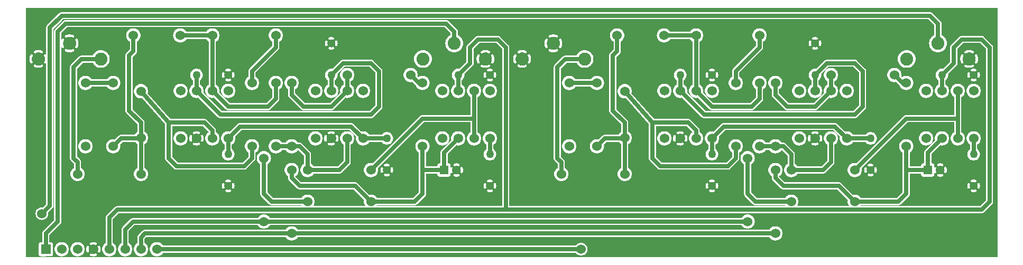
<source format=gbr>
G04 start of page 3 for group 1 idx 1 *
G04 Title: 26.006.00.01.01, solder *
G04 Creator: pcb 20100929 *
G04 CreationDate: Thu Jul 13 21:21:48 2017 UTC *
G04 For: bert *
G04 Format: Gerber/RS-274X *
G04 PCB-Dimensions: 620000 162000 *
G04 PCB-Coordinate-Origin: lower left *
%MOIN*%
%FSLAX25Y25*%
%LNBACK*%
%ADD11C,0.0200*%
%ADD12C,0.0250*%
%ADD13C,0.0820*%
%ADD14C,0.0500*%
%ADD15C,0.0600*%
%ADD16C,0.0540*%
%ADD17C,0.0520*%
%ADD18C,0.0240*%
%ADD19C,0.0400*%
%ADD20C,0.0320*%
G54D11*G36*
X492500Y44750D02*X514069D01*
X520663Y38156D01*
X520555Y37704D01*
X520500Y37000D01*
X520555Y36296D01*
X520720Y35609D01*
X520990Y34957D01*
X521359Y34355D01*
X521449Y34250D01*
X492500D01*
Y44750D01*
G37*
G36*
X603160Y137250D02*X604069D01*
X607750Y133569D01*
Y37932D01*
X604068Y34250D01*
X603160D01*
Y45250D01*
X603207Y45254D01*
X603322Y45282D01*
X603431Y45327D01*
X603531Y45389D01*
X603621Y45465D01*
X603697Y45555D01*
X603759Y45655D01*
X603804Y45764D01*
X603901Y46120D01*
X603966Y46483D01*
X603997Y46851D01*
X603993Y47220D01*
X603956Y47587D01*
X603885Y47949D01*
X603782Y48303D01*
X603734Y48412D01*
X603671Y48511D01*
X603592Y48599D01*
X603502Y48674D01*
X603400Y48734D01*
X603291Y48777D01*
X603176Y48802D01*
X603160Y48803D01*
Y64560D01*
X603236Y64649D01*
X603564Y65184D01*
X603804Y65764D01*
X603951Y66374D01*
X604000Y67000D01*
X603951Y67626D01*
X603804Y68236D01*
X603564Y68816D01*
X603236Y69351D01*
X603160Y69440D01*
Y73799D01*
X603182Y73818D01*
X603641Y74355D01*
X604010Y74957D01*
X604280Y75609D01*
X604445Y76296D01*
X604500Y77000D01*
X604445Y77704D01*
X604280Y78391D01*
X604010Y79043D01*
X603641Y79645D01*
X603182Y80182D01*
X603160Y80201D01*
Y103799D01*
X603182Y103818D01*
X603641Y104355D01*
X604010Y104957D01*
X604280Y105609D01*
X604445Y106296D01*
X604500Y107000D01*
X604445Y107704D01*
X604280Y108391D01*
X604010Y109043D01*
X603641Y109645D01*
X603182Y110182D01*
X603160Y110201D01*
Y115250D01*
X603207Y115254D01*
X603322Y115282D01*
X603431Y115327D01*
X603531Y115389D01*
X603621Y115465D01*
X603697Y115555D01*
X603759Y115655D01*
X603804Y115764D01*
X603901Y116120D01*
X603966Y116483D01*
X603997Y116851D01*
X603993Y117220D01*
X603956Y117587D01*
X603885Y117949D01*
X603782Y118303D01*
X603734Y118412D01*
X603671Y118511D01*
X603592Y118599D01*
X603502Y118674D01*
X603400Y118734D01*
X603291Y118777D01*
X603176Y118802D01*
X603160Y118803D01*
Y137250D01*
G37*
G36*
Y80201D02*X602645Y80641D01*
X602043Y81010D01*
X601391Y81280D01*
X600704Y81445D01*
X600026Y81498D01*
Y102502D01*
X600704Y102555D01*
X601391Y102720D01*
X602043Y102990D01*
X602645Y103359D01*
X603160Y103799D01*
Y80201D01*
G37*
G36*
Y69440D02*X602828Y69828D01*
X602351Y70236D01*
X602250Y70298D01*
Y73117D01*
X602645Y73359D01*
X603160Y73799D01*
Y69440D01*
G37*
G36*
Y34250D02*X600026D01*
Y43005D01*
X600219Y43007D01*
X600586Y43044D01*
X600948Y43115D01*
X601302Y43218D01*
X601411Y43266D01*
X601510Y43329D01*
X601598Y43408D01*
X601673Y43498D01*
X601733Y43600D01*
X601776Y43709D01*
X601801Y43824D01*
X601808Y43942D01*
X601797Y44059D01*
X601767Y44173D01*
X601720Y44281D01*
X601657Y44380D01*
X601578Y44468D01*
X601488Y44543D01*
X601386Y44603D01*
X601277Y44646D01*
X601162Y44671D01*
X601044Y44678D01*
X600927Y44667D01*
X600813Y44637D01*
X600592Y44572D01*
X600366Y44528D01*
X600137Y44504D01*
X600026Y44503D01*
Y49498D01*
X600093Y49499D01*
X600323Y49480D01*
X600550Y49439D01*
X600772Y49378D01*
X600887Y49349D01*
X601004Y49340D01*
X601121Y49349D01*
X601236Y49377D01*
X601345Y49422D01*
X601445Y49484D01*
X601535Y49560D01*
X601611Y49650D01*
X601673Y49750D01*
X601718Y49859D01*
X601746Y49974D01*
X601755Y50091D01*
X601746Y50208D01*
X601718Y50323D01*
X601673Y50432D01*
X601611Y50532D01*
X601535Y50622D01*
X601445Y50698D01*
X601345Y50760D01*
X601236Y50805D01*
X600880Y50902D01*
X600517Y50967D01*
X600149Y50998D01*
X600026Y50997D01*
Y63002D01*
X600626Y63049D01*
X601236Y63196D01*
X601816Y63436D01*
X602351Y63764D01*
X602828Y64172D01*
X603160Y64560D01*
Y48803D01*
X603058Y48809D01*
X602941Y48798D01*
X602827Y48768D01*
X602719Y48721D01*
X602620Y48658D01*
X602532Y48579D01*
X602457Y48489D01*
X602397Y48387D01*
X602354Y48278D01*
X602329Y48163D01*
X602322Y48045D01*
X602333Y47928D01*
X602363Y47814D01*
X602428Y47593D01*
X602472Y47367D01*
X602496Y47138D01*
X602498Y46907D01*
X602479Y46677D01*
X602438Y46450D01*
X602377Y46228D01*
X602348Y46113D01*
X602339Y45996D01*
X602348Y45879D01*
X602376Y45764D01*
X602421Y45655D01*
X602483Y45555D01*
X602559Y45465D01*
X602649Y45389D01*
X602749Y45327D01*
X602858Y45282D01*
X602973Y45254D01*
X603090Y45245D01*
X603160Y45250D01*
Y34250D01*
G37*
G36*
X601771Y137250D02*X603160D01*
Y118803D01*
X603058Y118809D01*
X602941Y118798D01*
X602827Y118768D01*
X602719Y118721D01*
X602620Y118658D01*
X602532Y118579D01*
X602457Y118489D01*
X602397Y118387D01*
X602354Y118278D01*
X602329Y118163D01*
X602322Y118045D01*
X602333Y117928D01*
X602363Y117814D01*
X602428Y117593D01*
X602472Y117367D01*
X602496Y117138D01*
X602498Y116907D01*
X602479Y116677D01*
X602438Y116450D01*
X602377Y116228D01*
X602348Y116113D01*
X602339Y115996D01*
X602348Y115879D01*
X602376Y115764D01*
X602421Y115655D01*
X602483Y115555D01*
X602559Y115465D01*
X602649Y115389D01*
X602749Y115327D01*
X602858Y115282D01*
X602973Y115254D01*
X603090Y115245D01*
X603160Y115250D01*
Y110201D01*
X602645Y110641D01*
X602043Y111010D01*
X601771Y111123D01*
Y113696D01*
X601776Y113709D01*
X601801Y113824D01*
X601808Y113942D01*
X601797Y114059D01*
X601771Y114158D01*
Y124258D01*
X601846Y124288D01*
X601946Y124350D01*
X602036Y124426D01*
X602112Y124516D01*
X602174Y124616D01*
X602391Y125097D01*
X602562Y125596D01*
X602685Y126109D01*
X602760Y126631D01*
X602785Y127158D01*
X602760Y127686D01*
X602685Y128208D01*
X602562Y128721D01*
X602391Y129220D01*
X602174Y129701D01*
X602113Y129800D01*
X602036Y129890D01*
X601947Y129966D01*
X601847Y130028D01*
X601771Y130059D01*
Y137250D01*
G37*
G36*
Y111123D02*X601391Y111280D01*
X600704Y111445D01*
X600026Y111498D01*
Y113005D01*
X600219Y113007D01*
X600586Y113044D01*
X600948Y113115D01*
X601302Y113218D01*
X601411Y113266D01*
X601510Y113329D01*
X601598Y113408D01*
X601673Y113498D01*
X601733Y113600D01*
X601771Y113696D01*
Y111123D01*
G37*
G36*
X600026Y137250D02*X601771D01*
Y130059D01*
X601738Y130073D01*
X601624Y130100D01*
X601506Y130110D01*
X601389Y130100D01*
X601275Y130073D01*
X601166Y130028D01*
X601066Y129967D01*
X600976Y129890D01*
X600900Y129801D01*
X600838Y129701D01*
X600793Y129592D01*
X600766Y129478D01*
X600756Y129360D01*
X600766Y129243D01*
X600793Y129129D01*
X600838Y129020D01*
X600997Y128668D01*
X601122Y128302D01*
X601212Y127927D01*
X601266Y127544D01*
X601285Y127159D01*
X601266Y126773D01*
X601212Y126390D01*
X601122Y126015D01*
X600997Y125649D01*
X600838Y125297D01*
X600793Y125189D01*
X600765Y125075D01*
X600756Y124958D01*
X600765Y124840D01*
X600793Y124726D01*
X600837Y124617D01*
X600899Y124517D01*
X600975Y124427D01*
X601065Y124351D01*
X601165Y124289D01*
X601274Y124244D01*
X601388Y124216D01*
X601505Y124207D01*
X601623Y124216D01*
X601737Y124244D01*
X601771Y124258D01*
Y114158D01*
X601767Y114173D01*
X601720Y114281D01*
X601657Y114380D01*
X601578Y114468D01*
X601488Y114543D01*
X601386Y114603D01*
X601277Y114646D01*
X601162Y114671D01*
X601044Y114678D01*
X600927Y114667D01*
X600813Y114637D01*
X600592Y114572D01*
X600366Y114528D01*
X600137Y114504D01*
X600026Y114503D01*
Y119498D01*
X600093Y119499D01*
X600323Y119480D01*
X600550Y119439D01*
X600772Y119378D01*
X600887Y119349D01*
X601004Y119340D01*
X601121Y119349D01*
X601236Y119377D01*
X601345Y119422D01*
X601445Y119484D01*
X601535Y119560D01*
X601611Y119650D01*
X601673Y119750D01*
X601718Y119859D01*
X601746Y119974D01*
X601755Y120091D01*
X601746Y120208D01*
X601718Y120323D01*
X601673Y120432D01*
X601611Y120532D01*
X601535Y120622D01*
X601445Y120698D01*
X601345Y120760D01*
X601236Y120805D01*
X600880Y120902D01*
X600517Y120967D01*
X600149Y120998D01*
X600026Y120997D01*
Y122451D01*
X600054Y122496D01*
X600099Y122605D01*
X600126Y122719D01*
X600136Y122837D01*
X600126Y122954D01*
X600099Y123068D01*
X600054Y123177D01*
X600026Y123223D01*
Y131094D01*
X600054Y131139D01*
X600099Y131248D01*
X600127Y131362D01*
X600136Y131479D01*
X600127Y131597D01*
X600099Y131711D01*
X600055Y131820D01*
X600026Y131867D01*
Y137250D01*
G37*
G36*
X596840Y64560D02*X597172Y64172D01*
X597649Y63764D01*
X598184Y63436D01*
X598764Y63196D01*
X599374Y63049D01*
X600000Y63000D01*
X600026Y63002D01*
Y50997D01*
X599780Y50994D01*
X599413Y50957D01*
X599051Y50886D01*
X598697Y50783D01*
X598588Y50735D01*
X598489Y50672D01*
X598401Y50593D01*
X598326Y50503D01*
X598266Y50401D01*
X598223Y50292D01*
X598198Y50177D01*
X598191Y50059D01*
X598202Y49942D01*
X598232Y49828D01*
X598279Y49720D01*
X598342Y49621D01*
X598421Y49533D01*
X598511Y49458D01*
X598613Y49398D01*
X598722Y49355D01*
X598837Y49330D01*
X598955Y49323D01*
X599072Y49334D01*
X599186Y49364D01*
X599407Y49429D01*
X599633Y49473D01*
X599862Y49497D01*
X600026Y49498D01*
Y44503D01*
X599906Y44502D01*
X599676Y44521D01*
X599449Y44562D01*
X599227Y44623D01*
X599112Y44652D01*
X598995Y44661D01*
X598878Y44652D01*
X598763Y44624D01*
X598654Y44579D01*
X598554Y44517D01*
X598464Y44441D01*
X598388Y44351D01*
X598326Y44251D01*
X598281Y44142D01*
X598253Y44027D01*
X598244Y43910D01*
X598253Y43793D01*
X598281Y43678D01*
X598326Y43569D01*
X598388Y43469D01*
X598464Y43379D01*
X598554Y43303D01*
X598654Y43241D01*
X598763Y43196D01*
X599119Y43099D01*
X599482Y43034D01*
X599850Y43003D01*
X600026Y43005D01*
Y34250D01*
X596840D01*
Y45198D01*
X596941Y45192D01*
X597058Y45203D01*
X597172Y45233D01*
X597280Y45280D01*
X597379Y45343D01*
X597467Y45422D01*
X597542Y45512D01*
X597602Y45614D01*
X597645Y45723D01*
X597670Y45838D01*
X597677Y45956D01*
X597666Y46073D01*
X597636Y46187D01*
X597571Y46408D01*
X597527Y46634D01*
X597503Y46863D01*
X597501Y47094D01*
X597520Y47324D01*
X597561Y47551D01*
X597622Y47773D01*
X597651Y47888D01*
X597660Y48005D01*
X597651Y48122D01*
X597623Y48237D01*
X597578Y48346D01*
X597516Y48446D01*
X597440Y48536D01*
X597350Y48612D01*
X597250Y48674D01*
X597141Y48719D01*
X597026Y48747D01*
X596909Y48756D01*
X596840Y48751D01*
Y64560D01*
G37*
G36*
Y73799D02*X597355Y73359D01*
X597750Y73117D01*
Y70298D01*
X597649Y70236D01*
X597172Y69828D01*
X596840Y69440D01*
Y73799D01*
G37*
G36*
Y103799D02*X597355Y103359D01*
X597957Y102990D01*
X598609Y102720D01*
X599296Y102555D01*
X600000Y102500D01*
X600026Y102502D01*
Y81498D01*
X600000Y81500D01*
X599296Y81445D01*
X598609Y81280D01*
X597957Y81010D01*
X597355Y80641D01*
X596840Y80201D01*
Y103799D01*
G37*
G36*
Y121574D02*X597184Y121558D01*
X597712Y121583D01*
X598234Y121658D01*
X598747Y121781D01*
X599246Y121952D01*
X599727Y122169D01*
X599826Y122230D01*
X599916Y122307D01*
X599992Y122396D01*
X600026Y122451D01*
Y120997D01*
X599780Y120994D01*
X599413Y120957D01*
X599051Y120886D01*
X598697Y120783D01*
X598588Y120735D01*
X598489Y120672D01*
X598401Y120593D01*
X598326Y120503D01*
X598266Y120401D01*
X598223Y120292D01*
X598198Y120177D01*
X598191Y120059D01*
X598202Y119942D01*
X598232Y119828D01*
X598279Y119720D01*
X598342Y119621D01*
X598421Y119533D01*
X598511Y119458D01*
X598613Y119398D01*
X598722Y119355D01*
X598837Y119330D01*
X598955Y119323D01*
X599072Y119334D01*
X599186Y119364D01*
X599407Y119429D01*
X599633Y119473D01*
X599862Y119497D01*
X600026Y119498D01*
Y114503D01*
X599906Y114502D01*
X599676Y114521D01*
X599449Y114562D01*
X599227Y114623D01*
X599112Y114652D01*
X598995Y114661D01*
X598878Y114652D01*
X598763Y114624D01*
X598654Y114579D01*
X598554Y114517D01*
X598464Y114441D01*
X598388Y114351D01*
X598326Y114251D01*
X598281Y114142D01*
X598253Y114027D01*
X598244Y113910D01*
X598253Y113793D01*
X598281Y113678D01*
X598326Y113569D01*
X598388Y113469D01*
X598464Y113379D01*
X598554Y113303D01*
X598654Y113241D01*
X598763Y113196D01*
X599119Y113099D01*
X599482Y113034D01*
X599850Y113003D01*
X600026Y113005D01*
Y111498D01*
X600000Y111500D01*
X599296Y111445D01*
X598609Y111280D01*
X597957Y111010D01*
X597355Y110641D01*
X596840Y110201D01*
Y115198D01*
X596941Y115192D01*
X597058Y115203D01*
X597172Y115233D01*
X597280Y115280D01*
X597379Y115343D01*
X597467Y115422D01*
X597542Y115512D01*
X597602Y115614D01*
X597645Y115723D01*
X597670Y115838D01*
X597677Y115956D01*
X597666Y116073D01*
X597636Y116187D01*
X597571Y116408D01*
X597527Y116634D01*
X597503Y116863D01*
X597501Y117094D01*
X597520Y117324D01*
X597561Y117551D01*
X597622Y117773D01*
X597651Y117888D01*
X597660Y118005D01*
X597651Y118122D01*
X597623Y118237D01*
X597578Y118346D01*
X597516Y118446D01*
X597440Y118536D01*
X597350Y118612D01*
X597250Y118674D01*
X597141Y118719D01*
X597026Y118747D01*
X596909Y118756D01*
X596840Y118751D01*
Y121574D01*
G37*
G36*
Y131242D02*X597185Y131258D01*
X597570Y131240D01*
X597953Y131186D01*
X598328Y131096D01*
X598694Y130971D01*
X599046Y130812D01*
X599154Y130767D01*
X599268Y130739D01*
X599385Y130730D01*
X599503Y130739D01*
X599617Y130767D01*
X599726Y130811D01*
X599826Y130873D01*
X599916Y130949D01*
X599992Y131039D01*
X600026Y131094D01*
Y123223D01*
X599993Y123277D01*
X599916Y123367D01*
X599827Y123443D01*
X599727Y123505D01*
X599618Y123550D01*
X599504Y123577D01*
X599386Y123587D01*
X599269Y123577D01*
X599155Y123550D01*
X599046Y123505D01*
X598694Y123346D01*
X598328Y123221D01*
X597953Y123131D01*
X597570Y123077D01*
X597185Y123058D01*
X596840Y123075D01*
Y131242D01*
G37*
G36*
Y137250D02*X600026D01*
Y131867D01*
X599993Y131920D01*
X599917Y132010D01*
X599827Y132086D01*
X599727Y132148D01*
X599246Y132365D01*
X598747Y132536D01*
X598234Y132659D01*
X597712Y132734D01*
X597184Y132758D01*
X596840Y132742D01*
Y137250D01*
G37*
G36*
X592599Y136419D02*X593430Y137250D01*
X596840D01*
Y132742D01*
X596657Y132734D01*
X596135Y132659D01*
X595622Y132536D01*
X595123Y132365D01*
X594642Y132148D01*
X594543Y132087D01*
X594453Y132010D01*
X594377Y131921D01*
X594315Y131821D01*
X594270Y131712D01*
X594243Y131598D01*
X594233Y131480D01*
X594243Y131363D01*
X594270Y131249D01*
X594315Y131140D01*
X594376Y131040D01*
X594453Y130950D01*
X594542Y130874D01*
X594642Y130812D01*
X594751Y130767D01*
X594865Y130740D01*
X594983Y130730D01*
X595100Y130740D01*
X595214Y130767D01*
X595323Y130812D01*
X595675Y130971D01*
X596041Y131096D01*
X596416Y131186D01*
X596799Y131240D01*
X596840Y131242D01*
Y123075D01*
X596799Y123077D01*
X596416Y123131D01*
X596041Y123221D01*
X595675Y123346D01*
X595323Y123505D01*
X595215Y123550D01*
X595101Y123578D01*
X594984Y123587D01*
X594866Y123578D01*
X594752Y123550D01*
X594643Y123506D01*
X594543Y123444D01*
X594453Y123368D01*
X594377Y123278D01*
X594315Y123178D01*
X594270Y123069D01*
X594242Y122955D01*
X594233Y122838D01*
X594242Y122720D01*
X594270Y122606D01*
X594314Y122497D01*
X594376Y122397D01*
X594452Y122307D01*
X594542Y122231D01*
X594642Y122169D01*
X595123Y121952D01*
X595622Y121781D01*
X596135Y121658D01*
X596657Y121583D01*
X596840Y121574D01*
Y118751D01*
X596792Y118747D01*
X596677Y118719D01*
X596568Y118674D01*
X596468Y118612D01*
X596378Y118536D01*
X596302Y118446D01*
X596240Y118346D01*
X596195Y118237D01*
X596098Y117881D01*
X596033Y117518D01*
X596002Y117150D01*
X596006Y116781D01*
X596043Y116414D01*
X596114Y116052D01*
X596217Y115698D01*
X596265Y115589D01*
X596328Y115490D01*
X596407Y115402D01*
X596497Y115327D01*
X596599Y115267D01*
X596708Y115224D01*
X596823Y115199D01*
X596840Y115198D01*
Y110201D01*
X596818Y110182D01*
X596359Y109645D01*
X595990Y109043D01*
X595720Y108391D01*
X595555Y107704D01*
X595500Y107000D01*
X595555Y106296D01*
X595720Y105609D01*
X595990Y104957D01*
X596359Y104355D01*
X596818Y103818D01*
X596840Y103799D01*
Y80201D01*
X596818Y80182D01*
X596359Y79645D01*
X595990Y79043D01*
X595720Y78391D01*
X595555Y77704D01*
X595500Y77000D01*
X595555Y76296D01*
X595720Y75609D01*
X595990Y74957D01*
X596359Y74355D01*
X596818Y73818D01*
X596840Y73799D01*
Y69440D01*
X596764Y69351D01*
X596436Y68816D01*
X596196Y68236D01*
X596049Y67626D01*
X596000Y67000D01*
X596049Y66374D01*
X596196Y65764D01*
X596436Y65184D01*
X596764Y64649D01*
X596840Y64560D01*
Y48751D01*
X596792Y48747D01*
X596677Y48719D01*
X596568Y48674D01*
X596468Y48612D01*
X596378Y48536D01*
X596302Y48446D01*
X596240Y48346D01*
X596195Y48237D01*
X596098Y47881D01*
X596033Y47518D01*
X596002Y47150D01*
X596006Y46781D01*
X596043Y46414D01*
X596114Y46052D01*
X596217Y45698D01*
X596265Y45589D01*
X596328Y45490D01*
X596407Y45402D01*
X596497Y45327D01*
X596599Y45267D01*
X596708Y45224D01*
X596823Y45199D01*
X596840Y45198D01*
Y34250D01*
X592599D01*
Y73331D01*
X592645Y73359D01*
X593182Y73818D01*
X593641Y74355D01*
X594010Y74957D01*
X594280Y75609D01*
X594445Y76296D01*
X594500Y77000D01*
X594445Y77704D01*
X594280Y78391D01*
X594010Y79043D01*
X593641Y79645D01*
X593182Y80182D01*
X592645Y80641D01*
X592599Y80669D01*
Y103331D01*
X592645Y103359D01*
X593182Y103818D01*
X593641Y104355D01*
X594010Y104957D01*
X594280Y105609D01*
X594445Y106296D01*
X594500Y107000D01*
X594445Y107704D01*
X594280Y108391D01*
X594010Y109043D01*
X593641Y109645D01*
X593182Y110182D01*
X592645Y110641D01*
X592599Y110669D01*
Y124257D01*
X592631Y124244D01*
X592745Y124217D01*
X592863Y124207D01*
X592980Y124217D01*
X593094Y124244D01*
X593203Y124289D01*
X593303Y124350D01*
X593393Y124427D01*
X593469Y124516D01*
X593531Y124616D01*
X593576Y124725D01*
X593603Y124839D01*
X593613Y124957D01*
X593603Y125074D01*
X593576Y125188D01*
X593531Y125297D01*
X593372Y125649D01*
X593247Y126015D01*
X593157Y126390D01*
X593103Y126773D01*
X593085Y127159D01*
X593103Y127544D01*
X593157Y127927D01*
X593247Y128302D01*
X593372Y128668D01*
X593531Y129020D01*
X593576Y129128D01*
X593604Y129242D01*
X593613Y129359D01*
X593604Y129477D01*
X593576Y129591D01*
X593532Y129700D01*
X593470Y129800D01*
X593394Y129890D01*
X593304Y129966D01*
X593204Y130028D01*
X593095Y130073D01*
X592981Y130101D01*
X592864Y130110D01*
X592746Y130101D01*
X592632Y130073D01*
X592599Y130060D01*
Y136419D01*
G37*
G36*
Y80669D02*X592250Y80883D01*
Y103117D01*
X592599Y103331D01*
Y80669D01*
G37*
G36*
Y34250D02*X582283D01*
Y55079D01*
X582384Y55100D01*
X582495Y55141D01*
X582597Y55199D01*
X582689Y55272D01*
X582769Y55359D01*
X582834Y55457D01*
X582883Y55564D01*
X582993Y55913D01*
X583073Y56271D01*
X583121Y56634D01*
X583137Y57000D01*
X583121Y57367D01*
X583073Y57730D01*
X582993Y58088D01*
X582883Y58437D01*
X582833Y58543D01*
X582768Y58641D01*
X582689Y58728D01*
X582597Y58801D01*
X582495Y58859D01*
X582385Y58900D01*
X582283Y58920D01*
Y73137D01*
X582645Y73359D01*
X583182Y73818D01*
X583641Y74355D01*
X584010Y74957D01*
X584280Y75609D01*
X584445Y76296D01*
X584500Y77000D01*
X584445Y77704D01*
X584280Y78391D01*
X584010Y79043D01*
X583641Y79645D01*
X583182Y80182D01*
X582645Y80641D01*
X582283Y80863D01*
Y87250D01*
X587750D01*
Y80883D01*
X587355Y80641D01*
X586818Y80182D01*
X586359Y79645D01*
X585990Y79043D01*
X585720Y78391D01*
X585555Y77704D01*
X585500Y77000D01*
X585555Y76296D01*
X585720Y75609D01*
X585990Y74957D01*
X586359Y74355D01*
X586818Y73818D01*
X587355Y73359D01*
X587957Y72990D01*
X588609Y72720D01*
X589296Y72555D01*
X590000Y72500D01*
X590704Y72555D01*
X591391Y72720D01*
X592043Y72990D01*
X592599Y73331D01*
Y34250D01*
G37*
G36*
X582283Y103137D02*X582645Y103359D01*
X583182Y103818D01*
X583641Y104355D01*
X584010Y104957D01*
X584280Y105609D01*
X584445Y106296D01*
X584500Y107000D01*
X584445Y107704D01*
X584280Y108391D01*
X584010Y109043D01*
X583641Y109645D01*
X583182Y110182D01*
X582645Y110641D01*
X582283Y110863D01*
Y113722D01*
X582351Y113764D01*
X582828Y114172D01*
X583236Y114649D01*
X583564Y115184D01*
X583804Y115764D01*
X583951Y116374D01*
X584000Y117000D01*
X583951Y117626D01*
X583923Y117743D01*
X589077Y122897D01*
X589091Y122909D01*
X589320Y123177D01*
X589505Y123479D01*
X589640Y123805D01*
X589722Y124148D01*
X589750Y124500D01*
Y133570D01*
X592599Y136419D01*
Y130060D01*
X592523Y130029D01*
X592423Y129967D01*
X592333Y129891D01*
X592257Y129801D01*
X592195Y129701D01*
X591978Y129220D01*
X591807Y128721D01*
X591684Y128208D01*
X591609Y127686D01*
X591585Y127158D01*
X591609Y126631D01*
X591684Y126109D01*
X591807Y125596D01*
X591978Y125097D01*
X592195Y124616D01*
X592256Y124517D01*
X592333Y124427D01*
X592422Y124351D01*
X592522Y124289D01*
X592599Y124257D01*
Y110669D01*
X592043Y111010D01*
X591391Y111280D01*
X590704Y111445D01*
X590000Y111500D01*
X589296Y111445D01*
X588609Y111280D01*
X587957Y111010D01*
X587355Y110641D01*
X586818Y110182D01*
X586359Y109645D01*
X585990Y109043D01*
X585720Y108391D01*
X585555Y107704D01*
X585500Y107000D01*
X585555Y106296D01*
X585720Y105609D01*
X585990Y104957D01*
X586359Y104355D01*
X586818Y103818D01*
X587355Y103359D01*
X587750Y103117D01*
Y91750D01*
X582283D01*
Y103137D01*
G37*
G36*
Y80863D02*X582043Y81010D01*
X581391Y81280D01*
X580704Y81445D01*
X580000Y81500D01*
X579296Y81445D01*
X578937Y81359D01*
Y87250D01*
X582283D01*
Y80863D01*
G37*
G36*
Y34250D02*X578937D01*
Y52800D01*
X579303Y52816D01*
X579666Y52864D01*
X580024Y52944D01*
X580373Y53054D01*
X580479Y53104D01*
X580577Y53169D01*
X580664Y53248D01*
X580737Y53340D01*
X580795Y53442D01*
X580836Y53552D01*
X580859Y53667D01*
X580865Y53785D01*
X580851Y53902D01*
X580820Y54015D01*
X580771Y54122D01*
X580706Y54220D01*
X580627Y54307D01*
X580535Y54380D01*
X580433Y54438D01*
X580323Y54479D01*
X580208Y54502D01*
X580090Y54508D01*
X579973Y54494D01*
X579860Y54463D01*
X579635Y54393D01*
X579405Y54342D01*
X579172Y54311D01*
X578937Y54300D01*
Y59700D01*
X579172Y59690D01*
X579405Y59659D01*
X579635Y59608D01*
X579860Y59538D01*
X579972Y59505D01*
X580089Y59492D01*
X580207Y59497D01*
X580322Y59521D01*
X580433Y59562D01*
X580535Y59620D01*
X580627Y59693D01*
X580707Y59780D01*
X580772Y59878D01*
X580821Y59985D01*
X580853Y60098D01*
X580866Y60215D01*
X580861Y60333D01*
X580837Y60448D01*
X580796Y60559D01*
X580738Y60661D01*
X580665Y60753D01*
X580578Y60833D01*
X580480Y60898D01*
X580373Y60947D01*
X580024Y61057D01*
X579666Y61137D01*
X579303Y61185D01*
X578937Y61200D01*
Y72642D01*
X579296Y72555D01*
X580000Y72500D01*
X580704Y72555D01*
X581391Y72720D01*
X582043Y72990D01*
X582283Y73137D01*
Y58920D01*
X582270Y58923D01*
X582152Y58929D01*
X582035Y58915D01*
X581922Y58884D01*
X581815Y58835D01*
X581717Y58770D01*
X581630Y58691D01*
X581557Y58599D01*
X581499Y58497D01*
X581458Y58387D01*
X581435Y58272D01*
X581429Y58154D01*
X581443Y58037D01*
X581474Y57924D01*
X581544Y57699D01*
X581595Y57469D01*
X581626Y57236D01*
X581637Y57000D01*
X581626Y56765D01*
X581595Y56532D01*
X581544Y56302D01*
X581474Y56077D01*
X581441Y55965D01*
X581428Y55848D01*
X581433Y55730D01*
X581457Y55615D01*
X581498Y55504D01*
X581556Y55402D01*
X581629Y55310D01*
X581716Y55230D01*
X581814Y55165D01*
X581921Y55116D01*
X582034Y55084D01*
X582151Y55071D01*
X582269Y55076D01*
X582283Y55079D01*
Y34250D01*
G37*
G36*
Y110863D02*X582250Y110883D01*
Y113702D01*
X582283Y113722D01*
Y110863D01*
G37*
G36*
X578937Y102641D02*X579296Y102555D01*
X580000Y102500D01*
X580704Y102555D01*
X581391Y102720D01*
X582043Y102990D01*
X582283Y103137D01*
Y91750D01*
X578937D01*
Y102641D01*
G37*
G36*
Y159500D02*X615000D01*
Y2000D01*
X578937D01*
Y29750D01*
X605000D01*
X605352Y29778D01*
X605695Y29860D01*
X606021Y29995D01*
X606323Y30180D01*
X606591Y30409D01*
X606603Y30423D01*
X611577Y35397D01*
X611591Y35409D01*
X611820Y35677D01*
X612005Y35979D01*
X612140Y36305D01*
X612222Y36648D01*
X612250Y37000D01*
Y134500D01*
X612224Y134825D01*
X612222Y134853D01*
X612202Y134935D01*
X612140Y135195D01*
X612005Y135521D01*
X611820Y135823D01*
X611591Y136091D01*
X611584Y136097D01*
X606597Y141084D01*
X606591Y141091D01*
X606323Y141320D01*
X606021Y141505D01*
X605695Y141640D01*
X605435Y141702D01*
X605353Y141722D01*
X605325Y141724D01*
X605000Y141750D01*
X592500D01*
X592148Y141722D01*
X591805Y141640D01*
X591479Y141505D01*
X591177Y141320D01*
X590909Y141091D01*
X585909Y136091D01*
X585680Y135823D01*
X585495Y135521D01*
X585360Y135195D01*
X585278Y134852D01*
X585250Y134500D01*
Y125432D01*
X580741Y120923D01*
X580626Y120951D01*
X580000Y121000D01*
X579374Y120951D01*
X578937Y120846D01*
Y131604D01*
X579230Y131674D01*
X580042Y132010D01*
X580792Y132470D01*
X581460Y133040D01*
X582030Y133708D01*
X582490Y134458D01*
X582826Y135270D01*
X583031Y136124D01*
X583100Y137000D01*
X583031Y137876D01*
X582826Y138730D01*
X582490Y139542D01*
X582030Y140292D01*
X581460Y140960D01*
X580792Y141530D01*
X580042Y141990D01*
X579750Y142111D01*
Y149500D01*
X579724Y149825D01*
X579722Y149853D01*
X579702Y149935D01*
X579640Y150195D01*
X579505Y150521D01*
X579320Y150823D01*
X579091Y151091D01*
X579084Y151097D01*
X578937Y151244D01*
Y159500D01*
G37*
G36*
Y81359D02*X578609Y81280D01*
X577957Y81010D01*
X577355Y80641D01*
X576818Y80182D01*
X576359Y79645D01*
X575990Y79043D01*
X575720Y78391D01*
X575555Y77704D01*
X575500Y77000D01*
X575555Y76296D01*
X575663Y75845D01*
X570000Y70182D01*
Y72500D01*
X570704Y72555D01*
X571391Y72720D01*
X572043Y72990D01*
X572645Y73359D01*
X573182Y73818D01*
X573641Y74355D01*
X574010Y74957D01*
X574280Y75609D01*
X574445Y76296D01*
X574500Y77000D01*
X574445Y77704D01*
X574280Y78391D01*
X574010Y79043D01*
X573641Y79645D01*
X573182Y80182D01*
X572645Y80641D01*
X572043Y81010D01*
X571391Y81280D01*
X570704Y81445D01*
X570000Y81500D01*
Y87250D01*
X578937D01*
Y81359D01*
G37*
G36*
X570000Y70182D02*X569472Y69654D01*
X569243Y69386D01*
X569058Y69084D01*
X568923Y68758D01*
X568841Y68415D01*
X568813Y68063D01*
Y61184D01*
X568128Y61182D01*
X567899Y61127D01*
X567682Y61037D01*
X567481Y60914D01*
X567302Y60761D01*
X567149Y60582D01*
X567026Y60381D01*
X566936Y60164D01*
X566881Y59935D01*
X566863Y59700D01*
X566864Y59250D01*
X559750D01*
Y68117D01*
X560145Y68359D01*
X560682Y68818D01*
X561141Y69355D01*
X561510Y69957D01*
X561780Y70609D01*
X561945Y71296D01*
X562000Y72000D01*
X561945Y72704D01*
X561780Y73391D01*
X561510Y74043D01*
X561141Y74645D01*
X560682Y75182D01*
X560145Y75641D01*
X559543Y76010D01*
X558891Y76280D01*
X558204Y76445D01*
X557500Y76500D01*
Y86320D01*
X558430Y87250D01*
X570000D01*
Y81500D01*
X569296Y81445D01*
X568609Y81280D01*
X567957Y81010D01*
X567355Y80641D01*
X566818Y80182D01*
X566359Y79645D01*
X565990Y79043D01*
X565720Y78391D01*
X565555Y77704D01*
X565500Y77000D01*
X565555Y76296D01*
X565720Y75609D01*
X565990Y74957D01*
X566359Y74355D01*
X566818Y73818D01*
X567355Y73359D01*
X567957Y72990D01*
X568609Y72720D01*
X569296Y72555D01*
X570000Y72500D01*
Y70182D01*
G37*
G36*
X578937Y34250D02*X557500D01*
Y38820D01*
X559077Y40397D01*
X559091Y40409D01*
X559320Y40677D01*
X559505Y40979D01*
X559640Y41305D01*
X559722Y41648D01*
X559750Y42000D01*
Y54750D01*
X566879D01*
X566881Y54065D01*
X566936Y53836D01*
X567026Y53619D01*
X567149Y53418D01*
X567302Y53239D01*
X567481Y53086D01*
X567682Y52963D01*
X567899Y52873D01*
X568128Y52818D01*
X568363Y52800D01*
X573998Y52818D01*
X574227Y52873D01*
X574444Y52963D01*
X574645Y53086D01*
X574824Y53239D01*
X574977Y53418D01*
X575100Y53619D01*
X575190Y53836D01*
X575245Y54065D01*
X575263Y54300D01*
X575260Y55213D01*
X575276Y55200D01*
X575378Y55142D01*
X575488Y55101D01*
X575603Y55078D01*
X575721Y55072D01*
X575838Y55086D01*
X575951Y55117D01*
X576058Y55166D01*
X576156Y55231D01*
X576243Y55310D01*
X576316Y55402D01*
X576374Y55504D01*
X576415Y55614D01*
X576438Y55729D01*
X576444Y55847D01*
X576430Y55964D01*
X576399Y56077D01*
X576329Y56302D01*
X576278Y56532D01*
X576247Y56765D01*
X576237Y57001D01*
X576247Y57236D01*
X576278Y57469D01*
X576329Y57699D01*
X576399Y57924D01*
X576432Y58036D01*
X576445Y58153D01*
X576440Y58271D01*
X576416Y58386D01*
X576375Y58497D01*
X576317Y58599D01*
X576244Y58691D01*
X576157Y58771D01*
X576059Y58836D01*
X575952Y58885D01*
X575839Y58917D01*
X575722Y58930D01*
X575604Y58925D01*
X575489Y58901D01*
X575378Y58860D01*
X575276Y58802D01*
X575249Y58780D01*
X575245Y59935D01*
X575190Y60164D01*
X575100Y60381D01*
X574977Y60582D01*
X574824Y60761D01*
X574645Y60914D01*
X574444Y61037D01*
X574227Y61127D01*
X573998Y61182D01*
X573763Y61200D01*
X573313Y61199D01*
Y67133D01*
X578844Y72664D01*
X578937Y72642D01*
Y61200D01*
X578570Y61185D01*
X578207Y61137D01*
X577849Y61057D01*
X577500Y60947D01*
X577394Y60897D01*
X577296Y60832D01*
X577209Y60753D01*
X577136Y60661D01*
X577078Y60559D01*
X577037Y60449D01*
X577014Y60334D01*
X577008Y60216D01*
X577022Y60099D01*
X577053Y59986D01*
X577102Y59879D01*
X577167Y59781D01*
X577246Y59694D01*
X577338Y59621D01*
X577440Y59563D01*
X577550Y59522D01*
X577665Y59499D01*
X577783Y59493D01*
X577900Y59507D01*
X578013Y59538D01*
X578238Y59608D01*
X578468Y59659D01*
X578701Y59690D01*
X578937Y59700D01*
Y54300D01*
X578936D01*
X578701Y54311D01*
X578468Y54342D01*
X578238Y54393D01*
X578013Y54463D01*
X577901Y54496D01*
X577784Y54509D01*
X577666Y54504D01*
X577551Y54480D01*
X577440Y54439D01*
X577338Y54381D01*
X577246Y54308D01*
X577166Y54221D01*
X577101Y54123D01*
X577052Y54016D01*
X577020Y53903D01*
X577007Y53786D01*
X577012Y53668D01*
X577036Y53553D01*
X577077Y53442D01*
X577135Y53340D01*
X577208Y53248D01*
X577295Y53168D01*
X577393Y53103D01*
X577500Y53054D01*
X577849Y52944D01*
X578207Y52864D01*
X578570Y52816D01*
X578936Y52800D01*
X578937D01*
Y34250D01*
G37*
G36*
Y120846D02*X578764Y120804D01*
X578184Y120564D01*
X577649Y120236D01*
X577172Y119828D01*
X576764Y119351D01*
X576436Y118816D01*
X576196Y118236D01*
X576049Y117626D01*
X576000Y117000D01*
X576049Y116374D01*
X576196Y115764D01*
X576436Y115184D01*
X576764Y114649D01*
X577172Y114172D01*
X577649Y113764D01*
X577750Y113702D01*
Y110883D01*
X577355Y110641D01*
X576818Y110182D01*
X576359Y109645D01*
X575990Y109043D01*
X575720Y108391D01*
X575555Y107704D01*
X575500Y107000D01*
X575555Y106296D01*
X575720Y105609D01*
X575990Y104957D01*
X576359Y104355D01*
X576818Y103818D01*
X577355Y103359D01*
X577957Y102990D01*
X578609Y102720D01*
X578937Y102641D01*
Y91750D01*
X570000D01*
Y102500D01*
X570704Y102555D01*
X571391Y102720D01*
X572043Y102990D01*
X572645Y103359D01*
X573182Y103818D01*
X573641Y104355D01*
X574010Y104957D01*
X574280Y105609D01*
X574445Y106296D01*
X574500Y107000D01*
X574445Y107704D01*
X574280Y108391D01*
X574010Y109043D01*
X573641Y109645D01*
X573182Y110182D01*
X572645Y110641D01*
X572043Y111010D01*
X571391Y111280D01*
X570704Y111445D01*
X570000Y111500D01*
Y152250D01*
X571569D01*
X575250Y148569D01*
Y142111D01*
X574958Y141990D01*
X574208Y141530D01*
X573540Y140960D01*
X572970Y140292D01*
X572510Y139542D01*
X572174Y138730D01*
X571969Y137876D01*
X571900Y137000D01*
X571969Y136124D01*
X572174Y135270D01*
X572510Y134458D01*
X572970Y133708D01*
X573540Y133040D01*
X574208Y132470D01*
X574958Y132010D01*
X575770Y131674D01*
X576624Y131469D01*
X577500Y131400D01*
X578376Y131469D01*
X578937Y131604D01*
Y120846D01*
G37*
G36*
X570000Y91750D02*X557500D01*
Y107500D01*
X558204Y107555D01*
X558891Y107720D01*
X559543Y107990D01*
X560145Y108359D01*
X560682Y108818D01*
X561141Y109355D01*
X561510Y109957D01*
X561780Y110609D01*
X561945Y111296D01*
X562000Y112000D01*
X561945Y112704D01*
X561780Y113391D01*
X561510Y114043D01*
X561141Y114645D01*
X560682Y115182D01*
X560145Y115641D01*
X559543Y116010D01*
X558891Y116280D01*
X558204Y116445D01*
X557500Y116500D01*
Y121583D01*
X557815Y121558D01*
X558691Y121627D01*
X559545Y121832D01*
X560357Y122168D01*
X561107Y122628D01*
X561775Y123198D01*
X562345Y123866D01*
X562805Y124616D01*
X563141Y125428D01*
X563346Y126282D01*
X563415Y127158D01*
X563346Y128034D01*
X563141Y128888D01*
X562805Y129700D01*
X562345Y130450D01*
X561775Y131118D01*
X561107Y131688D01*
X560357Y132148D01*
X559545Y132484D01*
X558691Y132689D01*
X557815Y132758D01*
X557500Y132733D01*
Y152250D01*
X570000D01*
Y111500D01*
X569296Y111445D01*
X568609Y111280D01*
X567957Y111010D01*
X567355Y110641D01*
X566818Y110182D01*
X566359Y109645D01*
X565990Y109043D01*
X565720Y108391D01*
X565555Y107704D01*
X565500Y107000D01*
X565555Y106296D01*
X565720Y105609D01*
X565990Y104957D01*
X566359Y104355D01*
X566818Y103818D01*
X567355Y103359D01*
X567957Y102990D01*
X568609Y102720D01*
X569296Y102555D01*
X570000Y102500D01*
Y91750D01*
G37*
G36*
X578937Y2000D02*X557500D01*
Y29750D01*
X578937D01*
Y2000D01*
G37*
G36*
X557500Y159500D02*X578937D01*
Y151244D01*
X574097Y156084D01*
X574091Y156091D01*
X573823Y156320D01*
X573521Y156505D01*
X573195Y156640D01*
X572935Y156702D01*
X572853Y156722D01*
X572825Y156724D01*
X572500Y156750D01*
X557500D01*
Y159500D01*
G37*
G36*
X520000Y122250D02*X524069D01*
X527750Y118569D01*
Y97932D01*
X524068Y94250D01*
X520000D01*
Y102500D01*
X520704Y102555D01*
X521391Y102720D01*
X522043Y102990D01*
X522645Y103359D01*
X523182Y103818D01*
X523641Y104355D01*
X524010Y104957D01*
X524280Y105609D01*
X524445Y106296D01*
X524500Y107000D01*
X524445Y107704D01*
X524280Y108391D01*
X524010Y109043D01*
X523641Y109645D01*
X523182Y110182D01*
X522645Y110641D01*
X522043Y111010D01*
X521391Y111280D01*
X520704Y111445D01*
X520000Y111500D01*
Y122250D01*
G37*
G36*
X496386Y104323D02*X496818Y103818D01*
X497355Y103359D01*
X497957Y102990D01*
X498609Y102720D01*
X499296Y102555D01*
X500000Y102500D01*
X500704Y102555D01*
X501391Y102720D01*
X502043Y102990D01*
X502645Y103359D01*
X503182Y103818D01*
X503641Y104355D01*
X504010Y104957D01*
X504280Y105609D01*
X504445Y106296D01*
X504500Y107000D01*
X504445Y107704D01*
X504280Y108391D01*
X504010Y109043D01*
X503641Y109645D01*
X503182Y110182D01*
X502645Y110641D01*
X502250Y110883D01*
Y113702D01*
X502351Y113764D01*
X502828Y114172D01*
X503236Y114649D01*
X503564Y115184D01*
X503804Y115764D01*
X503951Y116374D01*
X504000Y117000D01*
X503951Y117626D01*
X503923Y117743D01*
X508430Y122250D01*
X520000D01*
Y111500D01*
X519296Y111445D01*
X518609Y111280D01*
X517957Y111010D01*
X517355Y110641D01*
X516818Y110182D01*
X516359Y109645D01*
X515990Y109043D01*
X515720Y108391D01*
X515555Y107704D01*
X515500Y107000D01*
X515555Y106296D01*
X515720Y105609D01*
X515990Y104957D01*
X516359Y104355D01*
X516818Y103818D01*
X517355Y103359D01*
X517957Y102990D01*
X518609Y102720D01*
X519296Y102555D01*
X520000Y102500D01*
Y94250D01*
X496386D01*
Y94750D01*
X500000D01*
X500352Y94778D01*
X500695Y94860D01*
X501021Y94995D01*
X501323Y95180D01*
X501591Y95409D01*
X501603Y95423D01*
X508844Y102664D01*
X509296Y102555D01*
X510000Y102500D01*
X510704Y102555D01*
X511391Y102720D01*
X512043Y102990D01*
X512645Y103359D01*
X513182Y103818D01*
X513641Y104355D01*
X514010Y104957D01*
X514280Y105609D01*
X514445Y106296D01*
X514500Y107000D01*
X514445Y107704D01*
X514280Y108391D01*
X514010Y109043D01*
X513641Y109645D01*
X513182Y110182D01*
X512645Y110641D01*
X512250Y110883D01*
Y113117D01*
X512645Y113359D01*
X513182Y113818D01*
X513641Y114355D01*
X514010Y114957D01*
X514280Y115609D01*
X514445Y116296D01*
X514500Y117000D01*
X514445Y117704D01*
X514280Y118391D01*
X514010Y119043D01*
X513641Y119645D01*
X513182Y120182D01*
X512645Y120641D01*
X512043Y121010D01*
X511391Y121280D01*
X510704Y121445D01*
X510000Y121500D01*
X509296Y121445D01*
X508609Y121280D01*
X507957Y121010D01*
X507355Y120641D01*
X506818Y120182D01*
X506359Y119645D01*
X505990Y119043D01*
X505720Y118391D01*
X505555Y117704D01*
X505500Y117000D01*
X505555Y116296D01*
X505720Y115609D01*
X505990Y114957D01*
X506359Y114355D01*
X506818Y113818D01*
X507355Y113359D01*
X507750Y113117D01*
Y110883D01*
X507355Y110641D01*
X506818Y110182D01*
X506359Y109645D01*
X505990Y109043D01*
X505720Y108391D01*
X505555Y107704D01*
X505500Y107000D01*
X505555Y106296D01*
X505663Y105845D01*
X499068Y99250D01*
X496386D01*
Y104323D01*
G37*
G36*
Y115305D02*X496436Y115184D01*
X496764Y114649D01*
X497172Y114172D01*
X497649Y113764D01*
X497750Y113702D01*
Y110883D01*
X497355Y110641D01*
X496818Y110182D01*
X496386Y109677D01*
Y115305D01*
G37*
G36*
X535026Y73002D02*X535626Y73049D01*
X536236Y73196D01*
X536816Y73436D01*
X537351Y73764D01*
X537828Y74172D01*
X538236Y74649D01*
X538564Y75184D01*
X538804Y75764D01*
X538951Y76374D01*
X539000Y77000D01*
X538951Y77626D01*
X538804Y78236D01*
X538564Y78816D01*
X538236Y79351D01*
X537828Y79828D01*
X537351Y80236D01*
X536816Y80564D01*
X536236Y80804D01*
X535626Y80951D01*
X535026Y80998D01*
Y152250D01*
X557500D01*
Y132733D01*
X556939Y132689D01*
X556085Y132484D01*
X555273Y132148D01*
X554523Y131688D01*
X553855Y131118D01*
X553285Y130450D01*
X552825Y129700D01*
X552489Y128888D01*
X552284Y128034D01*
X552215Y127158D01*
X552284Y126282D01*
X552489Y125428D01*
X552825Y124616D01*
X553285Y123866D01*
X553855Y123198D01*
X554523Y122628D01*
X555273Y122168D01*
X556085Y121832D01*
X556939Y121627D01*
X557500Y121583D01*
Y116500D01*
X556796Y116445D01*
X556109Y116280D01*
X555457Y116010D01*
X554855Y115641D01*
X554685Y115496D01*
X554337Y115844D01*
X554445Y116296D01*
X554500Y117000D01*
X554445Y117704D01*
X554280Y118391D01*
X554010Y119043D01*
X553641Y119645D01*
X553182Y120182D01*
X552645Y120641D01*
X552043Y121010D01*
X551391Y121280D01*
X550704Y121445D01*
X550000Y121500D01*
X549296Y121445D01*
X548609Y121280D01*
X547957Y121010D01*
X547355Y120641D01*
X546818Y120182D01*
X546359Y119645D01*
X545990Y119043D01*
X545720Y118391D01*
X545555Y117704D01*
X545500Y117000D01*
X545555Y116296D01*
X545720Y115609D01*
X545990Y114957D01*
X546359Y114355D01*
X546818Y113818D01*
X547355Y113359D01*
X547957Y112990D01*
X548609Y112720D01*
X549296Y112555D01*
X550000Y112500D01*
X550704Y112555D01*
X551156Y112663D01*
X553227Y110592D01*
X553490Y109957D01*
X553859Y109355D01*
X554318Y108818D01*
X554855Y108359D01*
X555457Y107990D01*
X556109Y107720D01*
X556796Y107555D01*
X557500Y107500D01*
Y91750D01*
X557148Y91722D01*
X556805Y91640D01*
X556479Y91505D01*
X556177Y91320D01*
X555909Y91091D01*
X535026Y70208D01*
Y73002D01*
G37*
G36*
X557500Y76500D02*X556796Y76445D01*
X556109Y76280D01*
X555457Y76010D01*
X554855Y75641D01*
X554318Y75182D01*
X553859Y74645D01*
X553490Y74043D01*
X553220Y73391D01*
X553055Y72704D01*
X553000Y72000D01*
X553055Y71296D01*
X553220Y70609D01*
X553490Y69957D01*
X553859Y69355D01*
X554318Y68818D01*
X554855Y68359D01*
X555250Y68117D01*
Y42932D01*
X551568Y39250D01*
X538160D01*
Y55250D01*
X538207Y55254D01*
X538322Y55282D01*
X538431Y55327D01*
X538531Y55389D01*
X538621Y55465D01*
X538697Y55555D01*
X538759Y55655D01*
X538804Y55764D01*
X538901Y56120D01*
X538966Y56483D01*
X538997Y56851D01*
X538993Y57220D01*
X538956Y57587D01*
X538885Y57949D01*
X538782Y58303D01*
X538734Y58412D01*
X538671Y58511D01*
X538592Y58599D01*
X538502Y58674D01*
X538400Y58734D01*
X538291Y58777D01*
X538176Y58802D01*
X538160Y58803D01*
Y66980D01*
X557500Y86320D01*
Y76500D01*
G37*
G36*
X538160Y39250D02*X535026D01*
Y53005D01*
X535219Y53007D01*
X535586Y53044D01*
X535948Y53115D01*
X536302Y53218D01*
X536411Y53266D01*
X536510Y53329D01*
X536598Y53408D01*
X536673Y53498D01*
X536733Y53600D01*
X536776Y53709D01*
X536801Y53824D01*
X536808Y53942D01*
X536797Y54059D01*
X536767Y54173D01*
X536720Y54281D01*
X536657Y54380D01*
X536578Y54468D01*
X536488Y54543D01*
X536386Y54603D01*
X536277Y54646D01*
X536162Y54671D01*
X536044Y54678D01*
X535927Y54667D01*
X535813Y54637D01*
X535592Y54572D01*
X535366Y54528D01*
X535137Y54504D01*
X535026Y54503D01*
Y59498D01*
X535093Y59499D01*
X535323Y59480D01*
X535550Y59439D01*
X535772Y59378D01*
X535887Y59349D01*
X536004Y59340D01*
X536121Y59349D01*
X536236Y59377D01*
X536345Y59422D01*
X536445Y59484D01*
X536535Y59560D01*
X536611Y59650D01*
X536673Y59750D01*
X536718Y59859D01*
X536746Y59974D01*
X536755Y60091D01*
X536746Y60208D01*
X536718Y60323D01*
X536673Y60432D01*
X536611Y60532D01*
X536535Y60622D01*
X536445Y60698D01*
X536345Y60760D01*
X536236Y60805D01*
X535880Y60902D01*
X535517Y60967D01*
X535149Y60998D01*
X535026Y60997D01*
Y63846D01*
X538160Y66980D01*
Y58803D01*
X538058Y58809D01*
X537941Y58798D01*
X537827Y58768D01*
X537719Y58721D01*
X537620Y58658D01*
X537532Y58579D01*
X537457Y58489D01*
X537397Y58387D01*
X537354Y58278D01*
X537329Y58163D01*
X537322Y58045D01*
X537333Y57928D01*
X537363Y57814D01*
X537428Y57593D01*
X537472Y57367D01*
X537496Y57138D01*
X537498Y56907D01*
X537479Y56677D01*
X537438Y56450D01*
X537377Y56228D01*
X537348Y56113D01*
X537339Y55996D01*
X537348Y55879D01*
X537376Y55764D01*
X537421Y55655D01*
X537483Y55555D01*
X537559Y55465D01*
X537649Y55389D01*
X537749Y55327D01*
X537858Y55282D01*
X537973Y55254D01*
X538090Y55245D01*
X538160Y55250D01*
Y39250D01*
G37*
G36*
X535026Y80998D02*X535000Y81000D01*
X534374Y80951D01*
X533764Y80804D01*
X533184Y80564D01*
X532649Y80236D01*
X532172Y79828D01*
X531764Y79351D01*
X531702Y79250D01*
X523883D01*
X523641Y79645D01*
X523182Y80182D01*
X522645Y80641D01*
X522043Y81010D01*
X521391Y81280D01*
X520704Y81445D01*
X520000Y81500D01*
X519296Y81445D01*
X518844Y81337D01*
X514097Y86084D01*
X514091Y86091D01*
X513823Y86320D01*
X513521Y86505D01*
X513195Y86640D01*
X512935Y86702D01*
X512853Y86722D01*
X512825Y86724D01*
X512500Y86750D01*
X503614D01*
Y89750D01*
X525000D01*
X525352Y89778D01*
X525695Y89860D01*
X526021Y89995D01*
X526323Y90180D01*
X526591Y90409D01*
X526603Y90423D01*
X531577Y95397D01*
X531591Y95409D01*
X531820Y95677D01*
X532005Y95979D01*
X532140Y96305D01*
X532222Y96648D01*
X532250Y97000D01*
Y119500D01*
X532224Y119825D01*
X532222Y119853D01*
X532202Y119935D01*
X532140Y120195D01*
X532005Y120521D01*
X531820Y120823D01*
X531591Y121091D01*
X531584Y121097D01*
X526597Y126084D01*
X526591Y126091D01*
X526323Y126320D01*
X526021Y126505D01*
X525695Y126640D01*
X525435Y126702D01*
X525353Y126722D01*
X525325Y126724D01*
X525000Y126750D01*
X507500D01*
X507148Y126722D01*
X506805Y126640D01*
X506479Y126505D01*
X506177Y126320D01*
X505909Y126091D01*
X503614Y123796D01*
Y135459D01*
X503621Y135465D01*
X503697Y135555D01*
X503759Y135655D01*
X503804Y135764D01*
X503901Y136120D01*
X503966Y136483D01*
X503997Y136851D01*
X503993Y137220D01*
X503956Y137587D01*
X503885Y137949D01*
X503782Y138303D01*
X503734Y138412D01*
X503671Y138511D01*
X503614Y138574D01*
Y152250D01*
X535026D01*
Y80998D01*
G37*
G36*
X531840Y74560D02*X532172Y74172D01*
X532649Y73764D01*
X533184Y73436D01*
X533764Y73196D01*
X534374Y73049D01*
X535000Y73000D01*
X535026Y73002D01*
Y70208D01*
X531840Y67022D01*
Y74560D01*
G37*
G36*
X535026Y39250D02*X531840D01*
Y55198D01*
X531941Y55192D01*
X532058Y55203D01*
X532172Y55233D01*
X532280Y55280D01*
X532379Y55343D01*
X532467Y55422D01*
X532542Y55512D01*
X532602Y55614D01*
X532645Y55723D01*
X532670Y55838D01*
X532677Y55956D01*
X532666Y56073D01*
X532636Y56187D01*
X532571Y56408D01*
X532527Y56634D01*
X532503Y56863D01*
X532501Y57094D01*
X532520Y57324D01*
X532561Y57551D01*
X532622Y57773D01*
X532651Y57888D01*
X532660Y58005D01*
X532651Y58122D01*
X532623Y58237D01*
X532578Y58346D01*
X532516Y58446D01*
X532440Y58536D01*
X532350Y58612D01*
X532250Y58674D01*
X532141Y58719D01*
X532026Y58747D01*
X531909Y58756D01*
X531840Y58751D01*
Y60660D01*
X535026Y63846D01*
Y60997D01*
X534780Y60994D01*
X534413Y60957D01*
X534051Y60886D01*
X533697Y60783D01*
X533588Y60735D01*
X533489Y60672D01*
X533401Y60593D01*
X533326Y60503D01*
X533266Y60401D01*
X533223Y60292D01*
X533198Y60177D01*
X533191Y60059D01*
X533202Y59942D01*
X533232Y59828D01*
X533279Y59720D01*
X533342Y59621D01*
X533421Y59533D01*
X533511Y59458D01*
X533613Y59398D01*
X533722Y59355D01*
X533837Y59330D01*
X533955Y59323D01*
X534072Y59334D01*
X534186Y59364D01*
X534407Y59429D01*
X534633Y59473D01*
X534862Y59497D01*
X535026Y59498D01*
Y54503D01*
X534906Y54502D01*
X534676Y54521D01*
X534449Y54562D01*
X534227Y54623D01*
X534112Y54652D01*
X533995Y54661D01*
X533878Y54652D01*
X533763Y54624D01*
X533654Y54579D01*
X533554Y54517D01*
X533464Y54441D01*
X533388Y54351D01*
X533326Y54251D01*
X533281Y54142D01*
X533253Y54027D01*
X533244Y53910D01*
X533253Y53793D01*
X533281Y53678D01*
X533326Y53569D01*
X533388Y53469D01*
X533464Y53379D01*
X533554Y53303D01*
X533654Y53241D01*
X533763Y53196D01*
X534119Y53099D01*
X534482Y53034D01*
X534850Y53003D01*
X535026Y53005D01*
Y39250D01*
G37*
G36*
X531840D02*X528883D01*
X528641Y39645D01*
X528182Y40182D01*
X527645Y40641D01*
X527043Y41010D01*
X526391Y41280D01*
X525704Y41445D01*
X525000Y41500D01*
X524296Y41445D01*
X523844Y41337D01*
X516597Y48584D01*
X516591Y48591D01*
X516323Y48820D01*
X516021Y49005D01*
X515695Y49140D01*
X515435Y49202D01*
X515353Y49222D01*
X515325Y49224D01*
X515000Y49250D01*
X503614D01*
Y54750D01*
X505000D01*
X505352Y54778D01*
X505695Y54860D01*
X506021Y54995D01*
X506323Y55180D01*
X506591Y55409D01*
X506603Y55423D01*
X511577Y60397D01*
X511591Y60409D01*
X511820Y60677D01*
X512005Y60979D01*
X512140Y61305D01*
X512222Y61648D01*
X512250Y62000D01*
Y73117D01*
X512645Y73359D01*
X513182Y73818D01*
X513641Y74355D01*
X514010Y74957D01*
X514280Y75609D01*
X514445Y76296D01*
X514500Y77000D01*
X514445Y77704D01*
X514280Y78391D01*
X514010Y79043D01*
X513641Y79645D01*
X513182Y80182D01*
X512645Y80641D01*
X512043Y81010D01*
X511391Y81280D01*
X510704Y81445D01*
X510000Y81500D01*
X509296Y81445D01*
X508609Y81280D01*
X507957Y81010D01*
X507355Y80641D01*
X506818Y80182D01*
X506359Y79645D01*
X505990Y79043D01*
X505720Y78391D01*
X505555Y77704D01*
X505500Y77000D01*
X505555Y76296D01*
X505720Y75609D01*
X505990Y74957D01*
X506359Y74355D01*
X506818Y73818D01*
X507355Y73359D01*
X507750Y73117D01*
Y62932D01*
X504068Y59250D01*
X503614D01*
Y74860D01*
X503658Y74868D01*
X503769Y74905D01*
X503874Y74960D01*
X503969Y75030D01*
X504051Y75114D01*
X504119Y75210D01*
X504172Y75315D01*
X504314Y75722D01*
X504417Y76142D01*
X504479Y76569D01*
X504500Y77000D01*
X504479Y77432D01*
X504417Y77859D01*
X504314Y78279D01*
X504172Y78686D01*
X504118Y78791D01*
X504050Y78887D01*
X503968Y78971D01*
X503873Y79041D01*
X503769Y79095D01*
X503657Y79132D01*
X503614Y79139D01*
Y82250D01*
X511569D01*
X515663Y78156D01*
X515555Y77704D01*
X515500Y77000D01*
X515555Y76296D01*
X515720Y75609D01*
X515990Y74957D01*
X516359Y74355D01*
X516818Y73818D01*
X517355Y73359D01*
X517957Y72990D01*
X518609Y72720D01*
X519296Y72555D01*
X520000Y72500D01*
X520704Y72555D01*
X521391Y72720D01*
X522043Y72990D01*
X522645Y73359D01*
X523182Y73818D01*
X523641Y74355D01*
X523883Y74750D01*
X531702D01*
X531764Y74649D01*
X531840Y74560D01*
Y67022D01*
X526155Y61337D01*
X525704Y61445D01*
X525000Y61500D01*
X524296Y61445D01*
X523609Y61280D01*
X522957Y61010D01*
X522355Y60641D01*
X521818Y60182D01*
X521359Y59645D01*
X520990Y59043D01*
X520720Y58391D01*
X520555Y57704D01*
X520500Y57000D01*
X520555Y56296D01*
X520720Y55609D01*
X520990Y54957D01*
X521359Y54355D01*
X521818Y53818D01*
X522355Y53359D01*
X522957Y52990D01*
X523609Y52720D01*
X524296Y52555D01*
X525000Y52500D01*
X525704Y52555D01*
X526391Y52720D01*
X527043Y52990D01*
X527645Y53359D01*
X528182Y53818D01*
X528641Y54355D01*
X529010Y54957D01*
X529280Y55609D01*
X529445Y56296D01*
X529500Y57000D01*
X529445Y57704D01*
X529336Y58156D01*
X531840Y60660D01*
Y58751D01*
X531792Y58747D01*
X531677Y58719D01*
X531568Y58674D01*
X531468Y58612D01*
X531378Y58536D01*
X531302Y58446D01*
X531240Y58346D01*
X531195Y58237D01*
X531098Y57881D01*
X531033Y57518D01*
X531002Y57150D01*
X531006Y56781D01*
X531043Y56414D01*
X531114Y56052D01*
X531217Y55698D01*
X531265Y55589D01*
X531328Y55490D01*
X531407Y55402D01*
X531497Y55327D01*
X531599Y55267D01*
X531708Y55224D01*
X531823Y55199D01*
X531840Y55198D01*
Y39250D01*
G37*
G36*
X503614Y123796D02*X500741Y120923D01*
X500626Y120951D01*
X500000Y121000D01*
Y133005D01*
X500219Y133007D01*
X500586Y133044D01*
X500948Y133115D01*
X501302Y133218D01*
X501411Y133266D01*
X501510Y133329D01*
X501598Y133408D01*
X501673Y133498D01*
X501733Y133600D01*
X501776Y133709D01*
X501801Y133824D01*
X501808Y133942D01*
X501797Y134059D01*
X501767Y134173D01*
X501720Y134281D01*
X501657Y134380D01*
X501578Y134468D01*
X501488Y134543D01*
X501386Y134603D01*
X501277Y134646D01*
X501162Y134671D01*
X501044Y134678D01*
X500927Y134667D01*
X500813Y134637D01*
X500592Y134572D01*
X500366Y134528D01*
X500137Y134504D01*
X500000Y134503D01*
Y139498D01*
X500093Y139499D01*
X500323Y139480D01*
X500550Y139439D01*
X500772Y139378D01*
X500887Y139349D01*
X501004Y139340D01*
X501121Y139349D01*
X501236Y139377D01*
X501345Y139422D01*
X501445Y139484D01*
X501535Y139560D01*
X501611Y139650D01*
X501673Y139750D01*
X501718Y139859D01*
X501746Y139974D01*
X501755Y140091D01*
X501746Y140208D01*
X501718Y140323D01*
X501673Y140432D01*
X501611Y140532D01*
X501535Y140622D01*
X501445Y140698D01*
X501345Y140760D01*
X501236Y140805D01*
X500880Y140902D01*
X500517Y140967D01*
X500149Y140998D01*
X500000Y140996D01*
Y152250D01*
X503614D01*
Y138574D01*
X503592Y138599D01*
X503502Y138674D01*
X503400Y138734D01*
X503291Y138777D01*
X503176Y138802D01*
X503058Y138809D01*
X502941Y138798D01*
X502827Y138768D01*
X502719Y138721D01*
X502620Y138658D01*
X502532Y138579D01*
X502457Y138489D01*
X502397Y138387D01*
X502354Y138278D01*
X502329Y138163D01*
X502322Y138045D01*
X502333Y137928D01*
X502363Y137814D01*
X502428Y137593D01*
X502472Y137367D01*
X502496Y137138D01*
X502498Y136907D01*
X502479Y136677D01*
X502438Y136450D01*
X502377Y136228D01*
X502348Y136113D01*
X502339Y135996D01*
X502348Y135879D01*
X502376Y135764D01*
X502421Y135655D01*
X502483Y135555D01*
X502559Y135465D01*
X502649Y135389D01*
X502749Y135327D01*
X502858Y135282D01*
X502973Y135254D01*
X503090Y135245D01*
X503207Y135254D01*
X503322Y135282D01*
X503431Y135327D01*
X503531Y135389D01*
X503614Y135459D01*
Y123796D01*
G37*
G36*
Y86750D02*X500000D01*
Y89750D01*
X503614D01*
Y86750D01*
G37*
G36*
Y59250D02*X500000D01*
Y72500D01*
X500431Y72521D01*
X500858Y72583D01*
X501278Y72686D01*
X501685Y72828D01*
X501790Y72882D01*
X501886Y72950D01*
X501970Y73032D01*
X502040Y73127D01*
X502094Y73231D01*
X502131Y73343D01*
X502151Y73459D01*
X502152Y73576D01*
X502134Y73693D01*
X502099Y73805D01*
X502046Y73910D01*
X501978Y74006D01*
X501896Y74090D01*
X501801Y74160D01*
X501697Y74214D01*
X501585Y74251D01*
X501469Y74271D01*
X501352Y74272D01*
X501235Y74254D01*
X501123Y74219D01*
X500852Y74124D01*
X500572Y74056D01*
X500287Y74014D01*
X500000Y74000D01*
Y80000D01*
X500287Y79987D01*
X500572Y79945D01*
X500852Y79877D01*
X501123Y79782D01*
X501235Y79746D01*
X501352Y79728D01*
X501470Y79729D01*
X501586Y79749D01*
X501697Y79786D01*
X501802Y79841D01*
X501897Y79911D01*
X501979Y79995D01*
X502047Y80091D01*
X502100Y80196D01*
X502135Y80308D01*
X502153Y80425D01*
X502152Y80543D01*
X502132Y80659D01*
X502095Y80770D01*
X502040Y80875D01*
X501970Y80970D01*
X501886Y81052D01*
X501790Y81120D01*
X501685Y81173D01*
X501278Y81315D01*
X500858Y81418D01*
X500431Y81480D01*
X500000Y81500D01*
Y82250D01*
X503614D01*
Y79139D01*
X503541Y79152D01*
X503424Y79153D01*
X503307Y79135D01*
X503195Y79100D01*
X503090Y79047D01*
X502994Y78979D01*
X502910Y78897D01*
X502840Y78802D01*
X502786Y78698D01*
X502749Y78586D01*
X502729Y78470D01*
X502728Y78353D01*
X502746Y78236D01*
X502781Y78124D01*
X502876Y77853D01*
X502944Y77573D01*
X502986Y77288D01*
X503000Y77000D01*
X502986Y76713D01*
X502944Y76428D01*
X502876Y76148D01*
X502781Y75877D01*
X502745Y75765D01*
X502727Y75648D01*
X502728Y75530D01*
X502748Y75414D01*
X502785Y75303D01*
X502840Y75198D01*
X502910Y75103D01*
X502994Y75021D01*
X503090Y74953D01*
X503195Y74900D01*
X503307Y74865D01*
X503424Y74847D01*
X503542Y74848D01*
X503614Y74860D01*
Y59250D01*
G37*
G36*
Y49250D02*X500000D01*
Y54750D01*
X503614D01*
Y49250D01*
G37*
G36*
X500000Y121000D02*X499374Y120951D01*
X498764Y120804D01*
X498184Y120564D01*
X497649Y120236D01*
X497172Y119828D01*
X496764Y119351D01*
X496436Y118816D01*
X496386Y118695D01*
Y135425D01*
X496407Y135402D01*
X496497Y135327D01*
X496599Y135267D01*
X496708Y135224D01*
X496823Y135199D01*
X496941Y135192D01*
X497058Y135203D01*
X497172Y135233D01*
X497280Y135280D01*
X497379Y135343D01*
X497467Y135422D01*
X497542Y135512D01*
X497602Y135614D01*
X497645Y135723D01*
X497670Y135838D01*
X497677Y135956D01*
X497666Y136073D01*
X497636Y136187D01*
X497571Y136408D01*
X497527Y136634D01*
X497503Y136863D01*
X497501Y137094D01*
X497520Y137324D01*
X497561Y137551D01*
X497622Y137773D01*
X497651Y137888D01*
X497660Y138005D01*
X497651Y138122D01*
X497623Y138237D01*
X497578Y138346D01*
X497516Y138446D01*
X497440Y138536D01*
X497350Y138612D01*
X497250Y138674D01*
X497141Y138719D01*
X497026Y138747D01*
X496909Y138756D01*
X496792Y138747D01*
X496677Y138719D01*
X496568Y138674D01*
X496468Y138612D01*
X496386Y138543D01*
Y152250D01*
X500000D01*
Y140996D01*
X499780Y140994D01*
X499413Y140957D01*
X499051Y140886D01*
X498697Y140783D01*
X498588Y140735D01*
X498489Y140672D01*
X498401Y140593D01*
X498326Y140503D01*
X498266Y140401D01*
X498223Y140292D01*
X498198Y140177D01*
X498191Y140059D01*
X498202Y139942D01*
X498232Y139828D01*
X498279Y139720D01*
X498342Y139621D01*
X498421Y139533D01*
X498511Y139458D01*
X498613Y139398D01*
X498722Y139355D01*
X498837Y139330D01*
X498955Y139323D01*
X499072Y139334D01*
X499186Y139364D01*
X499407Y139429D01*
X499633Y139473D01*
X499862Y139497D01*
X500000Y139498D01*
Y134503D01*
X499906Y134502D01*
X499676Y134521D01*
X499449Y134562D01*
X499227Y134623D01*
X499112Y134652D01*
X498995Y134661D01*
X498878Y134652D01*
X498763Y134624D01*
X498654Y134579D01*
X498554Y134517D01*
X498464Y134441D01*
X498388Y134351D01*
X498326Y134251D01*
X498281Y134142D01*
X498253Y134027D01*
X498244Y133910D01*
X498253Y133793D01*
X498281Y133678D01*
X498326Y133569D01*
X498388Y133469D01*
X498464Y133379D01*
X498554Y133303D01*
X498654Y133241D01*
X498763Y133196D01*
X499119Y133099D01*
X499482Y133034D01*
X499850Y133003D01*
X500000Y133005D01*
Y121000D01*
G37*
G36*
Y86750D02*X496386D01*
Y89750D01*
X500000D01*
Y86750D01*
G37*
G36*
Y59250D02*X496386D01*
Y74861D01*
X496458Y74849D01*
X496575Y74848D01*
X496692Y74866D01*
X496804Y74901D01*
X496909Y74954D01*
X497005Y75022D01*
X497089Y75104D01*
X497159Y75199D01*
X497213Y75303D01*
X497250Y75415D01*
X497270Y75531D01*
X497271Y75648D01*
X497253Y75765D01*
X497218Y75877D01*
X497123Y76148D01*
X497055Y76428D01*
X497013Y76713D01*
X497000Y77001D01*
X497013Y77288D01*
X497055Y77573D01*
X497123Y77853D01*
X497218Y78124D01*
X497254Y78236D01*
X497272Y78353D01*
X497271Y78471D01*
X497251Y78587D01*
X497214Y78698D01*
X497159Y78803D01*
X497089Y78898D01*
X497005Y78980D01*
X496909Y79048D01*
X496804Y79101D01*
X496692Y79136D01*
X496575Y79154D01*
X496457Y79153D01*
X496386Y79141D01*
Y82250D01*
X500000D01*
Y81500D01*
X499568Y81480D01*
X499141Y81418D01*
X498721Y81315D01*
X498314Y81173D01*
X498209Y81119D01*
X498113Y81051D01*
X498029Y80969D01*
X497959Y80874D01*
X497905Y80770D01*
X497868Y80658D01*
X497848Y80542D01*
X497847Y80425D01*
X497865Y80308D01*
X497900Y80196D01*
X497953Y80091D01*
X498021Y79995D01*
X498103Y79911D01*
X498198Y79841D01*
X498302Y79787D01*
X498414Y79750D01*
X498530Y79730D01*
X498647Y79729D01*
X498764Y79747D01*
X498876Y79782D01*
X499147Y79877D01*
X499427Y79945D01*
X499712Y79987D01*
X500000Y80000D01*
Y74000D01*
X499999D01*
X499712Y74014D01*
X499427Y74056D01*
X499147Y74124D01*
X498876Y74219D01*
X498764Y74255D01*
X498647Y74273D01*
X498529Y74272D01*
X498413Y74252D01*
X498302Y74215D01*
X498197Y74160D01*
X498102Y74090D01*
X498020Y74006D01*
X497952Y73910D01*
X497899Y73805D01*
X497864Y73693D01*
X497846Y73576D01*
X497847Y73458D01*
X497867Y73342D01*
X497904Y73231D01*
X497959Y73126D01*
X498029Y73031D01*
X498113Y72949D01*
X498209Y72881D01*
X498314Y72828D01*
X498721Y72686D01*
X499141Y72583D01*
X499568Y72521D01*
X499999Y72500D01*
X500000D01*
Y59250D01*
G37*
G36*
Y49250D02*X496386D01*
Y54750D01*
X500000D01*
Y49250D01*
G37*
G36*
X496386Y94250D02*X492500D01*
Y94750D01*
X496386D01*
Y94250D01*
G37*
G36*
Y118695D02*X496196Y118236D01*
X496049Y117626D01*
X496000Y117000D01*
X496049Y116374D01*
X496196Y115764D01*
X496386Y115305D01*
Y109677D01*
X496359Y109645D01*
X495990Y109043D01*
X495720Y108391D01*
X495555Y107704D01*
X495500Y107000D01*
X495555Y106296D01*
X495720Y105609D01*
X495990Y104957D01*
X496359Y104355D01*
X496386Y104323D01*
Y99250D01*
X492500D01*
Y103270D01*
X492645Y103359D01*
X493182Y103818D01*
X493641Y104355D01*
X494010Y104957D01*
X494280Y105609D01*
X494445Y106296D01*
X494500Y107000D01*
X494445Y107704D01*
X494280Y108391D01*
X494010Y109043D01*
X493641Y109645D01*
X493182Y110182D01*
X492645Y110641D01*
X492500Y110730D01*
Y152250D01*
X496386D01*
Y138543D01*
X496378Y138536D01*
X496302Y138446D01*
X496240Y138346D01*
X496195Y138237D01*
X496098Y137881D01*
X496033Y137518D01*
X496002Y137150D01*
X496006Y136781D01*
X496043Y136414D01*
X496114Y136052D01*
X496217Y135698D01*
X496265Y135589D01*
X496328Y135490D01*
X496386Y135425D01*
Y118695D01*
G37*
G36*
Y86750D02*X492500D01*
Y89750D01*
X496386D01*
Y86750D01*
G37*
G36*
Y59250D02*X492500D01*
Y73270D01*
X492645Y73359D01*
X493182Y73818D01*
X493641Y74355D01*
X494010Y74957D01*
X494280Y75609D01*
X494445Y76296D01*
X494500Y77000D01*
X494445Y77704D01*
X494280Y78391D01*
X494010Y79043D01*
X493641Y79645D01*
X493182Y80182D01*
X492645Y80641D01*
X492500Y80730D01*
Y82250D01*
X496386D01*
Y79141D01*
X496341Y79133D01*
X496230Y79096D01*
X496125Y79041D01*
X496030Y78971D01*
X495948Y78887D01*
X495880Y78791D01*
X495827Y78686D01*
X495685Y78279D01*
X495582Y77859D01*
X495520Y77432D01*
X495500Y77001D01*
X495520Y76569D01*
X495582Y76142D01*
X495685Y75722D01*
X495827Y75315D01*
X495881Y75210D01*
X495949Y75114D01*
X496031Y75030D01*
X496126Y74960D01*
X496230Y74906D01*
X496342Y74869D01*
X496386Y74861D01*
Y59250D01*
G37*
G36*
Y49250D02*X492500D01*
Y54750D01*
X496386D01*
Y49250D01*
G37*
G36*
X557500Y34250D02*X528551D01*
X528641Y34355D01*
X528883Y34750D01*
X552500D01*
X552852Y34778D01*
X553195Y34860D01*
X553521Y34995D01*
X553823Y35180D01*
X554091Y35409D01*
X554103Y35423D01*
X557500Y38820D01*
Y34250D01*
G37*
G36*
Y2000D02*X492500D01*
Y29750D01*
X557500D01*
Y2000D01*
G37*
G36*
X492500Y159500D02*X557500D01*
Y156750D01*
X492500D01*
Y159500D01*
G37*
G36*
Y94250D02*X457500D01*
Y94750D01*
X460000D01*
X460352Y94778D01*
X460695Y94860D01*
X461021Y94995D01*
X461323Y95180D01*
X461591Y95409D01*
X461603Y95423D01*
X466577Y100397D01*
X466591Y100409D01*
X466820Y100677D01*
X467005Y100979D01*
X467140Y101305D01*
X467222Y101648D01*
X467250Y102000D01*
Y108117D01*
X467645Y108359D01*
X468182Y108818D01*
X468641Y109355D01*
X469010Y109957D01*
X469280Y110609D01*
X469445Y111296D01*
X469500Y112000D01*
X469445Y112704D01*
X469280Y113391D01*
X469010Y114043D01*
X468641Y114645D01*
X468182Y115182D01*
X467645Y115641D01*
X467043Y116010D01*
X466391Y116280D01*
X465704Y116445D01*
X465000Y116500D01*
X464296Y116445D01*
X463609Y116280D01*
X462957Y116010D01*
X462355Y115641D01*
X461818Y115182D01*
X461359Y114645D01*
X460990Y114043D01*
X460720Y113391D01*
X460555Y112704D01*
X460500Y112000D01*
X460555Y111296D01*
X460720Y110609D01*
X460990Y109957D01*
X461359Y109355D01*
X461818Y108818D01*
X462355Y108359D01*
X462750Y108117D01*
Y102932D01*
X459068Y99250D01*
X457500D01*
Y123820D01*
X466577Y132897D01*
X466591Y132909D01*
X466820Y133177D01*
X467005Y133479D01*
X467140Y133805D01*
X467222Y134148D01*
X467250Y134500D01*
Y138117D01*
X467645Y138359D01*
X468182Y138818D01*
X468641Y139355D01*
X469010Y139957D01*
X469280Y140609D01*
X469445Y141296D01*
X469500Y142000D01*
X469445Y142704D01*
X469280Y143391D01*
X469010Y144043D01*
X468641Y144645D01*
X468182Y145182D01*
X467645Y145641D01*
X467043Y146010D01*
X466391Y146280D01*
X465704Y146445D01*
X465000Y146500D01*
X464296Y146445D01*
X463609Y146280D01*
X462957Y146010D01*
X462355Y145641D01*
X461818Y145182D01*
X461359Y144645D01*
X460990Y144043D01*
X460720Y143391D01*
X460555Y142704D01*
X460500Y142000D01*
X460555Y141296D01*
X460720Y140609D01*
X460990Y139957D01*
X461359Y139355D01*
X461818Y138818D01*
X462355Y138359D01*
X462750Y138117D01*
Y135432D01*
X457500Y130182D01*
Y152250D01*
X492500D01*
Y110730D01*
X492043Y111010D01*
X491391Y111280D01*
X490704Y111445D01*
X490000Y111500D01*
X489296Y111445D01*
X488609Y111280D01*
X487957Y111010D01*
X487355Y110641D01*
X486818Y110182D01*
X486359Y109645D01*
X485990Y109043D01*
X485720Y108391D01*
X485555Y107704D01*
X485500Y107000D01*
X485555Y106296D01*
X485720Y105609D01*
X485990Y104957D01*
X486359Y104355D01*
X486818Y103818D01*
X487355Y103359D01*
X487957Y102990D01*
X488609Y102720D01*
X489296Y102555D01*
X490000Y102500D01*
X490704Y102555D01*
X491391Y102720D01*
X492043Y102990D01*
X492500Y103270D01*
Y99250D01*
X483431D01*
X477250Y105431D01*
Y108117D01*
X477645Y108359D01*
X478182Y108818D01*
X478641Y109355D01*
X479010Y109957D01*
X479280Y110609D01*
X479445Y111296D01*
X479500Y112000D01*
X479445Y112704D01*
X479280Y113391D01*
X479010Y114043D01*
X478641Y114645D01*
X478182Y115182D01*
X477645Y115641D01*
X477043Y116010D01*
X476391Y116280D01*
X475704Y116445D01*
X475000Y116500D01*
X474296Y116445D01*
X473609Y116280D01*
X472957Y116010D01*
X472355Y115641D01*
X471818Y115182D01*
X471359Y114645D01*
X470990Y114043D01*
X470720Y113391D01*
X470555Y112704D01*
X470500Y112000D01*
X470555Y111296D01*
X470720Y110609D01*
X470990Y109957D01*
X471359Y109355D01*
X471818Y108818D01*
X472355Y108359D01*
X472750Y108117D01*
Y104500D01*
X472778Y104148D01*
X472860Y103805D01*
X472995Y103479D01*
X473180Y103177D01*
X473409Y102909D01*
X473416Y102903D01*
X480903Y95416D01*
X480909Y95409D01*
X481177Y95180D01*
X481479Y94995D01*
X481805Y94860D01*
X482148Y94778D01*
X482500Y94750D01*
X492500D01*
Y94250D01*
G37*
G36*
X457500Y99250D02*X438160D01*
Y103799D01*
X438182Y103818D01*
X438641Y104355D01*
X439010Y104957D01*
X439280Y105609D01*
X439445Y106296D01*
X439500Y107000D01*
X439445Y107704D01*
X439280Y108391D01*
X439010Y109043D01*
X438641Y109645D01*
X438182Y110182D01*
X438160Y110201D01*
Y115250D01*
X438207Y115254D01*
X438322Y115282D01*
X438431Y115327D01*
X438531Y115389D01*
X438621Y115465D01*
X438697Y115555D01*
X438759Y115655D01*
X438804Y115764D01*
X438901Y116120D01*
X438966Y116483D01*
X438997Y116851D01*
X438993Y117220D01*
X438956Y117587D01*
X438885Y117949D01*
X438782Y118303D01*
X438734Y118412D01*
X438671Y118511D01*
X438592Y118599D01*
X438502Y118674D01*
X438400Y118734D01*
X438291Y118777D01*
X438176Y118802D01*
X438160Y118803D01*
Y152250D01*
X457500D01*
Y130182D01*
X448409Y121091D01*
X448180Y120823D01*
X447995Y120521D01*
X447860Y120195D01*
X447778Y119852D01*
X447750Y119500D01*
Y115883D01*
X447355Y115641D01*
X446818Y115182D01*
X446359Y114645D01*
X445990Y114043D01*
X445720Y113391D01*
X445555Y112704D01*
X445500Y112000D01*
X445555Y111296D01*
X445720Y110609D01*
X445990Y109957D01*
X446359Y109355D01*
X446818Y108818D01*
X447355Y108359D01*
X447957Y107990D01*
X448609Y107720D01*
X449296Y107555D01*
X450000Y107500D01*
X450704Y107555D01*
X451391Y107720D01*
X452043Y107990D01*
X452645Y108359D01*
X453182Y108818D01*
X453641Y109355D01*
X454010Y109957D01*
X454280Y110609D01*
X454445Y111296D01*
X454500Y112000D01*
X454445Y112704D01*
X454280Y113391D01*
X454010Y114043D01*
X453641Y114645D01*
X453182Y115182D01*
X452645Y115641D01*
X452250Y115883D01*
Y118570D01*
X457500Y123820D01*
Y99250D01*
G37*
G36*
X438160Y110201D02*X437645Y110641D01*
X437043Y111010D01*
X436391Y111280D01*
X435704Y111445D01*
X435000Y111500D01*
X434882Y111491D01*
Y113003D01*
X435219Y113007D01*
X435586Y113044D01*
X435948Y113115D01*
X436302Y113218D01*
X436411Y113266D01*
X436510Y113329D01*
X436598Y113408D01*
X436673Y113498D01*
X436733Y113600D01*
X436776Y113709D01*
X436801Y113824D01*
X436808Y113942D01*
X436797Y114059D01*
X436767Y114173D01*
X436720Y114281D01*
X436657Y114380D01*
X436578Y114468D01*
X436488Y114543D01*
X436386Y114603D01*
X436277Y114646D01*
X436162Y114671D01*
X436044Y114678D01*
X435927Y114667D01*
X435813Y114637D01*
X435592Y114572D01*
X435366Y114528D01*
X435137Y114504D01*
X434906Y114502D01*
X434882Y114504D01*
Y119497D01*
X435093Y119499D01*
X435323Y119480D01*
X435550Y119439D01*
X435772Y119378D01*
X435887Y119349D01*
X436004Y119340D01*
X436121Y119349D01*
X436236Y119377D01*
X436345Y119422D01*
X436445Y119484D01*
X436535Y119560D01*
X436611Y119650D01*
X436673Y119750D01*
X436718Y119859D01*
X436746Y119974D01*
X436755Y120091D01*
X436746Y120208D01*
X436718Y120323D01*
X436673Y120432D01*
X436611Y120532D01*
X436535Y120622D01*
X436445Y120698D01*
X436345Y120760D01*
X436236Y120805D01*
X435880Y120902D01*
X435517Y120967D01*
X435149Y120998D01*
X434882Y120995D01*
Y152250D01*
X438160D01*
Y118803D01*
X438058Y118809D01*
X437941Y118798D01*
X437827Y118768D01*
X437719Y118721D01*
X437620Y118658D01*
X437532Y118579D01*
X437457Y118489D01*
X437397Y118387D01*
X437354Y118278D01*
X437329Y118163D01*
X437322Y118045D01*
X437333Y117928D01*
X437363Y117814D01*
X437428Y117593D01*
X437472Y117367D01*
X437496Y117138D01*
X437498Y116907D01*
X437479Y116677D01*
X437438Y116450D01*
X437377Y116228D01*
X437348Y116113D01*
X437339Y115996D01*
X437348Y115879D01*
X437376Y115764D01*
X437421Y115655D01*
X437483Y115555D01*
X437559Y115465D01*
X437649Y115389D01*
X437749Y115327D01*
X437858Y115282D01*
X437973Y115254D01*
X438090Y115245D01*
X438160Y115250D01*
Y110201D01*
G37*
G36*
Y99250D02*X435931D01*
X434882Y100299D01*
Y102509D01*
X435000Y102500D01*
X435704Y102555D01*
X436391Y102720D01*
X437043Y102990D01*
X437645Y103359D01*
X438160Y103799D01*
Y99250D01*
G37*
G36*
X457500Y94250D02*X434882D01*
Y94759D01*
X435000Y94750D01*
X457500D01*
Y94250D01*
G37*
G36*
X492500Y86750D02*X442500D01*
X442148Y86722D01*
X441805Y86640D01*
X441479Y86505D01*
X441177Y86320D01*
X440909Y86091D01*
X436155Y81337D01*
X435704Y81445D01*
X435000Y81500D01*
X434882Y81491D01*
Y89750D01*
X492500D01*
Y86750D01*
G37*
G36*
Y49250D02*X480931D01*
X477250Y52931D01*
Y53117D01*
X477645Y53359D01*
X478182Y53818D01*
X478641Y54355D01*
X479010Y54957D01*
X479280Y55609D01*
X479445Y56296D01*
X479500Y57000D01*
X479445Y57704D01*
X479280Y58391D01*
X479010Y59043D01*
X478641Y59645D01*
X478182Y60182D01*
X477645Y60641D01*
X477043Y61010D01*
X476391Y61280D01*
X475704Y61445D01*
X475000Y61500D01*
X474296Y61445D01*
X473609Y61280D01*
X472957Y61010D01*
X472355Y60641D01*
X471818Y60182D01*
X471359Y59645D01*
X470990Y59043D01*
X470720Y58391D01*
X470555Y57704D01*
X470500Y57000D01*
X470555Y56296D01*
X470720Y55609D01*
X470990Y54957D01*
X471359Y54355D01*
X471818Y53818D01*
X472355Y53359D01*
X472750Y53117D01*
Y52000D01*
X472778Y51648D01*
X472860Y51305D01*
X472995Y50979D01*
X473180Y50677D01*
X473409Y50409D01*
X473416Y50403D01*
X478403Y45416D01*
X478409Y45409D01*
X478677Y45180D01*
X478979Y44995D01*
X479305Y44860D01*
X479648Y44778D01*
X480000Y44750D01*
X492500D01*
Y34250D01*
X488551D01*
X488641Y34355D01*
X489010Y34957D01*
X489280Y35609D01*
X489445Y36296D01*
X489500Y37000D01*
X489445Y37704D01*
X489280Y38391D01*
X489010Y39043D01*
X488641Y39645D01*
X488182Y40182D01*
X487645Y40641D01*
X487043Y41010D01*
X486391Y41280D01*
X485704Y41445D01*
X485000Y41500D01*
X484296Y41445D01*
X483609Y41280D01*
X482957Y41010D01*
X482355Y40641D01*
X481818Y40182D01*
X481359Y39645D01*
X481117Y39250D01*
X463431D01*
X459750Y42931D01*
Y60617D01*
X460145Y60859D01*
X460682Y61318D01*
X461141Y61855D01*
X461510Y62457D01*
X461780Y63109D01*
X461945Y63796D01*
X462000Y64500D01*
X461945Y65204D01*
X461780Y65891D01*
X461510Y66543D01*
X461141Y67145D01*
X460682Y67682D01*
X460145Y68141D01*
X459543Y68510D01*
X458891Y68780D01*
X458204Y68945D01*
X457500Y69000D01*
X456796Y68945D01*
X456109Y68780D01*
X455457Y68510D01*
X454855Y68141D01*
X454318Y67682D01*
X453859Y67145D01*
X453490Y66543D01*
X453220Y65891D01*
X453055Y65204D01*
X453000Y64500D01*
X453055Y63796D01*
X453220Y63109D01*
X453490Y62457D01*
X453859Y61855D01*
X454318Y61318D01*
X454855Y60859D01*
X455250Y60617D01*
Y42000D01*
X455278Y41648D01*
X455360Y41305D01*
X455495Y40979D01*
X455680Y40677D01*
X455909Y40409D01*
X455916Y40403D01*
X460903Y35416D01*
X460909Y35409D01*
X461177Y35180D01*
X461479Y34995D01*
X461805Y34860D01*
X462148Y34778D01*
X462500Y34750D01*
X481117D01*
X481359Y34355D01*
X481449Y34250D01*
X438160D01*
Y45250D01*
X438207Y45254D01*
X438322Y45282D01*
X438431Y45327D01*
X438531Y45389D01*
X438621Y45465D01*
X438697Y45555D01*
X438759Y45655D01*
X438804Y45764D01*
X438901Y46120D01*
X438966Y46483D01*
X438997Y46851D01*
X438993Y47220D01*
X438956Y47587D01*
X438885Y47949D01*
X438782Y48303D01*
X438734Y48412D01*
X438671Y48511D01*
X438592Y48599D01*
X438502Y48674D01*
X438400Y48734D01*
X438291Y48777D01*
X438176Y48802D01*
X438160Y48803D01*
Y57250D01*
X445000D01*
X445352Y57278D01*
X445695Y57360D01*
X446021Y57495D01*
X446323Y57680D01*
X446591Y57909D01*
X446603Y57923D01*
X451577Y62897D01*
X451591Y62909D01*
X451820Y63177D01*
X452005Y63479D01*
X452140Y63805D01*
X452222Y64148D01*
X452250Y64500D01*
Y68117D01*
X452645Y68359D01*
X453182Y68818D01*
X453641Y69355D01*
X454010Y69957D01*
X454280Y70609D01*
X454445Y71296D01*
X454500Y72000D01*
X454445Y72704D01*
X454280Y73391D01*
X454010Y74043D01*
X453641Y74645D01*
X453182Y75182D01*
X452645Y75641D01*
X452043Y76010D01*
X451391Y76280D01*
X450704Y76445D01*
X450000Y76500D01*
X449296Y76445D01*
X448609Y76280D01*
X447957Y76010D01*
X447355Y75641D01*
X446818Y75182D01*
X446359Y74645D01*
X445990Y74043D01*
X445720Y73391D01*
X445555Y72704D01*
X445500Y72000D01*
X445555Y71296D01*
X445720Y70609D01*
X445990Y69957D01*
X446359Y69355D01*
X446818Y68818D01*
X447355Y68359D01*
X447750Y68117D01*
Y65432D01*
X444068Y61750D01*
X438160D01*
Y64560D01*
X438236Y64649D01*
X438564Y65184D01*
X438804Y65764D01*
X438951Y66374D01*
X439000Y67000D01*
X438951Y67626D01*
X438804Y68236D01*
X438564Y68816D01*
X438236Y69351D01*
X438160Y69440D01*
Y73799D01*
X438182Y73818D01*
X438641Y74355D01*
X439010Y74957D01*
X439280Y75609D01*
X439445Y76296D01*
X439500Y77000D01*
X439445Y77704D01*
X439336Y78156D01*
X443430Y82250D01*
X492500D01*
Y80730D01*
X492043Y81010D01*
X491391Y81280D01*
X490704Y81445D01*
X490000Y81500D01*
X489296Y81445D01*
X488609Y81280D01*
X487957Y81010D01*
X487355Y80641D01*
X486818Y80182D01*
X486359Y79645D01*
X485990Y79043D01*
X485720Y78391D01*
X485555Y77704D01*
X485500Y77000D01*
X485555Y76296D01*
X485720Y75609D01*
X485990Y74957D01*
X486359Y74355D01*
X486818Y73818D01*
X487355Y73359D01*
X487957Y72990D01*
X488609Y72720D01*
X489296Y72555D01*
X490000Y72500D01*
X490704Y72555D01*
X491391Y72720D01*
X492043Y72990D01*
X492500Y73270D01*
Y59250D01*
X488883D01*
X488641Y59645D01*
X488182Y60182D01*
X487645Y60641D01*
X487250Y60883D01*
Y67000D01*
X487224Y67325D01*
X487222Y67353D01*
X487202Y67435D01*
X487140Y67695D01*
X487005Y68021D01*
X486820Y68323D01*
X486591Y68591D01*
X486584Y68597D01*
X481597Y73584D01*
X481591Y73591D01*
X481323Y73820D01*
X481021Y74005D01*
X480695Y74140D01*
X480435Y74202D01*
X480353Y74222D01*
X480325Y74224D01*
X480000Y74250D01*
X478883D01*
X478641Y74645D01*
X478182Y75182D01*
X477645Y75641D01*
X477043Y76010D01*
X476391Y76280D01*
X475704Y76445D01*
X475000Y76500D01*
X474296Y76445D01*
X473609Y76280D01*
X472957Y76010D01*
X472355Y75641D01*
X471818Y75182D01*
X471359Y74645D01*
X471117Y74250D01*
X468883D01*
X468641Y74645D01*
X468182Y75182D01*
X467645Y75641D01*
X467043Y76010D01*
X466391Y76280D01*
X465704Y76445D01*
X465000Y76500D01*
X464296Y76445D01*
X463609Y76280D01*
X462957Y76010D01*
X462355Y75641D01*
X461818Y75182D01*
X461359Y74645D01*
X460990Y74043D01*
X460720Y73391D01*
X460555Y72704D01*
X460500Y72000D01*
X460555Y71296D01*
X460720Y70609D01*
X460990Y69957D01*
X461359Y69355D01*
X461818Y68818D01*
X462355Y68359D01*
X462957Y67990D01*
X463609Y67720D01*
X464296Y67555D01*
X465000Y67500D01*
X465704Y67555D01*
X466391Y67720D01*
X467043Y67990D01*
X467645Y68359D01*
X468182Y68818D01*
X468641Y69355D01*
X468883Y69750D01*
X471117D01*
X471359Y69355D01*
X471818Y68818D01*
X472355Y68359D01*
X472957Y67990D01*
X473609Y67720D01*
X474296Y67555D01*
X475000Y67500D01*
X475704Y67555D01*
X476391Y67720D01*
X477043Y67990D01*
X477645Y68359D01*
X478182Y68818D01*
X478641Y69355D01*
X478883Y69750D01*
X479069D01*
X482750Y66069D01*
Y60883D01*
X482355Y60641D01*
X481818Y60182D01*
X481359Y59645D01*
X480990Y59043D01*
X480720Y58391D01*
X480555Y57704D01*
X480500Y57000D01*
X480555Y56296D01*
X480720Y55609D01*
X480990Y54957D01*
X481359Y54355D01*
X481818Y53818D01*
X482355Y53359D01*
X482957Y52990D01*
X483609Y52720D01*
X484296Y52555D01*
X485000Y52500D01*
X485704Y52555D01*
X486391Y52720D01*
X487043Y52990D01*
X487645Y53359D01*
X488182Y53818D01*
X488641Y54355D01*
X488883Y54750D01*
X492500D01*
Y49250D01*
G37*
G36*
X438160Y69440D02*X437828Y69828D01*
X437351Y70236D01*
X437250Y70298D01*
Y73117D01*
X437645Y73359D01*
X438160Y73799D01*
Y69440D01*
G37*
G36*
Y61750D02*X434882D01*
Y63009D01*
X435000Y63000D01*
X435626Y63049D01*
X436236Y63196D01*
X436816Y63436D01*
X437351Y63764D01*
X437828Y64172D01*
X438160Y64560D01*
Y61750D01*
G37*
G36*
Y34250D02*X434882D01*
Y43003D01*
X435219Y43007D01*
X435586Y43044D01*
X435948Y43115D01*
X436302Y43218D01*
X436411Y43266D01*
X436510Y43329D01*
X436598Y43408D01*
X436673Y43498D01*
X436733Y43600D01*
X436776Y43709D01*
X436801Y43824D01*
X436808Y43942D01*
X436797Y44059D01*
X436767Y44173D01*
X436720Y44281D01*
X436657Y44380D01*
X436578Y44468D01*
X436488Y44543D01*
X436386Y44603D01*
X436277Y44646D01*
X436162Y44671D01*
X436044Y44678D01*
X435927Y44667D01*
X435813Y44637D01*
X435592Y44572D01*
X435366Y44528D01*
X435137Y44504D01*
X434906Y44502D01*
X434882Y44504D01*
Y49497D01*
X435093Y49499D01*
X435323Y49480D01*
X435550Y49439D01*
X435772Y49378D01*
X435887Y49349D01*
X436004Y49340D01*
X436121Y49349D01*
X436236Y49377D01*
X436345Y49422D01*
X436445Y49484D01*
X436535Y49560D01*
X436611Y49650D01*
X436673Y49750D01*
X436718Y49859D01*
X436746Y49974D01*
X436755Y50091D01*
X436746Y50208D01*
X436718Y50323D01*
X436673Y50432D01*
X436611Y50532D01*
X436535Y50622D01*
X436445Y50698D01*
X436345Y50760D01*
X436236Y50805D01*
X435880Y50902D01*
X435517Y50967D01*
X435149Y50998D01*
X434882Y50995D01*
Y57250D01*
X438160D01*
Y48803D01*
X438058Y48809D01*
X437941Y48798D01*
X437827Y48768D01*
X437719Y48721D01*
X437620Y48658D01*
X437532Y48579D01*
X437457Y48489D01*
X437397Y48387D01*
X437354Y48278D01*
X437329Y48163D01*
X437322Y48045D01*
X437333Y47928D01*
X437363Y47814D01*
X437428Y47593D01*
X437472Y47367D01*
X437496Y47138D01*
X437498Y46907D01*
X437479Y46677D01*
X437438Y46450D01*
X437377Y46228D01*
X437348Y46113D01*
X437339Y45996D01*
X437348Y45879D01*
X437376Y45764D01*
X437421Y45655D01*
X437483Y45555D01*
X437559Y45465D01*
X437649Y45389D01*
X437749Y45327D01*
X437858Y45282D01*
X437973Y45254D01*
X438090Y45245D01*
X438160Y45250D01*
Y34250D01*
G37*
G36*
X492500Y2000D02*X434882D01*
Y14750D01*
X471117D01*
X471359Y14355D01*
X471818Y13818D01*
X472355Y13359D01*
X472957Y12990D01*
X473609Y12720D01*
X474296Y12555D01*
X475000Y12500D01*
X475704Y12555D01*
X476391Y12720D01*
X477043Y12990D01*
X477645Y13359D01*
X478182Y13818D01*
X478641Y14355D01*
X479010Y14957D01*
X479280Y15609D01*
X479445Y16296D01*
X479500Y17000D01*
X479445Y17704D01*
X479280Y18391D01*
X479010Y19043D01*
X478641Y19645D01*
X478182Y20182D01*
X477645Y20641D01*
X477043Y21010D01*
X476391Y21280D01*
X475704Y21445D01*
X475000Y21500D01*
X474296Y21445D01*
X473609Y21280D01*
X472957Y21010D01*
X472355Y20641D01*
X471818Y20182D01*
X471359Y19645D01*
X471117Y19250D01*
X434882D01*
Y22250D01*
X453617D01*
X453859Y21855D01*
X454318Y21318D01*
X454855Y20859D01*
X455457Y20490D01*
X456109Y20220D01*
X456796Y20055D01*
X457500Y20000D01*
X458204Y20055D01*
X458891Y20220D01*
X459543Y20490D01*
X460145Y20859D01*
X460682Y21318D01*
X461141Y21855D01*
X461510Y22457D01*
X461780Y23109D01*
X461945Y23796D01*
X462000Y24500D01*
X461945Y25204D01*
X461780Y25891D01*
X461510Y26543D01*
X461141Y27145D01*
X460682Y27682D01*
X460145Y28141D01*
X459543Y28510D01*
X458891Y28780D01*
X458204Y28945D01*
X457500Y29000D01*
X456796Y28945D01*
X456109Y28780D01*
X455457Y28510D01*
X454855Y28141D01*
X454318Y27682D01*
X453859Y27145D01*
X453617Y26750D01*
X434882D01*
Y29750D01*
X492500D01*
Y2000D01*
G37*
G36*
X434882Y159500D02*X492500D01*
Y156750D01*
X434882D01*
Y159500D01*
G37*
G36*
X371250Y92569D02*X377750Y86069D01*
Y81119D01*
X377355Y80877D01*
X376818Y80418D01*
X376359Y79881D01*
X375990Y79279D01*
X375978Y79250D01*
X371250D01*
Y92569D01*
G37*
G36*
Y139918D02*X371595Y139355D01*
X372054Y138818D01*
X372591Y138359D01*
X372986Y138117D01*
Y132993D01*
X371250Y131407D01*
Y139918D01*
G37*
G36*
X418614Y100205D02*X428403Y90416D01*
X428409Y90409D01*
X428677Y90180D01*
X428979Y89995D01*
X429305Y89860D01*
X429648Y89778D01*
X430000Y89750D01*
X434882D01*
Y81491D01*
X434296Y81445D01*
X433609Y81280D01*
X432957Y81010D01*
X432355Y80641D01*
X431818Y80182D01*
X431359Y79645D01*
X430990Y79043D01*
X430720Y78391D01*
X430555Y77704D01*
X430500Y77000D01*
X430555Y76296D01*
X430720Y75609D01*
X430990Y74957D01*
X431359Y74355D01*
X431818Y73818D01*
X432355Y73359D01*
X432750Y73117D01*
Y70298D01*
X432649Y70236D01*
X432172Y69828D01*
X431764Y69351D01*
X431436Y68816D01*
X431196Y68236D01*
X431049Y67626D01*
X431000Y67000D01*
X431049Y66374D01*
X431196Y65764D01*
X431436Y65184D01*
X431764Y64649D01*
X432172Y64172D01*
X432649Y63764D01*
X433184Y63436D01*
X433764Y63196D01*
X434374Y63049D01*
X434882Y63009D01*
Y61750D01*
X418614D01*
Y74860D01*
X418658Y74868D01*
X418769Y74905D01*
X418874Y74960D01*
X418969Y75030D01*
X419051Y75114D01*
X419119Y75210D01*
X419172Y75315D01*
X419314Y75722D01*
X419417Y76142D01*
X419479Y76569D01*
X419500Y77000D01*
X419479Y77432D01*
X419417Y77859D01*
X419314Y78279D01*
X419172Y78686D01*
X419118Y78791D01*
X419050Y78887D01*
X418968Y78971D01*
X418873Y79041D01*
X418769Y79095D01*
X418657Y79132D01*
X418614Y79139D01*
Y84750D01*
X419069D01*
X422865Y80954D01*
X422355Y80641D01*
X421818Y80182D01*
X421359Y79645D01*
X420990Y79043D01*
X420720Y78391D01*
X420555Y77704D01*
X420500Y77000D01*
X420555Y76296D01*
X420720Y75609D01*
X420990Y74957D01*
X421359Y74355D01*
X421818Y73818D01*
X422355Y73359D01*
X422957Y72990D01*
X423609Y72720D01*
X424296Y72555D01*
X425000Y72500D01*
X425704Y72555D01*
X426391Y72720D01*
X427043Y72990D01*
X427645Y73359D01*
X428182Y73818D01*
X428641Y74355D01*
X429010Y74957D01*
X429280Y75609D01*
X429445Y76296D01*
X429500Y77000D01*
X429445Y77704D01*
X429280Y78391D01*
X429010Y79043D01*
X428641Y79645D01*
X428182Y80182D01*
X427645Y80641D01*
X427043Y81010D01*
X427021Y81019D01*
X427139Y81306D01*
X427222Y81649D01*
X427249Y82001D01*
X427222Y82353D01*
X427139Y82696D01*
X427004Y83022D01*
X426819Y83323D01*
X426590Y83591D01*
X421597Y88584D01*
X421591Y88591D01*
X421323Y88820D01*
X421021Y89005D01*
X420695Y89140D01*
X420435Y89202D01*
X420353Y89222D01*
X420325Y89224D01*
X420000Y89250D01*
X418614D01*
Y100205D01*
G37*
G36*
Y61750D02*X414999D01*
Y72500D01*
X415431Y72521D01*
X415858Y72583D01*
X416278Y72686D01*
X416685Y72828D01*
X416790Y72882D01*
X416886Y72950D01*
X416970Y73032D01*
X417040Y73127D01*
X417094Y73231D01*
X417131Y73343D01*
X417151Y73459D01*
X417152Y73576D01*
X417134Y73693D01*
X417099Y73805D01*
X417046Y73910D01*
X416978Y74006D01*
X416896Y74090D01*
X416801Y74160D01*
X416697Y74214D01*
X416585Y74251D01*
X416469Y74271D01*
X416352Y74272D01*
X416235Y74254D01*
X416123Y74219D01*
X415852Y74124D01*
X415572Y74056D01*
X415287Y74014D01*
X414999Y74000D01*
Y80000D01*
X415000D01*
X415287Y79987D01*
X415572Y79945D01*
X415852Y79877D01*
X416123Y79782D01*
X416235Y79746D01*
X416352Y79728D01*
X416470Y79729D01*
X416586Y79749D01*
X416697Y79786D01*
X416802Y79841D01*
X416897Y79911D01*
X416979Y79995D01*
X417047Y80091D01*
X417100Y80196D01*
X417135Y80308D01*
X417153Y80425D01*
X417152Y80543D01*
X417132Y80659D01*
X417095Y80770D01*
X417040Y80875D01*
X416970Y80970D01*
X416886Y81052D01*
X416790Y81120D01*
X416685Y81173D01*
X416278Y81315D01*
X415858Y81418D01*
X415431Y81480D01*
X415000Y81500D01*
X414999D01*
Y84750D01*
X418614D01*
Y79139D01*
X418541Y79152D01*
X418424Y79153D01*
X418307Y79135D01*
X418195Y79100D01*
X418090Y79047D01*
X417994Y78979D01*
X417910Y78897D01*
X417840Y78802D01*
X417786Y78698D01*
X417749Y78586D01*
X417729Y78470D01*
X417728Y78353D01*
X417746Y78236D01*
X417781Y78124D01*
X417876Y77853D01*
X417944Y77573D01*
X417986Y77288D01*
X418000Y77000D01*
X417986Y76713D01*
X417944Y76428D01*
X417876Y76148D01*
X417781Y75877D01*
X417745Y75765D01*
X417727Y75648D01*
X417728Y75530D01*
X417748Y75414D01*
X417785Y75303D01*
X417840Y75198D01*
X417910Y75103D01*
X417994Y75021D01*
X418090Y74953D01*
X418195Y74900D01*
X418307Y74865D01*
X418424Y74847D01*
X418542Y74848D01*
X418614Y74860D01*
Y61750D01*
G37*
G36*
X414999Y102500D02*X415000D01*
X415704Y102555D01*
X416156Y102663D01*
X418614Y100205D01*
Y89250D01*
X414999D01*
Y102500D01*
G37*
G36*
Y139750D02*X421117D01*
X421359Y139355D01*
X421818Y138818D01*
X422355Y138359D01*
X422750Y138117D01*
Y110883D01*
X422355Y110641D01*
X421818Y110182D01*
X421359Y109645D01*
X420990Y109043D01*
X420720Y108391D01*
X420555Y107704D01*
X420500Y107000D01*
X420555Y106296D01*
X420720Y105609D01*
X420990Y104957D01*
X421359Y104355D01*
X421818Y103818D01*
X422355Y103359D01*
X422957Y102990D01*
X423609Y102720D01*
X424296Y102555D01*
X425000Y102500D01*
X425704Y102555D01*
X426156Y102663D01*
X433403Y95416D01*
X433409Y95409D01*
X433677Y95180D01*
X433979Y94995D01*
X434305Y94860D01*
X434648Y94778D01*
X434882Y94759D01*
Y94250D01*
X430931D01*
X419337Y105844D01*
X419445Y106296D01*
X419500Y107000D01*
X419445Y107704D01*
X419280Y108391D01*
X419010Y109043D01*
X418641Y109645D01*
X418182Y110182D01*
X417645Y110641D01*
X417250Y110883D01*
Y113702D01*
X417351Y113764D01*
X417828Y114172D01*
X418236Y114649D01*
X418564Y115184D01*
X418804Y115764D01*
X418951Y116374D01*
X419000Y117000D01*
X418951Y117626D01*
X418804Y118236D01*
X418564Y118816D01*
X418236Y119351D01*
X417828Y119828D01*
X417351Y120236D01*
X416816Y120564D01*
X416236Y120804D01*
X415626Y120951D01*
X415000Y121000D01*
X414999D01*
Y139750D01*
G37*
G36*
Y61750D02*X411386D01*
Y74861D01*
X411458Y74849D01*
X411575Y74848D01*
X411692Y74866D01*
X411804Y74901D01*
X411909Y74954D01*
X412005Y75022D01*
X412089Y75104D01*
X412159Y75199D01*
X412213Y75303D01*
X412250Y75415D01*
X412270Y75531D01*
X412271Y75648D01*
X412253Y75765D01*
X412218Y75877D01*
X412123Y76148D01*
X412055Y76428D01*
X412013Y76713D01*
X412000Y77001D01*
X412013Y77288D01*
X412055Y77573D01*
X412123Y77853D01*
X412218Y78124D01*
X412254Y78236D01*
X412272Y78353D01*
X412271Y78471D01*
X412251Y78587D01*
X412214Y78698D01*
X412159Y78803D01*
X412089Y78898D01*
X412005Y78980D01*
X411909Y79048D01*
X411804Y79101D01*
X411692Y79136D01*
X411575Y79154D01*
X411457Y79153D01*
X411386Y79141D01*
Y84750D01*
X414999D01*
Y81500D01*
X414568Y81480D01*
X414141Y81418D01*
X413721Y81315D01*
X413314Y81173D01*
X413209Y81119D01*
X413113Y81051D01*
X413029Y80969D01*
X412959Y80874D01*
X412905Y80770D01*
X412868Y80658D01*
X412848Y80542D01*
X412847Y80425D01*
X412865Y80308D01*
X412900Y80196D01*
X412953Y80091D01*
X413021Y79995D01*
X413103Y79911D01*
X413198Y79841D01*
X413302Y79787D01*
X413414Y79750D01*
X413530Y79730D01*
X413647Y79729D01*
X413764Y79747D01*
X413876Y79782D01*
X414147Y79877D01*
X414427Y79945D01*
X414712Y79987D01*
X414999Y80000D01*
Y74000D01*
X414712Y74014D01*
X414427Y74056D01*
X414147Y74124D01*
X413876Y74219D01*
X413764Y74255D01*
X413647Y74273D01*
X413529Y74272D01*
X413413Y74252D01*
X413302Y74215D01*
X413197Y74160D01*
X413102Y74090D01*
X413020Y74006D01*
X412952Y73910D01*
X412899Y73805D01*
X412864Y73693D01*
X412846Y73576D01*
X412847Y73458D01*
X412867Y73342D01*
X412904Y73231D01*
X412959Y73126D01*
X413029Y73031D01*
X413113Y72949D01*
X413209Y72881D01*
X413314Y72828D01*
X413721Y72686D01*
X414141Y72583D01*
X414568Y72521D01*
X414999Y72500D01*
Y61750D01*
G37*
G36*
X411386D02*X405000D01*
Y72500D01*
X405704Y72555D01*
X406391Y72720D01*
X407043Y72990D01*
X407645Y73359D01*
X408182Y73818D01*
X408641Y74355D01*
X409010Y74957D01*
X409280Y75609D01*
X409445Y76296D01*
X409500Y77000D01*
X409445Y77704D01*
X409280Y78391D01*
X409010Y79043D01*
X408641Y79645D01*
X408182Y80182D01*
X407645Y80641D01*
X407043Y81010D01*
X406391Y81280D01*
X405704Y81445D01*
X405000Y81500D01*
Y84750D01*
X411386D01*
Y79141D01*
X411341Y79133D01*
X411230Y79096D01*
X411125Y79041D01*
X411030Y78971D01*
X410948Y78887D01*
X410880Y78791D01*
X410827Y78686D01*
X410685Y78279D01*
X410582Y77859D01*
X410520Y77432D01*
X410500Y77001D01*
X410520Y76569D01*
X410582Y76142D01*
X410685Y75722D01*
X410827Y75315D01*
X410881Y75210D01*
X410949Y75114D01*
X411031Y75030D01*
X411126Y74960D01*
X411230Y74906D01*
X411342Y74869D01*
X411386Y74861D01*
Y61750D01*
G37*
G36*
X405000Y137518D02*X405468Y137555D01*
X406155Y137720D01*
X406807Y137990D01*
X407409Y138359D01*
X407946Y138818D01*
X408405Y139355D01*
X408647Y139750D01*
X414999D01*
Y121000D01*
X414374Y120951D01*
X413764Y120804D01*
X413184Y120564D01*
X412649Y120236D01*
X412172Y119828D01*
X411764Y119351D01*
X411436Y118816D01*
X411196Y118236D01*
X411049Y117626D01*
X411000Y117000D01*
X411049Y116374D01*
X411196Y115764D01*
X411436Y115184D01*
X411764Y114649D01*
X412172Y114172D01*
X412649Y113764D01*
X412750Y113702D01*
Y110883D01*
X412355Y110641D01*
X411818Y110182D01*
X411359Y109645D01*
X410990Y109043D01*
X410720Y108391D01*
X410555Y107704D01*
X410500Y107000D01*
X410555Y106296D01*
X410720Y105609D01*
X410990Y104957D01*
X411359Y104355D01*
X411818Y103818D01*
X412355Y103359D01*
X412957Y102990D01*
X413609Y102720D01*
X414296Y102555D01*
X414999Y102500D01*
Y89250D01*
X405000D01*
Y102500D01*
X405704Y102555D01*
X406391Y102720D01*
X407043Y102990D01*
X407645Y103359D01*
X408182Y103818D01*
X408641Y104355D01*
X409010Y104957D01*
X409280Y105609D01*
X409445Y106296D01*
X409500Y107000D01*
X409445Y107704D01*
X409280Y108391D01*
X409010Y109043D01*
X408641Y109645D01*
X408182Y110182D01*
X407645Y110641D01*
X407043Y111010D01*
X406391Y111280D01*
X405704Y111445D01*
X405000Y111500D01*
Y137518D01*
G37*
G36*
X431840Y103799D02*X432355Y103359D01*
X432957Y102990D01*
X433609Y102720D01*
X434296Y102555D01*
X434882Y102509D01*
Y100299D01*
X431840Y103341D01*
Y103799D01*
G37*
G36*
Y152250D02*X434882D01*
Y120995D01*
X434780Y120994D01*
X434413Y120957D01*
X434051Y120886D01*
X433697Y120783D01*
X433588Y120735D01*
X433489Y120672D01*
X433401Y120593D01*
X433326Y120503D01*
X433266Y120401D01*
X433223Y120292D01*
X433198Y120177D01*
X433191Y120059D01*
X433202Y119942D01*
X433232Y119828D01*
X433279Y119720D01*
X433342Y119621D01*
X433421Y119533D01*
X433511Y119458D01*
X433613Y119398D01*
X433722Y119355D01*
X433837Y119330D01*
X433955Y119323D01*
X434072Y119334D01*
X434186Y119364D01*
X434407Y119429D01*
X434633Y119473D01*
X434862Y119497D01*
X434882D01*
Y114504D01*
X434676Y114521D01*
X434449Y114562D01*
X434227Y114623D01*
X434112Y114652D01*
X433995Y114661D01*
X433878Y114652D01*
X433763Y114624D01*
X433654Y114579D01*
X433554Y114517D01*
X433464Y114441D01*
X433388Y114351D01*
X433326Y114251D01*
X433281Y114142D01*
X433253Y114027D01*
X433244Y113910D01*
X433253Y113793D01*
X433281Y113678D01*
X433326Y113569D01*
X433388Y113469D01*
X433464Y113379D01*
X433554Y113303D01*
X433654Y113241D01*
X433763Y113196D01*
X434119Y113099D01*
X434482Y113034D01*
X434850Y113003D01*
X434882D01*
Y111491D01*
X434296Y111445D01*
X433609Y111280D01*
X432957Y111010D01*
X432355Y110641D01*
X431840Y110201D01*
Y115198D01*
X431941Y115192D01*
X432058Y115203D01*
X432172Y115233D01*
X432280Y115280D01*
X432379Y115343D01*
X432467Y115422D01*
X432542Y115512D01*
X432602Y115614D01*
X432645Y115723D01*
X432670Y115838D01*
X432677Y115956D01*
X432666Y116073D01*
X432636Y116187D01*
X432571Y116408D01*
X432527Y116634D01*
X432503Y116863D01*
X432501Y117094D01*
X432520Y117324D01*
X432561Y117551D01*
X432622Y117773D01*
X432651Y117888D01*
X432660Y118005D01*
X432651Y118122D01*
X432623Y118237D01*
X432578Y118346D01*
X432516Y118446D01*
X432440Y118536D01*
X432350Y118612D01*
X432250Y118674D01*
X432141Y118719D01*
X432026Y118747D01*
X431909Y118756D01*
X431840Y118751D01*
Y152250D01*
G37*
G36*
X405000D02*X431840D01*
Y118751D01*
X431792Y118747D01*
X431677Y118719D01*
X431568Y118674D01*
X431468Y118612D01*
X431378Y118536D01*
X431302Y118446D01*
X431240Y118346D01*
X431195Y118237D01*
X431098Y117881D01*
X431033Y117518D01*
X431002Y117150D01*
X431006Y116781D01*
X431043Y116414D01*
X431114Y116052D01*
X431217Y115698D01*
X431265Y115589D01*
X431328Y115490D01*
X431407Y115402D01*
X431497Y115327D01*
X431599Y115267D01*
X431708Y115224D01*
X431823Y115199D01*
X431840Y115198D01*
Y110201D01*
X431818Y110182D01*
X431359Y109645D01*
X430990Y109043D01*
X430720Y108391D01*
X430555Y107704D01*
X430500Y107000D01*
X430555Y106296D01*
X430720Y105609D01*
X430990Y104957D01*
X431359Y104355D01*
X431818Y103818D01*
X431840Y103799D01*
Y103341D01*
X429337Y105844D01*
X429445Y106296D01*
X429500Y107000D01*
X429445Y107704D01*
X429280Y108391D01*
X429010Y109043D01*
X428641Y109645D01*
X428182Y110182D01*
X427645Y110641D01*
X427250Y110883D01*
Y138117D01*
X427645Y138359D01*
X428182Y138818D01*
X428641Y139355D01*
X429010Y139957D01*
X429280Y140609D01*
X429445Y141296D01*
X429500Y142000D01*
X429445Y142704D01*
X429280Y143391D01*
X429010Y144043D01*
X428641Y144645D01*
X428182Y145182D01*
X427645Y145641D01*
X427043Y146010D01*
X426391Y146280D01*
X425704Y146445D01*
X425000Y146500D01*
X424296Y146445D01*
X423609Y146280D01*
X422957Y146010D01*
X422355Y145641D01*
X421818Y145182D01*
X421359Y144645D01*
X421117Y144250D01*
X408647D01*
X408405Y144645D01*
X407946Y145182D01*
X407409Y145641D01*
X406807Y146010D01*
X406155Y146280D01*
X405468Y146445D01*
X405000Y146482D01*
Y152250D01*
G37*
G36*
X434882Y34250D02*X431840D01*
Y45198D01*
X431941Y45192D01*
X432058Y45203D01*
X432172Y45233D01*
X432280Y45280D01*
X432379Y45343D01*
X432467Y45422D01*
X432542Y45512D01*
X432602Y45614D01*
X432645Y45723D01*
X432670Y45838D01*
X432677Y45956D01*
X432666Y46073D01*
X432636Y46187D01*
X432571Y46408D01*
X432527Y46634D01*
X432503Y46863D01*
X432501Y47094D01*
X432520Y47324D01*
X432561Y47551D01*
X432622Y47773D01*
X432651Y47888D01*
X432660Y48005D01*
X432651Y48122D01*
X432623Y48237D01*
X432578Y48346D01*
X432516Y48446D01*
X432440Y48536D01*
X432350Y48612D01*
X432250Y48674D01*
X432141Y48719D01*
X432026Y48747D01*
X431909Y48756D01*
X431840Y48751D01*
Y57250D01*
X434882D01*
Y50995D01*
X434780Y50994D01*
X434413Y50957D01*
X434051Y50886D01*
X433697Y50783D01*
X433588Y50735D01*
X433489Y50672D01*
X433401Y50593D01*
X433326Y50503D01*
X433266Y50401D01*
X433223Y50292D01*
X433198Y50177D01*
X433191Y50059D01*
X433202Y49942D01*
X433232Y49828D01*
X433279Y49720D01*
X433342Y49621D01*
X433421Y49533D01*
X433511Y49458D01*
X433613Y49398D01*
X433722Y49355D01*
X433837Y49330D01*
X433955Y49323D01*
X434072Y49334D01*
X434186Y49364D01*
X434407Y49429D01*
X434633Y49473D01*
X434862Y49497D01*
X434882D01*
Y44504D01*
X434676Y44521D01*
X434449Y44562D01*
X434227Y44623D01*
X434112Y44652D01*
X433995Y44661D01*
X433878Y44652D01*
X433763Y44624D01*
X433654Y44579D01*
X433554Y44517D01*
X433464Y44441D01*
X433388Y44351D01*
X433326Y44251D01*
X433281Y44142D01*
X433253Y44027D01*
X433244Y43910D01*
X433253Y43793D01*
X433281Y43678D01*
X433326Y43569D01*
X433388Y43469D01*
X433464Y43379D01*
X433554Y43303D01*
X433654Y43241D01*
X433763Y43196D01*
X434119Y43099D01*
X434482Y43034D01*
X434850Y43003D01*
X434882D01*
Y34250D01*
G37*
G36*
X431840D02*X405000D01*
Y57250D01*
X431840D01*
Y48751D01*
X431792Y48747D01*
X431677Y48719D01*
X431568Y48674D01*
X431468Y48612D01*
X431378Y48536D01*
X431302Y48446D01*
X431240Y48346D01*
X431195Y48237D01*
X431098Y47881D01*
X431033Y47518D01*
X431002Y47150D01*
X431006Y46781D01*
X431043Y46414D01*
X431114Y46052D01*
X431217Y45698D01*
X431265Y45589D01*
X431328Y45490D01*
X431407Y45402D01*
X431497Y45327D01*
X431599Y45267D01*
X431708Y45224D01*
X431823Y45199D01*
X431840Y45198D01*
Y34250D01*
G37*
G36*
X405000Y61750D02*X403431D01*
X399750Y65431D01*
Y84750D01*
X405000D01*
Y81500D01*
X404296Y81445D01*
X403609Y81280D01*
X402957Y81010D01*
X402355Y80641D01*
X401818Y80182D01*
X401359Y79645D01*
X400990Y79043D01*
X400720Y78391D01*
X400555Y77704D01*
X400500Y77000D01*
X400555Y76296D01*
X400720Y75609D01*
X400990Y74957D01*
X401359Y74355D01*
X401818Y73818D01*
X402355Y73359D01*
X402957Y72990D01*
X403609Y72720D01*
X404296Y72555D01*
X405000Y72500D01*
Y61750D01*
G37*
G36*
Y34250D02*X371250D01*
Y74750D01*
X376262D01*
X376359Y74591D01*
X376818Y74054D01*
X377355Y73595D01*
X377750Y73353D01*
Y58383D01*
X377355Y58141D01*
X376818Y57682D01*
X376359Y57145D01*
X375990Y56543D01*
X375720Y55891D01*
X375555Y55204D01*
X375500Y54500D01*
X375555Y53796D01*
X375720Y53109D01*
X375990Y52457D01*
X376359Y51855D01*
X376818Y51318D01*
X377355Y50859D01*
X377957Y50490D01*
X378609Y50220D01*
X379296Y50055D01*
X380000Y50000D01*
X380704Y50055D01*
X381391Y50220D01*
X382043Y50490D01*
X382645Y50859D01*
X383182Y51318D01*
X383641Y51855D01*
X384010Y52457D01*
X384280Y53109D01*
X384445Y53796D01*
X384500Y54500D01*
X384445Y55204D01*
X384280Y55891D01*
X384010Y56543D01*
X383641Y57145D01*
X383182Y57682D01*
X382645Y58141D01*
X382250Y58383D01*
Y73353D01*
X382645Y73595D01*
X383182Y74054D01*
X383641Y74591D01*
X384010Y75193D01*
X384280Y75845D01*
X384445Y76532D01*
X384500Y77236D01*
X384445Y77940D01*
X384280Y78627D01*
X384010Y79279D01*
X383641Y79881D01*
X383182Y80418D01*
X382645Y80877D01*
X382250Y81119D01*
Y87000D01*
X382224Y87325D01*
X382222Y87353D01*
X382202Y87435D01*
X382140Y87695D01*
X382005Y88021D01*
X381820Y88323D01*
X381591Y88591D01*
X381584Y88597D01*
X374750Y95431D01*
Y128509D01*
X376753Y130339D01*
X376786Y130374D01*
X376827Y130409D01*
X376906Y130502D01*
X376995Y130596D01*
X377027Y130643D01*
X377056Y130677D01*
X377111Y130767D01*
X377193Y130888D01*
X377218Y130942D01*
X377241Y130979D01*
X377281Y131077D01*
X377343Y131208D01*
X377359Y131265D01*
X377376Y131305D01*
X377402Y131414D01*
X377441Y131548D01*
X377449Y131609D01*
X377458Y131648D01*
X377465Y131741D01*
X377485Y131898D01*
X377483Y131961D01*
X377486Y132000D01*
Y138117D01*
X377881Y138359D01*
X378418Y138818D01*
X378877Y139355D01*
X379246Y139957D01*
X379516Y140609D01*
X379681Y141296D01*
X379736Y142000D01*
X379681Y142704D01*
X379516Y143391D01*
X379246Y144043D01*
X378877Y144645D01*
X378418Y145182D01*
X377881Y145641D01*
X377279Y146010D01*
X376627Y146280D01*
X375940Y146445D01*
X375236Y146500D01*
X374532Y146445D01*
X373845Y146280D01*
X373193Y146010D01*
X372591Y145641D01*
X372054Y145182D01*
X371595Y144645D01*
X371250Y144082D01*
Y152250D01*
X405000D01*
Y146482D01*
X404764Y146500D01*
X404060Y146445D01*
X403373Y146280D01*
X402721Y146010D01*
X402119Y145641D01*
X401582Y145182D01*
X401123Y144645D01*
X400754Y144043D01*
X400484Y143391D01*
X400319Y142704D01*
X400264Y142000D01*
X400319Y141296D01*
X400484Y140609D01*
X400754Y139957D01*
X401123Y139355D01*
X401582Y138818D01*
X402119Y138359D01*
X402721Y137990D01*
X403373Y137720D01*
X404060Y137555D01*
X404764Y137500D01*
X405000Y137518D01*
Y111500D01*
X404296Y111445D01*
X403609Y111280D01*
X402957Y111010D01*
X402355Y110641D01*
X401818Y110182D01*
X401359Y109645D01*
X400990Y109043D01*
X400720Y108391D01*
X400555Y107704D01*
X400500Y107000D01*
X400555Y106296D01*
X400720Y105609D01*
X400990Y104957D01*
X401359Y104355D01*
X401818Y103818D01*
X402355Y103359D01*
X402957Y102990D01*
X403609Y102720D01*
X404296Y102555D01*
X405000Y102500D01*
Y89250D01*
X398513D01*
X384266Y105340D01*
X384280Y105373D01*
X384445Y106060D01*
X384500Y106764D01*
X384445Y107468D01*
X384280Y108155D01*
X384010Y108807D01*
X383641Y109409D01*
X383182Y109946D01*
X382645Y110405D01*
X382043Y110774D01*
X381391Y111044D01*
X380704Y111209D01*
X380000Y111264D01*
X379296Y111209D01*
X378609Y111044D01*
X377957Y110774D01*
X377355Y110405D01*
X376818Y109946D01*
X376359Y109409D01*
X375990Y108807D01*
X375720Y108155D01*
X375555Y107468D01*
X375500Y106764D01*
X375555Y106060D01*
X375720Y105373D01*
X375990Y104721D01*
X376359Y104119D01*
X376818Y103582D01*
X377355Y103123D01*
X377957Y102754D01*
X378609Y102484D01*
X379296Y102319D01*
X380000Y102264D01*
X380704Y102319D01*
X380891Y102364D01*
X395250Y86147D01*
Y64500D01*
X395278Y64148D01*
X395360Y63805D01*
X395495Y63479D01*
X395680Y63177D01*
X395909Y62909D01*
X395916Y62903D01*
X400903Y57916D01*
X400909Y57909D01*
X401177Y57680D01*
X401479Y57495D01*
X401805Y57360D01*
X402148Y57278D01*
X402500Y57250D01*
X405000D01*
Y34250D01*
G37*
G36*
X371250D02*X347768D01*
Y68464D01*
X348182Y68818D01*
X348641Y69355D01*
X349010Y69957D01*
X349280Y70609D01*
X349445Y71296D01*
X349500Y72000D01*
X349445Y72704D01*
X349280Y73391D01*
X349010Y74043D01*
X348641Y74645D01*
X348182Y75182D01*
X347768Y75536D01*
Y108464D01*
X348182Y108818D01*
X348641Y109355D01*
X348883Y109750D01*
X358617D01*
X358859Y109355D01*
X359318Y108818D01*
X359855Y108359D01*
X360457Y107990D01*
X361109Y107720D01*
X361796Y107555D01*
X362500Y107500D01*
X363204Y107555D01*
X363891Y107720D01*
X364543Y107990D01*
X365145Y108359D01*
X365682Y108818D01*
X366141Y109355D01*
X366510Y109957D01*
X366780Y110609D01*
X366945Y111296D01*
X367000Y112000D01*
X366945Y112704D01*
X366780Y113391D01*
X366510Y114043D01*
X366141Y114645D01*
X365682Y115182D01*
X365145Y115641D01*
X364543Y116010D01*
X363891Y116280D01*
X363204Y116445D01*
X362500Y116500D01*
X361796Y116445D01*
X361109Y116280D01*
X360457Y116010D01*
X359855Y115641D01*
X359318Y115182D01*
X358859Y114645D01*
X358617Y114250D01*
X348883D01*
X348641Y114645D01*
X348182Y115182D01*
X347768Y115536D01*
Y124750D01*
X349640D01*
X349695Y124616D01*
X350155Y123866D01*
X350725Y123198D01*
X351393Y122628D01*
X352143Y122168D01*
X352955Y121832D01*
X353809Y121627D01*
X354685Y121558D01*
X355561Y121627D01*
X356415Y121832D01*
X357227Y122168D01*
X357977Y122628D01*
X358645Y123198D01*
X359215Y123866D01*
X359675Y124616D01*
X360011Y125428D01*
X360216Y126282D01*
X360285Y127158D01*
X360216Y128034D01*
X360011Y128888D01*
X359675Y129700D01*
X359215Y130450D01*
X358645Y131118D01*
X357977Y131688D01*
X357227Y132148D01*
X356415Y132484D01*
X355561Y132689D01*
X354685Y132758D01*
X353809Y132689D01*
X352955Y132484D01*
X352143Y132148D01*
X351393Y131688D01*
X350725Y131118D01*
X350155Y130450D01*
X349695Y129700D01*
X349509Y129250D01*
X347768D01*
Y152250D01*
X371250D01*
Y144082D01*
X371226Y144043D01*
X370956Y143391D01*
X370791Y142704D01*
X370736Y142000D01*
X370791Y141296D01*
X370956Y140609D01*
X371226Y139957D01*
X371250Y139918D01*
Y131407D01*
X370982Y131162D01*
X370944Y131121D01*
X370909Y131091D01*
X370824Y130991D01*
X370742Y130903D01*
X370716Y130866D01*
X370680Y130823D01*
X370607Y130705D01*
X370544Y130611D01*
X370524Y130569D01*
X370495Y130521D01*
X370443Y130396D01*
X370394Y130291D01*
X370381Y130245D01*
X370360Y130195D01*
X370330Y130070D01*
X370296Y129952D01*
X370290Y129902D01*
X370278Y129852D01*
X370268Y129720D01*
X370253Y129602D01*
X370255Y129556D01*
X370250Y129500D01*
Y94500D01*
X370278Y94148D01*
X370360Y93805D01*
X370495Y93479D01*
X370680Y93177D01*
X370909Y92909D01*
X370916Y92903D01*
X371250Y92569D01*
Y79250D01*
X367500D01*
X367148Y79222D01*
X366805Y79140D01*
X366479Y79005D01*
X366177Y78820D01*
X365909Y78591D01*
X363655Y76337D01*
X363204Y76445D01*
X362500Y76500D01*
X361796Y76445D01*
X361109Y76280D01*
X360457Y76010D01*
X359855Y75641D01*
X359318Y75182D01*
X358859Y74645D01*
X358490Y74043D01*
X358220Y73391D01*
X358055Y72704D01*
X358000Y72000D01*
X358055Y71296D01*
X358220Y70609D01*
X358490Y69957D01*
X358859Y69355D01*
X359318Y68818D01*
X359855Y68359D01*
X360457Y67990D01*
X361109Y67720D01*
X361796Y67555D01*
X362500Y67500D01*
X363204Y67555D01*
X363891Y67720D01*
X364543Y67990D01*
X365145Y68359D01*
X365682Y68818D01*
X366141Y69355D01*
X366510Y69957D01*
X366780Y70609D01*
X366945Y71296D01*
X367000Y72000D01*
X366945Y72704D01*
X366836Y73156D01*
X368430Y74750D01*
X371250D01*
Y34250D01*
G37*
G36*
X339586Y152250D02*X347768D01*
Y129250D01*
X342500D01*
X342148Y129222D01*
X341805Y129140D01*
X341479Y129005D01*
X341177Y128820D01*
X340909Y128591D01*
X339586Y127268D01*
Y134100D01*
X339661Y134130D01*
X339761Y134192D01*
X339851Y134268D01*
X339927Y134358D01*
X339989Y134458D01*
X340206Y134939D01*
X340377Y135438D01*
X340500Y135951D01*
X340575Y136473D01*
X340600Y137000D01*
X340575Y137528D01*
X340500Y138050D01*
X340377Y138563D01*
X340206Y139062D01*
X339989Y139543D01*
X339928Y139642D01*
X339851Y139732D01*
X339762Y139808D01*
X339662Y139870D01*
X339586Y139901D01*
Y152250D01*
G37*
G36*
X347768Y34250D02*X339586D01*
Y50032D01*
X340000Y50000D01*
X340704Y50055D01*
X341391Y50220D01*
X342043Y50490D01*
X342645Y50859D01*
X343182Y51318D01*
X343641Y51855D01*
X344010Y52457D01*
X344280Y53109D01*
X344445Y53796D01*
X344500Y54500D01*
X344445Y55204D01*
X344280Y55891D01*
X344010Y56543D01*
X343641Y57145D01*
X343182Y57682D01*
X342645Y58141D01*
X342250Y58383D01*
Y62000D01*
X342224Y62325D01*
X342222Y62353D01*
X342202Y62435D01*
X342140Y62695D01*
X342005Y63021D01*
X341820Y63323D01*
X341591Y63591D01*
X341584Y63597D01*
X339750Y65431D01*
Y121070D01*
X343430Y124750D01*
X347768D01*
Y115536D01*
X347645Y115641D01*
X347043Y116010D01*
X346391Y116280D01*
X345704Y116445D01*
X345000Y116500D01*
X344296Y116445D01*
X343609Y116280D01*
X342957Y116010D01*
X342355Y115641D01*
X341818Y115182D01*
X341359Y114645D01*
X340990Y114043D01*
X340720Y113391D01*
X340555Y112704D01*
X340500Y112000D01*
X340555Y111296D01*
X340720Y110609D01*
X340990Y109957D01*
X341359Y109355D01*
X341818Y108818D01*
X342355Y108359D01*
X342957Y107990D01*
X343609Y107720D01*
X344296Y107555D01*
X345000Y107500D01*
X345704Y107555D01*
X346391Y107720D01*
X347043Y107990D01*
X347645Y108359D01*
X347768Y108464D01*
Y75536D01*
X347645Y75641D01*
X347043Y76010D01*
X346391Y76280D01*
X345704Y76445D01*
X345000Y76500D01*
X344296Y76445D01*
X343609Y76280D01*
X342957Y76010D01*
X342355Y75641D01*
X341818Y75182D01*
X341359Y74645D01*
X340990Y74043D01*
X340720Y73391D01*
X340555Y72704D01*
X340500Y72000D01*
X340555Y71296D01*
X340720Y70609D01*
X340990Y69957D01*
X341359Y69355D01*
X341818Y68818D01*
X342355Y68359D01*
X342957Y67990D01*
X343609Y67720D01*
X344296Y67555D01*
X345000Y67500D01*
X345704Y67555D01*
X346391Y67720D01*
X347043Y67990D01*
X347645Y68359D01*
X347768Y68464D01*
Y34250D01*
G37*
G36*
X339586D02*X335000D01*
Y131400D01*
X335527Y131425D01*
X336049Y131500D01*
X336562Y131623D01*
X337061Y131794D01*
X337542Y132011D01*
X337641Y132072D01*
X337731Y132149D01*
X337807Y132238D01*
X337869Y132338D01*
X337914Y132447D01*
X337941Y132561D01*
X337951Y132679D01*
X337941Y132796D01*
X337914Y132910D01*
X337869Y133019D01*
X337808Y133119D01*
X337731Y133209D01*
X337642Y133285D01*
X337542Y133347D01*
X337433Y133392D01*
X337319Y133419D01*
X337201Y133429D01*
X337084Y133419D01*
X336970Y133392D01*
X336861Y133347D01*
X336509Y133188D01*
X336143Y133063D01*
X335768Y132973D01*
X335385Y132919D01*
X335000Y132900D01*
Y141100D01*
X335385Y141082D01*
X335768Y141028D01*
X336143Y140938D01*
X336509Y140813D01*
X336861Y140654D01*
X336969Y140609D01*
X337083Y140581D01*
X337200Y140572D01*
X337318Y140581D01*
X337432Y140609D01*
X337541Y140653D01*
X337641Y140715D01*
X337731Y140791D01*
X337807Y140881D01*
X337869Y140981D01*
X337914Y141090D01*
X337942Y141204D01*
X337951Y141321D01*
X337942Y141439D01*
X337914Y141553D01*
X337870Y141662D01*
X337808Y141762D01*
X337732Y141852D01*
X337642Y141928D01*
X337542Y141990D01*
X337061Y142207D01*
X336562Y142378D01*
X336049Y142501D01*
X335527Y142576D01*
X335000Y142600D01*
Y152250D01*
X339586D01*
Y139901D01*
X339553Y139915D01*
X339439Y139942D01*
X339321Y139952D01*
X339204Y139942D01*
X339090Y139915D01*
X338981Y139870D01*
X338881Y139809D01*
X338791Y139732D01*
X338715Y139643D01*
X338653Y139543D01*
X338608Y139434D01*
X338581Y139320D01*
X338571Y139202D01*
X338581Y139085D01*
X338608Y138971D01*
X338653Y138862D01*
X338812Y138510D01*
X338937Y138144D01*
X339027Y137769D01*
X339081Y137386D01*
X339100Y137001D01*
X339081Y136615D01*
X339027Y136232D01*
X338937Y135857D01*
X338812Y135491D01*
X338653Y135139D01*
X338608Y135031D01*
X338580Y134917D01*
X338571Y134800D01*
X338580Y134682D01*
X338608Y134568D01*
X338652Y134459D01*
X338714Y134359D01*
X338790Y134269D01*
X338880Y134193D01*
X338980Y134131D01*
X339089Y134086D01*
X339203Y134058D01*
X339320Y134049D01*
X339438Y134058D01*
X339552Y134086D01*
X339586Y134100D01*
Y127268D01*
X335909Y123591D01*
X335680Y123323D01*
X335495Y123021D01*
X335360Y122695D01*
X335278Y122352D01*
X335250Y122000D01*
Y64500D01*
X335278Y64148D01*
X335360Y63805D01*
X335495Y63479D01*
X335680Y63177D01*
X335909Y62909D01*
X335916Y62903D01*
X337750Y61069D01*
Y58383D01*
X337355Y58141D01*
X336818Y57682D01*
X336359Y57145D01*
X335990Y56543D01*
X335720Y55891D01*
X335555Y55204D01*
X335500Y54500D01*
X335555Y53796D01*
X335720Y53109D01*
X335990Y52457D01*
X336359Y51855D01*
X336818Y51318D01*
X337355Y50859D01*
X337957Y50490D01*
X338609Y50220D01*
X339296Y50055D01*
X339586Y50032D01*
Y34250D01*
G37*
G36*
X335000D02*X331375D01*
Y134528D01*
X331391Y134567D01*
X331418Y134681D01*
X331428Y134799D01*
X331418Y134916D01*
X331391Y135030D01*
X331375Y135069D01*
Y138932D01*
X331391Y138970D01*
X331419Y139084D01*
X331428Y139201D01*
X331419Y139319D01*
X331391Y139433D01*
X331375Y139473D01*
Y152250D01*
X335000D01*
Y142600D01*
X334999D01*
X334472Y142576D01*
X333950Y142501D01*
X333437Y142378D01*
X332938Y142207D01*
X332457Y141990D01*
X332358Y141929D01*
X332268Y141852D01*
X332192Y141763D01*
X332130Y141663D01*
X332085Y141554D01*
X332058Y141440D01*
X332048Y141322D01*
X332058Y141205D01*
X332085Y141091D01*
X332130Y140982D01*
X332191Y140882D01*
X332268Y140792D01*
X332357Y140716D01*
X332457Y140654D01*
X332566Y140609D01*
X332680Y140582D01*
X332798Y140572D01*
X332915Y140582D01*
X333029Y140609D01*
X333138Y140654D01*
X333490Y140813D01*
X333856Y140938D01*
X334231Y141028D01*
X334614Y141082D01*
X335000Y141100D01*
Y132900D01*
X334614Y132919D01*
X334231Y132973D01*
X333856Y133063D01*
X333490Y133188D01*
X333138Y133347D01*
X333030Y133392D01*
X332916Y133420D01*
X332799Y133429D01*
X332681Y133420D01*
X332567Y133392D01*
X332458Y133348D01*
X332358Y133286D01*
X332268Y133210D01*
X332192Y133120D01*
X332130Y133020D01*
X332085Y132911D01*
X332057Y132797D01*
X332048Y132680D01*
X332057Y132562D01*
X332085Y132448D01*
X332129Y132339D01*
X332191Y132239D01*
X332267Y132149D01*
X332357Y132073D01*
X332457Y132011D01*
X332938Y131794D01*
X333437Y131623D01*
X333950Y131500D01*
X334472Y131425D01*
X334999Y131400D01*
X335000D01*
Y34250D01*
G37*
G36*
X434882Y26750D02*X331375D01*
Y29750D01*
X434882D01*
Y26750D01*
G37*
G36*
Y19250D02*X331375D01*
Y22250D01*
X434882D01*
Y19250D01*
G37*
G36*
Y2000D02*X331375D01*
Y4750D01*
X349202D01*
X349264Y4649D01*
X349672Y4172D01*
X350149Y3764D01*
X350684Y3436D01*
X351264Y3196D01*
X351874Y3049D01*
X352500Y3000D01*
X353126Y3049D01*
X353736Y3196D01*
X354316Y3436D01*
X354851Y3764D01*
X355328Y4172D01*
X355736Y4649D01*
X356064Y5184D01*
X356304Y5764D01*
X356451Y6374D01*
X356500Y7000D01*
X356451Y7626D01*
X356304Y8236D01*
X356064Y8816D01*
X355736Y9351D01*
X355328Y9828D01*
X354851Y10236D01*
X354316Y10564D01*
X353736Y10804D01*
X353126Y10951D01*
X352500Y11000D01*
X351874Y10951D01*
X351264Y10804D01*
X350684Y10564D01*
X350149Y10236D01*
X349672Y9828D01*
X349264Y9351D01*
X349202Y9250D01*
X331375D01*
Y14750D01*
X434882D01*
Y2000D01*
G37*
G36*
X331375Y159500D02*X434882D01*
Y156750D01*
X331375D01*
Y159500D01*
G37*
G36*
X331346Y138862D02*X331375Y138932D01*
Y135069D01*
X331346Y135139D01*
X331187Y135491D01*
X331062Y135857D01*
X330972Y136232D01*
X330918Y136615D01*
X330900Y137001D01*
X330918Y137386D01*
X330972Y137769D01*
X331062Y138144D01*
X331187Y138510D01*
X331346Y138862D01*
G37*
G36*
X66250Y139918D02*X66595Y139355D01*
X67054Y138818D01*
X67591Y138359D01*
X67986Y138117D01*
Y132993D01*
X66250Y131407D01*
Y139918D01*
G37*
G36*
Y92569D02*X72750Y86069D01*
Y81119D01*
X72355Y80877D01*
X71818Y80418D01*
X71359Y79881D01*
X70990Y79279D01*
X70978Y79250D01*
X66250D01*
Y92569D01*
G37*
G36*
Y2686D02*X66391Y2720D01*
X67043Y2990D01*
X67645Y3359D01*
X68182Y3818D01*
X68641Y4355D01*
X69010Y4957D01*
X69280Y5609D01*
X69445Y6296D01*
X69500Y7000D01*
X69445Y7704D01*
X69280Y8391D01*
X69010Y9043D01*
X68641Y9645D01*
X68182Y10182D01*
X67645Y10641D01*
X67250Y10883D01*
Y18570D01*
X70930Y22250D01*
X148617D01*
X148859Y21855D01*
X149318Y21318D01*
X149855Y20859D01*
X150457Y20490D01*
X151109Y20220D01*
X151796Y20055D01*
X152500Y20000D01*
X153204Y20055D01*
X153891Y20220D01*
X154543Y20490D01*
X155145Y20859D01*
X155682Y21318D01*
X156141Y21855D01*
X156383Y22250D01*
X331375D01*
Y19250D01*
X173883D01*
X173641Y19645D01*
X173182Y20182D01*
X172645Y20641D01*
X172043Y21010D01*
X171391Y21280D01*
X170704Y21445D01*
X170000Y21500D01*
X169296Y21445D01*
X168609Y21280D01*
X167957Y21010D01*
X167355Y20641D01*
X166818Y20182D01*
X166359Y19645D01*
X166117Y19250D01*
X77500D01*
X77148Y19222D01*
X76805Y19140D01*
X76479Y19005D01*
X76177Y18820D01*
X75909Y18591D01*
X73409Y16091D01*
X73180Y15823D01*
X72995Y15521D01*
X72860Y15195D01*
X72778Y14852D01*
X72750Y14500D01*
Y10883D01*
X72355Y10641D01*
X71818Y10182D01*
X71359Y9645D01*
X70990Y9043D01*
X70720Y8391D01*
X70555Y7704D01*
X70500Y7000D01*
X70555Y6296D01*
X70720Y5609D01*
X70990Y4957D01*
X71359Y4355D01*
X71818Y3818D01*
X72355Y3359D01*
X72957Y2990D01*
X73609Y2720D01*
X74296Y2555D01*
X75000Y2500D01*
X75704Y2555D01*
X76391Y2720D01*
X77043Y2990D01*
X77645Y3359D01*
X78182Y3818D01*
X78641Y4355D01*
X79010Y4957D01*
X79280Y5609D01*
X79445Y6296D01*
X79500Y7000D01*
X79445Y7704D01*
X79280Y8391D01*
X79010Y9043D01*
X78641Y9645D01*
X78182Y10182D01*
X77645Y10641D01*
X77250Y10883D01*
Y13570D01*
X78430Y14750D01*
X166117D01*
X166359Y14355D01*
X166818Y13818D01*
X167355Y13359D01*
X167957Y12990D01*
X168609Y12720D01*
X169296Y12555D01*
X170000Y12500D01*
X170704Y12555D01*
X171391Y12720D01*
X172043Y12990D01*
X172645Y13359D01*
X173182Y13818D01*
X173641Y14355D01*
X173883Y14750D01*
X331375D01*
Y9250D01*
X88883D01*
X88641Y9645D01*
X88182Y10182D01*
X87645Y10641D01*
X87043Y11010D01*
X86391Y11280D01*
X85704Y11445D01*
X85000Y11500D01*
X84296Y11445D01*
X83609Y11280D01*
X82957Y11010D01*
X82355Y10641D01*
X81818Y10182D01*
X81359Y9645D01*
X80990Y9043D01*
X80720Y8391D01*
X80555Y7704D01*
X80500Y7000D01*
X80555Y6296D01*
X80720Y5609D01*
X80990Y4957D01*
X81359Y4355D01*
X81818Y3818D01*
X82355Y3359D01*
X82957Y2990D01*
X83609Y2720D01*
X84296Y2555D01*
X85000Y2500D01*
X85704Y2555D01*
X86391Y2720D01*
X87043Y2990D01*
X87645Y3359D01*
X88182Y3818D01*
X88641Y4355D01*
X88883Y4750D01*
X331375D01*
Y2000D01*
X66250D01*
Y2686D01*
G37*
G36*
Y29750D02*X331375D01*
Y26750D01*
X156383D01*
X156141Y27145D01*
X155682Y27682D01*
X155145Y28141D01*
X154543Y28510D01*
X153891Y28780D01*
X153204Y28945D01*
X152500Y29000D01*
X151796Y28945D01*
X151109Y28780D01*
X150457Y28510D01*
X149855Y28141D01*
X149318Y27682D01*
X148859Y27145D01*
X148617Y26750D01*
X70000D01*
X69648Y26722D01*
X69305Y26640D01*
X68979Y26505D01*
X68677Y26320D01*
X68409Y26091D01*
X66250Y23932D01*
Y29750D01*
G37*
G36*
X298160Y137250D02*X299069D01*
X302750Y133569D01*
Y34250D01*
X298160D01*
Y45250D01*
X298207Y45254D01*
X298322Y45282D01*
X298431Y45327D01*
X298531Y45389D01*
X298621Y45465D01*
X298697Y45555D01*
X298759Y45655D01*
X298804Y45764D01*
X298901Y46120D01*
X298966Y46483D01*
X298997Y46851D01*
X298993Y47220D01*
X298956Y47587D01*
X298885Y47949D01*
X298782Y48303D01*
X298734Y48412D01*
X298671Y48511D01*
X298592Y48599D01*
X298502Y48674D01*
X298400Y48734D01*
X298291Y48777D01*
X298176Y48802D01*
X298160Y48803D01*
Y64560D01*
X298236Y64649D01*
X298564Y65184D01*
X298804Y65764D01*
X298951Y66374D01*
X299000Y67000D01*
X298951Y67626D01*
X298804Y68236D01*
X298564Y68816D01*
X298236Y69351D01*
X298160Y69440D01*
Y73799D01*
X298182Y73818D01*
X298641Y74355D01*
X299010Y74957D01*
X299280Y75609D01*
X299445Y76296D01*
X299500Y77000D01*
X299445Y77704D01*
X299280Y78391D01*
X299010Y79043D01*
X298641Y79645D01*
X298182Y80182D01*
X298160Y80201D01*
Y103799D01*
X298182Y103818D01*
X298641Y104355D01*
X299010Y104957D01*
X299280Y105609D01*
X299445Y106296D01*
X299500Y107000D01*
X299445Y107704D01*
X299280Y108391D01*
X299010Y109043D01*
X298641Y109645D01*
X298182Y110182D01*
X298160Y110201D01*
Y115250D01*
X298207Y115254D01*
X298322Y115282D01*
X298431Y115327D01*
X298531Y115389D01*
X298621Y115465D01*
X298697Y115555D01*
X298759Y115655D01*
X298804Y115764D01*
X298901Y116120D01*
X298966Y116483D01*
X298997Y116851D01*
X298993Y117220D01*
X298956Y117587D01*
X298885Y117949D01*
X298782Y118303D01*
X298734Y118412D01*
X298671Y118511D01*
X298592Y118599D01*
X298502Y118674D01*
X298400Y118734D01*
X298291Y118777D01*
X298176Y118802D01*
X298160Y118803D01*
Y137250D01*
G37*
G36*
Y80201D02*X297645Y80641D01*
X297043Y81010D01*
X296771Y81123D01*
Y102877D01*
X297043Y102990D01*
X297645Y103359D01*
X298160Y103799D01*
Y80201D01*
G37*
G36*
Y69440D02*X297828Y69828D01*
X297351Y70236D01*
X297250Y70298D01*
Y73117D01*
X297645Y73359D01*
X298160Y73799D01*
Y69440D01*
G37*
G36*
Y34250D02*X296771D01*
Y43696D01*
X296776Y43709D01*
X296801Y43824D01*
X296808Y43942D01*
X296797Y44059D01*
X296771Y44158D01*
Y63417D01*
X296816Y63436D01*
X297351Y63764D01*
X297828Y64172D01*
X298160Y64560D01*
Y48803D01*
X298058Y48809D01*
X297941Y48798D01*
X297827Y48768D01*
X297719Y48721D01*
X297620Y48658D01*
X297532Y48579D01*
X297457Y48489D01*
X297397Y48387D01*
X297354Y48278D01*
X297329Y48163D01*
X297322Y48045D01*
X297333Y47928D01*
X297363Y47814D01*
X297428Y47593D01*
X297472Y47367D01*
X297496Y47138D01*
X297498Y46907D01*
X297479Y46677D01*
X297438Y46450D01*
X297377Y46228D01*
X297348Y46113D01*
X297339Y45996D01*
X297348Y45879D01*
X297376Y45764D01*
X297421Y45655D01*
X297483Y45555D01*
X297559Y45465D01*
X297649Y45389D01*
X297749Y45327D01*
X297858Y45282D01*
X297973Y45254D01*
X298090Y45245D01*
X298160Y45250D01*
Y34250D01*
G37*
G36*
X296771Y137250D02*X298160D01*
Y118803D01*
X298058Y118809D01*
X297941Y118798D01*
X297827Y118768D01*
X297719Y118721D01*
X297620Y118658D01*
X297532Y118579D01*
X297457Y118489D01*
X297397Y118387D01*
X297354Y118278D01*
X297329Y118163D01*
X297322Y118045D01*
X297333Y117928D01*
X297363Y117814D01*
X297428Y117593D01*
X297472Y117367D01*
X297496Y117138D01*
X297498Y116907D01*
X297479Y116677D01*
X297438Y116450D01*
X297377Y116228D01*
X297348Y116113D01*
X297339Y115996D01*
X297348Y115879D01*
X297376Y115764D01*
X297421Y115655D01*
X297483Y115555D01*
X297559Y115465D01*
X297649Y115389D01*
X297749Y115327D01*
X297858Y115282D01*
X297973Y115254D01*
X298090Y115245D01*
X298160Y115250D01*
Y110201D01*
X297645Y110641D01*
X297043Y111010D01*
X296771Y111123D01*
Y113696D01*
X296776Y113709D01*
X296801Y113824D01*
X296808Y113942D01*
X296797Y114059D01*
X296771Y114158D01*
Y124258D01*
X296846Y124288D01*
X296946Y124350D01*
X297036Y124426D01*
X297112Y124516D01*
X297174Y124616D01*
X297391Y125097D01*
X297562Y125596D01*
X297685Y126109D01*
X297760Y126631D01*
X297785Y127158D01*
X297760Y127686D01*
X297685Y128208D01*
X297562Y128721D01*
X297391Y129220D01*
X297174Y129701D01*
X297113Y129800D01*
X297036Y129890D01*
X296947Y129966D01*
X296847Y130028D01*
X296771Y130059D01*
Y137250D01*
G37*
G36*
Y111123D02*X296391Y111280D01*
X295704Y111445D01*
X295000Y111500D01*
Y113005D01*
X295219Y113007D01*
X295586Y113044D01*
X295948Y113115D01*
X296302Y113218D01*
X296411Y113266D01*
X296510Y113329D01*
X296598Y113408D01*
X296673Y113498D01*
X296733Y113600D01*
X296771Y113696D01*
Y111123D01*
G37*
G36*
Y81123D02*X296391Y81280D01*
X295704Y81445D01*
X295000Y81500D01*
Y102500D01*
X295704Y102555D01*
X296391Y102720D01*
X296771Y102877D01*
Y81123D01*
G37*
G36*
Y44158D02*X296767Y44173D01*
X296720Y44281D01*
X296657Y44380D01*
X296578Y44468D01*
X296488Y44543D01*
X296386Y44603D01*
X296277Y44646D01*
X296162Y44671D01*
X296044Y44678D01*
X295927Y44667D01*
X295813Y44637D01*
X295592Y44572D01*
X295366Y44528D01*
X295137Y44504D01*
X295000Y44503D01*
Y49498D01*
X295093Y49499D01*
X295323Y49480D01*
X295550Y49439D01*
X295772Y49378D01*
X295887Y49349D01*
X296004Y49340D01*
X296121Y49349D01*
X296236Y49377D01*
X296345Y49422D01*
X296445Y49484D01*
X296535Y49560D01*
X296611Y49650D01*
X296673Y49750D01*
X296718Y49859D01*
X296746Y49974D01*
X296755Y50091D01*
X296746Y50208D01*
X296718Y50323D01*
X296673Y50432D01*
X296611Y50532D01*
X296535Y50622D01*
X296445Y50698D01*
X296345Y50760D01*
X296236Y50805D01*
X295880Y50902D01*
X295517Y50967D01*
X295149Y50998D01*
X295000Y50996D01*
Y63000D01*
X295626Y63049D01*
X296236Y63196D01*
X296771Y63417D01*
Y44158D01*
G37*
G36*
Y34250D02*X295000D01*
Y43005D01*
X295219Y43007D01*
X295586Y43044D01*
X295948Y43115D01*
X296302Y43218D01*
X296411Y43266D01*
X296510Y43329D01*
X296598Y43408D01*
X296673Y43498D01*
X296733Y43600D01*
X296771Y43696D01*
Y34250D01*
G37*
G36*
X295000Y137250D02*X296771D01*
Y130059D01*
X296738Y130073D01*
X296624Y130100D01*
X296506Y130110D01*
X296389Y130100D01*
X296275Y130073D01*
X296166Y130028D01*
X296066Y129967D01*
X295976Y129890D01*
X295900Y129801D01*
X295838Y129701D01*
X295793Y129592D01*
X295766Y129478D01*
X295756Y129360D01*
X295766Y129243D01*
X295793Y129129D01*
X295838Y129020D01*
X295997Y128668D01*
X296122Y128302D01*
X296212Y127927D01*
X296266Y127544D01*
X296285Y127159D01*
X296266Y126773D01*
X296212Y126390D01*
X296122Y126015D01*
X295997Y125649D01*
X295838Y125297D01*
X295793Y125189D01*
X295765Y125075D01*
X295756Y124958D01*
X295765Y124840D01*
X295793Y124726D01*
X295837Y124617D01*
X295899Y124517D01*
X295975Y124427D01*
X296065Y124351D01*
X296165Y124289D01*
X296274Y124244D01*
X296388Y124216D01*
X296505Y124207D01*
X296623Y124216D01*
X296737Y124244D01*
X296771Y124258D01*
Y114158D01*
X296767Y114173D01*
X296720Y114281D01*
X296657Y114380D01*
X296578Y114468D01*
X296488Y114543D01*
X296386Y114603D01*
X296277Y114646D01*
X296162Y114671D01*
X296044Y114678D01*
X295927Y114667D01*
X295813Y114637D01*
X295592Y114572D01*
X295366Y114528D01*
X295137Y114504D01*
X295000Y114503D01*
Y119498D01*
X295093Y119499D01*
X295323Y119480D01*
X295550Y119439D01*
X295772Y119378D01*
X295887Y119349D01*
X296004Y119340D01*
X296121Y119349D01*
X296236Y119377D01*
X296345Y119422D01*
X296445Y119484D01*
X296535Y119560D01*
X296611Y119650D01*
X296673Y119750D01*
X296718Y119859D01*
X296746Y119974D01*
X296755Y120091D01*
X296746Y120208D01*
X296718Y120323D01*
X296673Y120432D01*
X296611Y120532D01*
X296535Y120622D01*
X296445Y120698D01*
X296345Y120760D01*
X296236Y120805D01*
X295880Y120902D01*
X295517Y120967D01*
X295149Y120998D01*
X295000Y120996D01*
Y122409D01*
X295054Y122496D01*
X295099Y122605D01*
X295126Y122719D01*
X295136Y122837D01*
X295126Y122954D01*
X295099Y123068D01*
X295054Y123177D01*
X295000Y123266D01*
Y131052D01*
X295054Y131139D01*
X295099Y131248D01*
X295127Y131362D01*
X295136Y131479D01*
X295127Y131597D01*
X295099Y131711D01*
X295055Y131820D01*
X295000Y131909D01*
Y137250D01*
G37*
G36*
X291840Y64560D02*X292172Y64172D01*
X292649Y63764D01*
X293184Y63436D01*
X293764Y63196D01*
X294374Y63049D01*
X295000Y63000D01*
Y50996D01*
X294780Y50994D01*
X294413Y50957D01*
X294051Y50886D01*
X293697Y50783D01*
X293588Y50735D01*
X293489Y50672D01*
X293401Y50593D01*
X293326Y50503D01*
X293266Y50401D01*
X293223Y50292D01*
X293198Y50177D01*
X293191Y50059D01*
X293202Y49942D01*
X293232Y49828D01*
X293279Y49720D01*
X293342Y49621D01*
X293421Y49533D01*
X293511Y49458D01*
X293613Y49398D01*
X293722Y49355D01*
X293837Y49330D01*
X293955Y49323D01*
X294072Y49334D01*
X294186Y49364D01*
X294407Y49429D01*
X294633Y49473D01*
X294862Y49497D01*
X295000Y49498D01*
Y44503D01*
X294906Y44502D01*
X294676Y44521D01*
X294449Y44562D01*
X294227Y44623D01*
X294112Y44652D01*
X293995Y44661D01*
X293878Y44652D01*
X293763Y44624D01*
X293654Y44579D01*
X293554Y44517D01*
X293464Y44441D01*
X293388Y44351D01*
X293326Y44251D01*
X293281Y44142D01*
X293253Y44027D01*
X293244Y43910D01*
X293253Y43793D01*
X293281Y43678D01*
X293326Y43569D01*
X293388Y43469D01*
X293464Y43379D01*
X293554Y43303D01*
X293654Y43241D01*
X293763Y43196D01*
X294119Y43099D01*
X294482Y43034D01*
X294850Y43003D01*
X295000Y43005D01*
Y34250D01*
X291840D01*
Y45198D01*
X291941Y45192D01*
X292058Y45203D01*
X292172Y45233D01*
X292280Y45280D01*
X292379Y45343D01*
X292467Y45422D01*
X292542Y45512D01*
X292602Y45614D01*
X292645Y45723D01*
X292670Y45838D01*
X292677Y45956D01*
X292666Y46073D01*
X292636Y46187D01*
X292571Y46408D01*
X292527Y46634D01*
X292503Y46863D01*
X292501Y47094D01*
X292520Y47324D01*
X292561Y47551D01*
X292622Y47773D01*
X292651Y47888D01*
X292660Y48005D01*
X292651Y48122D01*
X292623Y48237D01*
X292578Y48346D01*
X292516Y48446D01*
X292440Y48536D01*
X292350Y48612D01*
X292250Y48674D01*
X292141Y48719D01*
X292026Y48747D01*
X291909Y48756D01*
X291840Y48751D01*
Y64560D01*
G37*
G36*
Y73799D02*X292355Y73359D01*
X292750Y73117D01*
Y70298D01*
X292649Y70236D01*
X292172Y69828D01*
X291840Y69440D01*
Y73799D01*
G37*
G36*
Y103799D02*X292355Y103359D01*
X292957Y102990D01*
X293609Y102720D01*
X294296Y102555D01*
X295000Y102500D01*
Y81500D01*
X294296Y81445D01*
X293609Y81280D01*
X292957Y81010D01*
X292355Y80641D01*
X291840Y80201D01*
Y103799D01*
G37*
G36*
Y121574D02*X292184Y121558D01*
X292712Y121583D01*
X293234Y121658D01*
X293747Y121781D01*
X294246Y121952D01*
X294727Y122169D01*
X294826Y122230D01*
X294916Y122307D01*
X294992Y122396D01*
X295000Y122409D01*
Y120996D01*
X294780Y120994D01*
X294413Y120957D01*
X294051Y120886D01*
X293697Y120783D01*
X293588Y120735D01*
X293489Y120672D01*
X293401Y120593D01*
X293326Y120503D01*
X293266Y120401D01*
X293223Y120292D01*
X293198Y120177D01*
X293191Y120059D01*
X293202Y119942D01*
X293232Y119828D01*
X293279Y119720D01*
X293342Y119621D01*
X293421Y119533D01*
X293511Y119458D01*
X293613Y119398D01*
X293722Y119355D01*
X293837Y119330D01*
X293955Y119323D01*
X294072Y119334D01*
X294186Y119364D01*
X294407Y119429D01*
X294633Y119473D01*
X294862Y119497D01*
X295000Y119498D01*
Y114503D01*
X294906Y114502D01*
X294676Y114521D01*
X294449Y114562D01*
X294227Y114623D01*
X294112Y114652D01*
X293995Y114661D01*
X293878Y114652D01*
X293763Y114624D01*
X293654Y114579D01*
X293554Y114517D01*
X293464Y114441D01*
X293388Y114351D01*
X293326Y114251D01*
X293281Y114142D01*
X293253Y114027D01*
X293244Y113910D01*
X293253Y113793D01*
X293281Y113678D01*
X293326Y113569D01*
X293388Y113469D01*
X293464Y113379D01*
X293554Y113303D01*
X293654Y113241D01*
X293763Y113196D01*
X294119Y113099D01*
X294482Y113034D01*
X294850Y113003D01*
X295000Y113005D01*
Y111500D01*
X294296Y111445D01*
X293609Y111280D01*
X292957Y111010D01*
X292355Y110641D01*
X291840Y110201D01*
Y115198D01*
X291941Y115192D01*
X292058Y115203D01*
X292172Y115233D01*
X292280Y115280D01*
X292379Y115343D01*
X292467Y115422D01*
X292542Y115512D01*
X292602Y115614D01*
X292645Y115723D01*
X292670Y115838D01*
X292677Y115956D01*
X292666Y116073D01*
X292636Y116187D01*
X292571Y116408D01*
X292527Y116634D01*
X292503Y116863D01*
X292501Y117094D01*
X292520Y117324D01*
X292561Y117551D01*
X292622Y117773D01*
X292651Y117888D01*
X292660Y118005D01*
X292651Y118122D01*
X292623Y118237D01*
X292578Y118346D01*
X292516Y118446D01*
X292440Y118536D01*
X292350Y118612D01*
X292250Y118674D01*
X292141Y118719D01*
X292026Y118747D01*
X291909Y118756D01*
X291840Y118751D01*
Y121574D01*
G37*
G36*
Y131242D02*X292185Y131258D01*
X292570Y131240D01*
X292953Y131186D01*
X293328Y131096D01*
X293694Y130971D01*
X294046Y130812D01*
X294154Y130767D01*
X294268Y130739D01*
X294385Y130730D01*
X294503Y130739D01*
X294617Y130767D01*
X294726Y130811D01*
X294826Y130873D01*
X294916Y130949D01*
X294992Y131039D01*
X295000Y131052D01*
Y123266D01*
X294993Y123277D01*
X294916Y123367D01*
X294827Y123443D01*
X294727Y123505D01*
X294618Y123550D01*
X294504Y123577D01*
X294386Y123587D01*
X294269Y123577D01*
X294155Y123550D01*
X294046Y123505D01*
X293694Y123346D01*
X293328Y123221D01*
X292953Y123131D01*
X292570Y123077D01*
X292185Y123058D01*
X291840Y123075D01*
Y131242D01*
G37*
G36*
Y137250D02*X295000D01*
Y131909D01*
X294993Y131920D01*
X294917Y132010D01*
X294827Y132086D01*
X294727Y132148D01*
X294246Y132365D01*
X293747Y132536D01*
X293234Y132659D01*
X292712Y132734D01*
X292184Y132758D01*
X291840Y132742D01*
Y137250D01*
G37*
G36*
X287599Y136419D02*X288430Y137250D01*
X291840D01*
Y132742D01*
X291657Y132734D01*
X291135Y132659D01*
X290622Y132536D01*
X290123Y132365D01*
X289642Y132148D01*
X289543Y132087D01*
X289453Y132010D01*
X289377Y131921D01*
X289315Y131821D01*
X289270Y131712D01*
X289243Y131598D01*
X289233Y131480D01*
X289243Y131363D01*
X289270Y131249D01*
X289315Y131140D01*
X289376Y131040D01*
X289453Y130950D01*
X289542Y130874D01*
X289642Y130812D01*
X289751Y130767D01*
X289865Y130740D01*
X289983Y130730D01*
X290100Y130740D01*
X290214Y130767D01*
X290323Y130812D01*
X290675Y130971D01*
X291041Y131096D01*
X291416Y131186D01*
X291799Y131240D01*
X291840Y131242D01*
Y123075D01*
X291799Y123077D01*
X291416Y123131D01*
X291041Y123221D01*
X290675Y123346D01*
X290323Y123505D01*
X290215Y123550D01*
X290101Y123578D01*
X289984Y123587D01*
X289866Y123578D01*
X289752Y123550D01*
X289643Y123506D01*
X289543Y123444D01*
X289453Y123368D01*
X289377Y123278D01*
X289315Y123178D01*
X289270Y123069D01*
X289242Y122955D01*
X289233Y122838D01*
X289242Y122720D01*
X289270Y122606D01*
X289314Y122497D01*
X289376Y122397D01*
X289452Y122307D01*
X289542Y122231D01*
X289642Y122169D01*
X290123Y121952D01*
X290622Y121781D01*
X291135Y121658D01*
X291657Y121583D01*
X291840Y121574D01*
Y118751D01*
X291792Y118747D01*
X291677Y118719D01*
X291568Y118674D01*
X291468Y118612D01*
X291378Y118536D01*
X291302Y118446D01*
X291240Y118346D01*
X291195Y118237D01*
X291098Y117881D01*
X291033Y117518D01*
X291002Y117150D01*
X291006Y116781D01*
X291043Y116414D01*
X291114Y116052D01*
X291217Y115698D01*
X291265Y115589D01*
X291328Y115490D01*
X291407Y115402D01*
X291497Y115327D01*
X291599Y115267D01*
X291708Y115224D01*
X291823Y115199D01*
X291840Y115198D01*
Y110201D01*
X291818Y110182D01*
X291359Y109645D01*
X290990Y109043D01*
X290720Y108391D01*
X290555Y107704D01*
X290500Y107000D01*
X290555Y106296D01*
X290720Y105609D01*
X290990Y104957D01*
X291359Y104355D01*
X291818Y103818D01*
X291840Y103799D01*
Y80201D01*
X291818Y80182D01*
X291359Y79645D01*
X290990Y79043D01*
X290720Y78391D01*
X290555Y77704D01*
X290500Y77000D01*
X290555Y76296D01*
X290720Y75609D01*
X290990Y74957D01*
X291359Y74355D01*
X291818Y73818D01*
X291840Y73799D01*
Y69440D01*
X291764Y69351D01*
X291436Y68816D01*
X291196Y68236D01*
X291049Y67626D01*
X291000Y67000D01*
X291049Y66374D01*
X291196Y65764D01*
X291436Y65184D01*
X291764Y64649D01*
X291840Y64560D01*
Y48751D01*
X291792Y48747D01*
X291677Y48719D01*
X291568Y48674D01*
X291468Y48612D01*
X291378Y48536D01*
X291302Y48446D01*
X291240Y48346D01*
X291195Y48237D01*
X291098Y47881D01*
X291033Y47518D01*
X291002Y47150D01*
X291006Y46781D01*
X291043Y46414D01*
X291114Y46052D01*
X291217Y45698D01*
X291265Y45589D01*
X291328Y45490D01*
X291407Y45402D01*
X291497Y45327D01*
X291599Y45267D01*
X291708Y45224D01*
X291823Y45199D01*
X291840Y45198D01*
Y34250D01*
X287599D01*
Y73331D01*
X287645Y73359D01*
X288182Y73818D01*
X288641Y74355D01*
X289010Y74957D01*
X289280Y75609D01*
X289445Y76296D01*
X289500Y77000D01*
X289445Y77704D01*
X289280Y78391D01*
X289010Y79043D01*
X288641Y79645D01*
X288182Y80182D01*
X287645Y80641D01*
X287599Y80669D01*
Y103331D01*
X287645Y103359D01*
X288182Y103818D01*
X288641Y104355D01*
X289010Y104957D01*
X289280Y105609D01*
X289445Y106296D01*
X289500Y107000D01*
X289445Y107704D01*
X289280Y108391D01*
X289010Y109043D01*
X288641Y109645D01*
X288182Y110182D01*
X287645Y110641D01*
X287599Y110669D01*
Y124257D01*
X287631Y124244D01*
X287745Y124217D01*
X287863Y124207D01*
X287980Y124217D01*
X288094Y124244D01*
X288203Y124289D01*
X288303Y124350D01*
X288393Y124427D01*
X288469Y124516D01*
X288531Y124616D01*
X288576Y124725D01*
X288603Y124839D01*
X288613Y124957D01*
X288603Y125074D01*
X288576Y125188D01*
X288531Y125297D01*
X288372Y125649D01*
X288247Y126015D01*
X288157Y126390D01*
X288103Y126773D01*
X288085Y127159D01*
X288103Y127544D01*
X288157Y127927D01*
X288247Y128302D01*
X288372Y128668D01*
X288531Y129020D01*
X288576Y129128D01*
X288604Y129242D01*
X288613Y129359D01*
X288604Y129477D01*
X288576Y129591D01*
X288532Y129700D01*
X288470Y129800D01*
X288394Y129890D01*
X288304Y129966D01*
X288204Y130028D01*
X288095Y130073D01*
X287981Y130101D01*
X287864Y130110D01*
X287746Y130101D01*
X287632Y130073D01*
X287599Y130060D01*
Y136419D01*
G37*
G36*
Y80669D02*X287250Y80883D01*
Y103117D01*
X287599Y103331D01*
Y80669D01*
G37*
G36*
Y34250D02*X277283D01*
Y55079D01*
X277384Y55100D01*
X277495Y55141D01*
X277597Y55199D01*
X277689Y55272D01*
X277769Y55359D01*
X277834Y55457D01*
X277883Y55564D01*
X277993Y55913D01*
X278073Y56271D01*
X278121Y56634D01*
X278137Y57000D01*
X278121Y57367D01*
X278073Y57730D01*
X277993Y58088D01*
X277883Y58437D01*
X277833Y58543D01*
X277768Y58641D01*
X277689Y58728D01*
X277597Y58801D01*
X277495Y58859D01*
X277385Y58900D01*
X277283Y58920D01*
Y73137D01*
X277645Y73359D01*
X278182Y73818D01*
X278641Y74355D01*
X279010Y74957D01*
X279280Y75609D01*
X279445Y76296D01*
X279500Y77000D01*
X279445Y77704D01*
X279280Y78391D01*
X279010Y79043D01*
X278641Y79645D01*
X278182Y80182D01*
X277645Y80641D01*
X277283Y80863D01*
Y87250D01*
X282750D01*
Y80883D01*
X282355Y80641D01*
X281818Y80182D01*
X281359Y79645D01*
X280990Y79043D01*
X280720Y78391D01*
X280555Y77704D01*
X280500Y77000D01*
X280555Y76296D01*
X280720Y75609D01*
X280990Y74957D01*
X281359Y74355D01*
X281818Y73818D01*
X282355Y73359D01*
X282957Y72990D01*
X283609Y72720D01*
X284296Y72555D01*
X285000Y72500D01*
X285704Y72555D01*
X286391Y72720D01*
X287043Y72990D01*
X287599Y73331D01*
Y34250D01*
G37*
G36*
X277283Y103137D02*X277645Y103359D01*
X278182Y103818D01*
X278641Y104355D01*
X279010Y104957D01*
X279280Y105609D01*
X279445Y106296D01*
X279500Y107000D01*
X279445Y107704D01*
X279280Y108391D01*
X279010Y109043D01*
X278641Y109645D01*
X278182Y110182D01*
X277645Y110641D01*
X277283Y110863D01*
Y113722D01*
X277351Y113764D01*
X277828Y114172D01*
X278236Y114649D01*
X278564Y115184D01*
X278804Y115764D01*
X278951Y116374D01*
X279000Y117000D01*
X278951Y117626D01*
X278923Y117743D01*
X284077Y122897D01*
X284091Y122909D01*
X284320Y123177D01*
X284505Y123479D01*
X284640Y123805D01*
X284722Y124148D01*
X284750Y124500D01*
Y133570D01*
X287599Y136419D01*
Y130060D01*
X287523Y130029D01*
X287423Y129967D01*
X287333Y129891D01*
X287257Y129801D01*
X287195Y129701D01*
X286978Y129220D01*
X286807Y128721D01*
X286684Y128208D01*
X286609Y127686D01*
X286585Y127158D01*
X286609Y126631D01*
X286684Y126109D01*
X286807Y125596D01*
X286978Y125097D01*
X287195Y124616D01*
X287256Y124517D01*
X287333Y124427D01*
X287422Y124351D01*
X287522Y124289D01*
X287599Y124257D01*
Y110669D01*
X287043Y111010D01*
X286391Y111280D01*
X285704Y111445D01*
X285000Y111500D01*
X284296Y111445D01*
X283609Y111280D01*
X282957Y111010D01*
X282355Y110641D01*
X281818Y110182D01*
X281359Y109645D01*
X280990Y109043D01*
X280720Y108391D01*
X280555Y107704D01*
X280500Y107000D01*
X280555Y106296D01*
X280720Y105609D01*
X280990Y104957D01*
X281359Y104355D01*
X281818Y103818D01*
X282355Y103359D01*
X282750Y103117D01*
Y91750D01*
X277283D01*
Y103137D01*
G37*
G36*
Y80863D02*X277043Y81010D01*
X276391Y81280D01*
X275704Y81445D01*
X275000Y81500D01*
X274296Y81445D01*
X273937Y81359D01*
Y87250D01*
X277283D01*
Y80863D01*
G37*
G36*
Y34250D02*X273937D01*
Y52800D01*
X274303Y52816D01*
X274666Y52864D01*
X275024Y52944D01*
X275373Y53054D01*
X275479Y53104D01*
X275577Y53169D01*
X275664Y53248D01*
X275737Y53340D01*
X275795Y53442D01*
X275836Y53552D01*
X275859Y53667D01*
X275865Y53785D01*
X275851Y53902D01*
X275820Y54015D01*
X275771Y54122D01*
X275706Y54220D01*
X275627Y54307D01*
X275535Y54380D01*
X275433Y54438D01*
X275323Y54479D01*
X275208Y54502D01*
X275090Y54508D01*
X274973Y54494D01*
X274860Y54463D01*
X274635Y54393D01*
X274405Y54342D01*
X274172Y54311D01*
X273937Y54300D01*
Y59700D01*
X274172Y59690D01*
X274405Y59659D01*
X274635Y59608D01*
X274860Y59538D01*
X274972Y59505D01*
X275089Y59492D01*
X275207Y59497D01*
X275322Y59521D01*
X275433Y59562D01*
X275535Y59620D01*
X275627Y59693D01*
X275707Y59780D01*
X275772Y59878D01*
X275821Y59985D01*
X275853Y60098D01*
X275866Y60215D01*
X275861Y60333D01*
X275837Y60448D01*
X275796Y60559D01*
X275738Y60661D01*
X275665Y60753D01*
X275578Y60833D01*
X275480Y60898D01*
X275373Y60947D01*
X275024Y61057D01*
X274666Y61137D01*
X274303Y61185D01*
X273937Y61200D01*
Y72642D01*
X274296Y72555D01*
X275000Y72500D01*
X275704Y72555D01*
X276391Y72720D01*
X277043Y72990D01*
X277283Y73137D01*
Y58920D01*
X277270Y58923D01*
X277152Y58929D01*
X277035Y58915D01*
X276922Y58884D01*
X276815Y58835D01*
X276717Y58770D01*
X276630Y58691D01*
X276557Y58599D01*
X276499Y58497D01*
X276458Y58387D01*
X276435Y58272D01*
X276429Y58154D01*
X276443Y58037D01*
X276474Y57924D01*
X276544Y57699D01*
X276595Y57469D01*
X276626Y57236D01*
X276637Y57000D01*
X276626Y56765D01*
X276595Y56532D01*
X276544Y56302D01*
X276474Y56077D01*
X276441Y55965D01*
X276428Y55848D01*
X276433Y55730D01*
X276457Y55615D01*
X276498Y55504D01*
X276556Y55402D01*
X276629Y55310D01*
X276716Y55230D01*
X276814Y55165D01*
X276921Y55116D01*
X277034Y55084D01*
X277151Y55071D01*
X277269Y55076D01*
X277283Y55079D01*
Y34250D01*
G37*
G36*
Y110863D02*X277250Y110883D01*
Y113702D01*
X277283Y113722D01*
Y110863D01*
G37*
G36*
X273937Y102641D02*X274296Y102555D01*
X275000Y102500D01*
X275704Y102555D01*
X276391Y102720D01*
X277043Y102990D01*
X277283Y103137D01*
Y91750D01*
X273937D01*
Y102641D01*
G37*
G36*
X319901Y152250D02*X331375D01*
Y139473D01*
X331347Y139542D01*
X331285Y139642D01*
X331209Y139732D01*
X331119Y139808D01*
X331019Y139870D01*
X330910Y139915D01*
X330796Y139943D01*
X330679Y139952D01*
X330561Y139943D01*
X330447Y139915D01*
X330338Y139871D01*
X330238Y139809D01*
X330148Y139733D01*
X330072Y139643D01*
X330010Y139543D01*
X329793Y139062D01*
X329622Y138563D01*
X329499Y138050D01*
X329424Y137528D01*
X329400Y137000D01*
X329424Y136473D01*
X329499Y135951D01*
X329622Y135438D01*
X329793Y134939D01*
X330010Y134458D01*
X330071Y134359D01*
X330148Y134269D01*
X330237Y134193D01*
X330337Y134131D01*
X330446Y134086D01*
X330560Y134059D01*
X330678Y134049D01*
X330795Y134059D01*
X330909Y134086D01*
X331018Y134131D01*
X331118Y134192D01*
X331208Y134269D01*
X331284Y134358D01*
X331346Y134458D01*
X331375Y134528D01*
Y34250D01*
X319901D01*
Y124258D01*
X319976Y124288D01*
X320076Y124350D01*
X320166Y124426D01*
X320242Y124516D01*
X320304Y124616D01*
X320521Y125097D01*
X320692Y125596D01*
X320815Y126109D01*
X320890Y126631D01*
X320915Y127158D01*
X320890Y127686D01*
X320815Y128208D01*
X320692Y128721D01*
X320521Y129220D01*
X320304Y129701D01*
X320243Y129800D01*
X320166Y129890D01*
X320077Y129966D01*
X319977Y130028D01*
X319901Y130059D01*
Y152250D01*
G37*
G36*
X315315D02*X319901D01*
Y130059D01*
X319868Y130073D01*
X319754Y130100D01*
X319636Y130110D01*
X319519Y130100D01*
X319405Y130073D01*
X319296Y130028D01*
X319196Y129967D01*
X319106Y129890D01*
X319030Y129801D01*
X318968Y129701D01*
X318923Y129592D01*
X318896Y129478D01*
X318886Y129360D01*
X318896Y129243D01*
X318923Y129129D01*
X318968Y129020D01*
X319127Y128668D01*
X319252Y128302D01*
X319342Y127927D01*
X319396Y127544D01*
X319415Y127159D01*
X319396Y126773D01*
X319342Y126390D01*
X319252Y126015D01*
X319127Y125649D01*
X318968Y125297D01*
X318923Y125189D01*
X318895Y125075D01*
X318886Y124958D01*
X318895Y124840D01*
X318923Y124726D01*
X318967Y124617D01*
X319029Y124517D01*
X319105Y124427D01*
X319195Y124351D01*
X319295Y124289D01*
X319404Y124244D01*
X319518Y124216D01*
X319635Y124207D01*
X319753Y124216D01*
X319867Y124244D01*
X319901Y124258D01*
Y34250D01*
X315315D01*
Y121558D01*
X315842Y121583D01*
X316364Y121658D01*
X316877Y121781D01*
X317376Y121952D01*
X317857Y122169D01*
X317956Y122230D01*
X318046Y122307D01*
X318122Y122396D01*
X318184Y122496D01*
X318229Y122605D01*
X318256Y122719D01*
X318266Y122837D01*
X318256Y122954D01*
X318229Y123068D01*
X318184Y123177D01*
X318123Y123277D01*
X318046Y123367D01*
X317957Y123443D01*
X317857Y123505D01*
X317748Y123550D01*
X317634Y123577D01*
X317516Y123587D01*
X317399Y123577D01*
X317285Y123550D01*
X317176Y123505D01*
X316824Y123346D01*
X316458Y123221D01*
X316083Y123131D01*
X315700Y123077D01*
X315315Y123058D01*
Y131258D01*
X315700Y131240D01*
X316083Y131186D01*
X316458Y131096D01*
X316824Y130971D01*
X317176Y130812D01*
X317284Y130767D01*
X317398Y130739D01*
X317515Y130730D01*
X317633Y130739D01*
X317747Y130767D01*
X317856Y130811D01*
X317956Y130873D01*
X318046Y130949D01*
X318122Y131039D01*
X318184Y131139D01*
X318229Y131248D01*
X318257Y131362D01*
X318266Y131479D01*
X318257Y131597D01*
X318229Y131711D01*
X318185Y131820D01*
X318123Y131920D01*
X318047Y132010D01*
X317957Y132086D01*
X317857Y132148D01*
X317376Y132365D01*
X316877Y132536D01*
X316364Y132659D01*
X315842Y132734D01*
X315315Y132758D01*
Y152250D01*
G37*
G36*
X310729D02*X315315D01*
Y132758D01*
X315314D01*
X314787Y132734D01*
X314265Y132659D01*
X313752Y132536D01*
X313253Y132365D01*
X312772Y132148D01*
X312673Y132087D01*
X312583Y132010D01*
X312507Y131921D01*
X312445Y131821D01*
X312400Y131712D01*
X312373Y131598D01*
X312363Y131480D01*
X312373Y131363D01*
X312400Y131249D01*
X312445Y131140D01*
X312506Y131040D01*
X312583Y130950D01*
X312672Y130874D01*
X312772Y130812D01*
X312881Y130767D01*
X312995Y130740D01*
X313113Y130730D01*
X313230Y130740D01*
X313344Y130767D01*
X313453Y130812D01*
X313805Y130971D01*
X314171Y131096D01*
X314546Y131186D01*
X314929Y131240D01*
X315315Y131258D01*
Y123058D01*
X314929Y123077D01*
X314546Y123131D01*
X314171Y123221D01*
X313805Y123346D01*
X313453Y123505D01*
X313345Y123550D01*
X313231Y123578D01*
X313114Y123587D01*
X312996Y123578D01*
X312882Y123550D01*
X312773Y123506D01*
X312673Y123444D01*
X312583Y123368D01*
X312507Y123278D01*
X312445Y123178D01*
X312400Y123069D01*
X312372Y122955D01*
X312363Y122838D01*
X312372Y122720D01*
X312400Y122606D01*
X312444Y122497D01*
X312506Y122397D01*
X312582Y122307D01*
X312672Y122231D01*
X312772Y122169D01*
X313253Y121952D01*
X313752Y121781D01*
X314265Y121658D01*
X314787Y121583D01*
X315314Y121558D01*
X315315D01*
Y34250D01*
X310729D01*
Y124257D01*
X310761Y124244D01*
X310875Y124217D01*
X310993Y124207D01*
X311110Y124217D01*
X311224Y124244D01*
X311333Y124289D01*
X311433Y124350D01*
X311523Y124427D01*
X311599Y124516D01*
X311661Y124616D01*
X311706Y124725D01*
X311733Y124839D01*
X311743Y124957D01*
X311733Y125074D01*
X311706Y125188D01*
X311661Y125297D01*
X311502Y125649D01*
X311377Y126015D01*
X311287Y126390D01*
X311233Y126773D01*
X311215Y127159D01*
X311233Y127544D01*
X311287Y127927D01*
X311377Y128302D01*
X311502Y128668D01*
X311661Y129020D01*
X311706Y129128D01*
X311734Y129242D01*
X311743Y129359D01*
X311734Y129477D01*
X311706Y129591D01*
X311662Y129700D01*
X311600Y129800D01*
X311524Y129890D01*
X311434Y129966D01*
X311334Y130028D01*
X311225Y130073D01*
X311111Y130101D01*
X310994Y130110D01*
X310876Y130101D01*
X310762Y130073D01*
X310729Y130060D01*
Y152250D01*
G37*
G36*
X273937D02*X310729D01*
Y130060D01*
X310653Y130029D01*
X310553Y129967D01*
X310463Y129891D01*
X310387Y129801D01*
X310325Y129701D01*
X310108Y129220D01*
X309937Y128721D01*
X309814Y128208D01*
X309739Y127686D01*
X309715Y127158D01*
X309739Y126631D01*
X309814Y126109D01*
X309937Y125596D01*
X310108Y125097D01*
X310325Y124616D01*
X310386Y124517D01*
X310463Y124427D01*
X310552Y124351D01*
X310652Y124289D01*
X310729Y124257D01*
Y34250D01*
X307250D01*
Y134500D01*
X307224Y134825D01*
X307222Y134853D01*
X307202Y134935D01*
X307140Y135195D01*
X307005Y135521D01*
X306820Y135823D01*
X306591Y136091D01*
X306584Y136097D01*
X301597Y141084D01*
X301591Y141091D01*
X301323Y141320D01*
X301021Y141505D01*
X300695Y141640D01*
X300435Y141702D01*
X300353Y141722D01*
X300325Y141724D01*
X300000Y141750D01*
X287500D01*
X287148Y141722D01*
X286805Y141640D01*
X286479Y141505D01*
X286177Y141320D01*
X285909Y141091D01*
X280909Y136091D01*
X280680Y135823D01*
X280495Y135521D01*
X280360Y135195D01*
X280278Y134852D01*
X280250Y134500D01*
Y125432D01*
X275741Y120923D01*
X275626Y120951D01*
X275000Y121000D01*
X274374Y120951D01*
X273937Y120846D01*
Y131604D01*
X274230Y131674D01*
X275042Y132010D01*
X275792Y132470D01*
X276460Y133040D01*
X277030Y133708D01*
X277490Y134458D01*
X277826Y135270D01*
X278031Y136124D01*
X278100Y137000D01*
X278031Y137876D01*
X277826Y138730D01*
X277490Y139542D01*
X277030Y140292D01*
X276460Y140960D01*
X275792Y141530D01*
X275042Y141990D01*
X274750Y142111D01*
Y144500D01*
X274724Y144825D01*
X274722Y144853D01*
X274702Y144935D01*
X274640Y145195D01*
X274505Y145521D01*
X274320Y145823D01*
X274091Y146091D01*
X274084Y146097D01*
X273937Y146244D01*
Y152250D01*
G37*
G36*
Y81359D02*X273609Y81280D01*
X272957Y81010D01*
X272355Y80641D01*
X271818Y80182D01*
X271359Y79645D01*
X270990Y79043D01*
X270720Y78391D01*
X270555Y77704D01*
X270500Y77000D01*
X270555Y76296D01*
X270663Y75845D01*
X265000Y70182D01*
Y72500D01*
X265704Y72555D01*
X266391Y72720D01*
X267043Y72990D01*
X267645Y73359D01*
X268182Y73818D01*
X268641Y74355D01*
X269010Y74957D01*
X269280Y75609D01*
X269445Y76296D01*
X269500Y77000D01*
X269445Y77704D01*
X269280Y78391D01*
X269010Y79043D01*
X268641Y79645D01*
X268182Y80182D01*
X267645Y80641D01*
X267043Y81010D01*
X266391Y81280D01*
X265704Y81445D01*
X265000Y81500D01*
Y87250D01*
X273937D01*
Y81359D01*
G37*
G36*
X265000Y70182D02*X264472Y69654D01*
X264243Y69386D01*
X264058Y69084D01*
X263923Y68758D01*
X263841Y68415D01*
X263813Y68063D01*
Y61184D01*
X263128Y61182D01*
X262899Y61127D01*
X262682Y61037D01*
X262481Y60914D01*
X262302Y60761D01*
X262149Y60582D01*
X262026Y60381D01*
X261936Y60164D01*
X261881Y59935D01*
X261863Y59700D01*
X261864Y59250D01*
X254750D01*
Y68117D01*
X255145Y68359D01*
X255682Y68818D01*
X256141Y69355D01*
X256510Y69957D01*
X256780Y70609D01*
X256945Y71296D01*
X257000Y72000D01*
X256945Y72704D01*
X256780Y73391D01*
X256510Y74043D01*
X256141Y74645D01*
X255682Y75182D01*
X255145Y75641D01*
X254543Y76010D01*
X253891Y76280D01*
X253204Y76445D01*
X252815Y76475D01*
Y86635D01*
X253430Y87250D01*
X265000D01*
Y81500D01*
X264296Y81445D01*
X263609Y81280D01*
X262957Y81010D01*
X262355Y80641D01*
X261818Y80182D01*
X261359Y79645D01*
X260990Y79043D01*
X260720Y78391D01*
X260555Y77704D01*
X260500Y77000D01*
X260555Y76296D01*
X260720Y75609D01*
X260990Y74957D01*
X261359Y74355D01*
X261818Y73818D01*
X262355Y73359D01*
X262957Y72990D01*
X263609Y72720D01*
X264296Y72555D01*
X265000Y72500D01*
Y70182D01*
G37*
G36*
X273937Y34250D02*X252815D01*
Y39135D01*
X254077Y40397D01*
X254091Y40409D01*
X254320Y40677D01*
X254505Y40979D01*
X254640Y41305D01*
X254722Y41648D01*
X254750Y42000D01*
Y54750D01*
X261879D01*
X261881Y54065D01*
X261936Y53836D01*
X262026Y53619D01*
X262149Y53418D01*
X262302Y53239D01*
X262481Y53086D01*
X262682Y52963D01*
X262899Y52873D01*
X263128Y52818D01*
X263363Y52800D01*
X268998Y52818D01*
X269227Y52873D01*
X269444Y52963D01*
X269645Y53086D01*
X269824Y53239D01*
X269977Y53418D01*
X270100Y53619D01*
X270190Y53836D01*
X270245Y54065D01*
X270263Y54300D01*
X270260Y55213D01*
X270276Y55200D01*
X270378Y55142D01*
X270488Y55101D01*
X270603Y55078D01*
X270721Y55072D01*
X270838Y55086D01*
X270951Y55117D01*
X271058Y55166D01*
X271156Y55231D01*
X271243Y55310D01*
X271316Y55402D01*
X271374Y55504D01*
X271415Y55614D01*
X271438Y55729D01*
X271444Y55847D01*
X271430Y55964D01*
X271399Y56077D01*
X271329Y56302D01*
X271278Y56532D01*
X271247Y56765D01*
X271237Y57001D01*
X271247Y57236D01*
X271278Y57469D01*
X271329Y57699D01*
X271399Y57924D01*
X271432Y58036D01*
X271445Y58153D01*
X271440Y58271D01*
X271416Y58386D01*
X271375Y58497D01*
X271317Y58599D01*
X271244Y58691D01*
X271157Y58771D01*
X271059Y58836D01*
X270952Y58885D01*
X270839Y58917D01*
X270722Y58930D01*
X270604Y58925D01*
X270489Y58901D01*
X270378Y58860D01*
X270276Y58802D01*
X270249Y58780D01*
X270245Y59935D01*
X270190Y60164D01*
X270100Y60381D01*
X269977Y60582D01*
X269824Y60761D01*
X269645Y60914D01*
X269444Y61037D01*
X269227Y61127D01*
X268998Y61182D01*
X268763Y61200D01*
X268313Y61199D01*
Y67133D01*
X273844Y72664D01*
X273937Y72642D01*
Y61200D01*
X273570Y61185D01*
X273207Y61137D01*
X272849Y61057D01*
X272500Y60947D01*
X272394Y60897D01*
X272296Y60832D01*
X272209Y60753D01*
X272136Y60661D01*
X272078Y60559D01*
X272037Y60449D01*
X272014Y60334D01*
X272008Y60216D01*
X272022Y60099D01*
X272053Y59986D01*
X272102Y59879D01*
X272167Y59781D01*
X272246Y59694D01*
X272338Y59621D01*
X272440Y59563D01*
X272550Y59522D01*
X272665Y59499D01*
X272783Y59493D01*
X272900Y59507D01*
X273013Y59538D01*
X273238Y59608D01*
X273468Y59659D01*
X273701Y59690D01*
X273937Y59700D01*
Y54300D01*
X273936D01*
X273701Y54311D01*
X273468Y54342D01*
X273238Y54393D01*
X273013Y54463D01*
X272901Y54496D01*
X272784Y54509D01*
X272666Y54504D01*
X272551Y54480D01*
X272440Y54439D01*
X272338Y54381D01*
X272246Y54308D01*
X272166Y54221D01*
X272101Y54123D01*
X272052Y54016D01*
X272020Y53903D01*
X272007Y53786D01*
X272012Y53668D01*
X272036Y53553D01*
X272077Y53442D01*
X272135Y53340D01*
X272208Y53248D01*
X272295Y53168D01*
X272393Y53103D01*
X272500Y53054D01*
X272849Y52944D01*
X273207Y52864D01*
X273570Y52816D01*
X273936Y52800D01*
X273937D01*
Y34250D01*
G37*
G36*
Y120846D02*X273764Y120804D01*
X273184Y120564D01*
X272649Y120236D01*
X272172Y119828D01*
X271764Y119351D01*
X271436Y118816D01*
X271196Y118236D01*
X271049Y117626D01*
X271000Y117000D01*
X271049Y116374D01*
X271196Y115764D01*
X271436Y115184D01*
X271764Y114649D01*
X272172Y114172D01*
X272649Y113764D01*
X272750Y113702D01*
Y110883D01*
X272355Y110641D01*
X271818Y110182D01*
X271359Y109645D01*
X270990Y109043D01*
X270720Y108391D01*
X270555Y107704D01*
X270500Y107000D01*
X270555Y106296D01*
X270720Y105609D01*
X270990Y104957D01*
X271359Y104355D01*
X271818Y103818D01*
X272355Y103359D01*
X272957Y102990D01*
X273609Y102720D01*
X273937Y102641D01*
Y91750D01*
X265000D01*
Y102500D01*
X265704Y102555D01*
X266391Y102720D01*
X267043Y102990D01*
X267645Y103359D01*
X268182Y103818D01*
X268641Y104355D01*
X269010Y104957D01*
X269280Y105609D01*
X269445Y106296D01*
X269500Y107000D01*
X269445Y107704D01*
X269280Y108391D01*
X269010Y109043D01*
X268641Y109645D01*
X268182Y110182D01*
X267645Y110641D01*
X267043Y111010D01*
X266391Y111280D01*
X265704Y111445D01*
X265000Y111500D01*
Y147250D01*
X266569D01*
X270250Y143569D01*
Y142111D01*
X269958Y141990D01*
X269208Y141530D01*
X268540Y140960D01*
X267970Y140292D01*
X267510Y139542D01*
X267174Y138730D01*
X266969Y137876D01*
X266900Y137000D01*
X266969Y136124D01*
X267174Y135270D01*
X267510Y134458D01*
X267970Y133708D01*
X268540Y133040D01*
X269208Y132470D01*
X269958Y132010D01*
X270770Y131674D01*
X271624Y131469D01*
X272500Y131400D01*
X273376Y131469D01*
X273937Y131604D01*
Y120846D01*
G37*
G36*
X265000Y91750D02*X252815D01*
Y107525D01*
X253204Y107555D01*
X253891Y107720D01*
X254543Y107990D01*
X255145Y108359D01*
X255682Y108818D01*
X256141Y109355D01*
X256510Y109957D01*
X256780Y110609D01*
X256945Y111296D01*
X257000Y112000D01*
X256945Y112704D01*
X256780Y113391D01*
X256510Y114043D01*
X256141Y114645D01*
X255682Y115182D01*
X255145Y115641D01*
X254543Y116010D01*
X253891Y116280D01*
X253204Y116445D01*
X252815Y116475D01*
Y121558D01*
X253691Y121627D01*
X254545Y121832D01*
X255357Y122168D01*
X256107Y122628D01*
X256775Y123198D01*
X257345Y123866D01*
X257805Y124616D01*
X258141Y125428D01*
X258346Y126282D01*
X258415Y127158D01*
X258346Y128034D01*
X258141Y128888D01*
X257805Y129700D01*
X257345Y130450D01*
X256775Y131118D01*
X256107Y131688D01*
X255357Y132148D01*
X254545Y132484D01*
X253691Y132689D01*
X252815Y132758D01*
Y147250D01*
X265000D01*
Y111500D01*
X264296Y111445D01*
X263609Y111280D01*
X262957Y111010D01*
X262355Y110641D01*
X261818Y110182D01*
X261359Y109645D01*
X260990Y109043D01*
X260720Y108391D01*
X260555Y107704D01*
X260500Y107000D01*
X260555Y106296D01*
X260720Y105609D01*
X260990Y104957D01*
X261359Y104355D01*
X261818Y103818D01*
X262355Y103359D01*
X262957Y102990D01*
X263609Y102720D01*
X264296Y102555D01*
X265000Y102500D01*
Y91750D01*
G37*
G36*
X252815Y152250D02*X273937D01*
Y146244D01*
X269097Y151084D01*
X269091Y151091D01*
X268823Y151320D01*
X268521Y151505D01*
X268195Y151640D01*
X267935Y151702D01*
X267853Y151722D01*
X267825Y151724D01*
X267500Y151750D01*
X252815D01*
Y152250D01*
G37*
G36*
X187500Y44750D02*X209069D01*
X215663Y38156D01*
X215555Y37704D01*
X215500Y37000D01*
X215555Y36296D01*
X215720Y35609D01*
X215990Y34957D01*
X216359Y34355D01*
X216449Y34250D01*
X187500D01*
Y44750D01*
G37*
G36*
X215000Y122250D02*X219069D01*
X222750Y118569D01*
Y97932D01*
X219068Y94250D01*
X215000D01*
Y102500D01*
X215704Y102555D01*
X216391Y102720D01*
X217043Y102990D01*
X217645Y103359D01*
X218182Y103818D01*
X218641Y104355D01*
X219010Y104957D01*
X219280Y105609D01*
X219445Y106296D01*
X219500Y107000D01*
X219445Y107704D01*
X219280Y108391D01*
X219010Y109043D01*
X218641Y109645D01*
X218182Y110182D01*
X217645Y110641D01*
X217043Y111010D01*
X216391Y111280D01*
X215704Y111445D01*
X215000Y111500D01*
Y122250D01*
G37*
G36*
X191840Y103799D02*X192355Y103359D01*
X192957Y102990D01*
X193609Y102720D01*
X194296Y102555D01*
X195000Y102500D01*
X195704Y102555D01*
X196391Y102720D01*
X197043Y102990D01*
X197645Y103359D01*
X198182Y103818D01*
X198641Y104355D01*
X199010Y104957D01*
X199280Y105609D01*
X199445Y106296D01*
X199500Y107000D01*
X199445Y107704D01*
X199280Y108391D01*
X199010Y109043D01*
X198641Y109645D01*
X198182Y110182D01*
X197645Y110641D01*
X197250Y110883D01*
Y113702D01*
X197351Y113764D01*
X197828Y114172D01*
X198236Y114649D01*
X198564Y115184D01*
X198804Y115764D01*
X198951Y116374D01*
X199000Y117000D01*
X198951Y117626D01*
X198923Y117743D01*
X203430Y122250D01*
X215000D01*
Y111500D01*
X214296Y111445D01*
X213609Y111280D01*
X212957Y111010D01*
X212355Y110641D01*
X211818Y110182D01*
X211359Y109645D01*
X210990Y109043D01*
X210720Y108391D01*
X210555Y107704D01*
X210500Y107000D01*
X210555Y106296D01*
X210720Y105609D01*
X210990Y104957D01*
X211359Y104355D01*
X211818Y103818D01*
X212355Y103359D01*
X212957Y102990D01*
X213609Y102720D01*
X214296Y102555D01*
X215000Y102500D01*
Y94250D01*
X191840D01*
Y94750D01*
X195000D01*
X195352Y94778D01*
X195695Y94860D01*
X196021Y94995D01*
X196323Y95180D01*
X196591Y95409D01*
X196603Y95423D01*
X203844Y102664D01*
X204296Y102555D01*
X205000Y102500D01*
X205704Y102555D01*
X206391Y102720D01*
X207043Y102990D01*
X207645Y103359D01*
X208182Y103818D01*
X208641Y104355D01*
X209010Y104957D01*
X209280Y105609D01*
X209445Y106296D01*
X209500Y107000D01*
X209445Y107704D01*
X209280Y108391D01*
X209010Y109043D01*
X208641Y109645D01*
X208182Y110182D01*
X207645Y110641D01*
X207250Y110883D01*
Y113117D01*
X207645Y113359D01*
X208182Y113818D01*
X208641Y114355D01*
X209010Y114957D01*
X209280Y115609D01*
X209445Y116296D01*
X209500Y117000D01*
X209445Y117704D01*
X209280Y118391D01*
X209010Y119043D01*
X208641Y119645D01*
X208182Y120182D01*
X207645Y120641D01*
X207043Y121010D01*
X206391Y121280D01*
X205704Y121445D01*
X205000Y121500D01*
X204296Y121445D01*
X203609Y121280D01*
X202957Y121010D01*
X202355Y120641D01*
X201818Y120182D01*
X201359Y119645D01*
X200990Y119043D01*
X200720Y118391D01*
X200555Y117704D01*
X200500Y117000D01*
X200555Y116296D01*
X200720Y115609D01*
X200990Y114957D01*
X201359Y114355D01*
X201818Y113818D01*
X202355Y113359D01*
X202750Y113117D01*
Y110883D01*
X202355Y110641D01*
X201818Y110182D01*
X201359Y109645D01*
X200990Y109043D01*
X200720Y108391D01*
X200555Y107704D01*
X200500Y107000D01*
X200555Y106296D01*
X200663Y105845D01*
X194068Y99250D01*
X191840D01*
Y103799D01*
G37*
G36*
Y114560D02*X192172Y114172D01*
X192649Y113764D01*
X192750Y113702D01*
Y110883D01*
X192355Y110641D01*
X191840Y110201D01*
Y114560D01*
G37*
G36*
X230026Y73002D02*X230626Y73049D01*
X231236Y73196D01*
X231816Y73436D01*
X232351Y73764D01*
X232828Y74172D01*
X233236Y74649D01*
X233564Y75184D01*
X233804Y75764D01*
X233951Y76374D01*
X234000Y77000D01*
X233951Y77626D01*
X233804Y78236D01*
X233564Y78816D01*
X233236Y79351D01*
X232828Y79828D01*
X232351Y80236D01*
X231816Y80564D01*
X231236Y80804D01*
X230626Y80951D01*
X230026Y80998D01*
Y147250D01*
X252815D01*
Y132758D01*
X251939Y132689D01*
X251085Y132484D01*
X250273Y132148D01*
X249523Y131688D01*
X248855Y131118D01*
X248285Y130450D01*
X247825Y129700D01*
X247489Y128888D01*
X247284Y128034D01*
X247215Y127158D01*
X247284Y126282D01*
X247489Y125428D01*
X247825Y124616D01*
X248285Y123866D01*
X248855Y123198D01*
X249523Y122628D01*
X250273Y122168D01*
X251085Y121832D01*
X251939Y121627D01*
X252815Y121558D01*
Y116475D01*
X252500Y116500D01*
X251796Y116445D01*
X251109Y116280D01*
X250457Y116010D01*
X249855Y115641D01*
X249685Y115496D01*
X249337Y115844D01*
X249445Y116296D01*
X249500Y117000D01*
X249445Y117704D01*
X249280Y118391D01*
X249010Y119043D01*
X248641Y119645D01*
X248182Y120182D01*
X247645Y120641D01*
X247043Y121010D01*
X246391Y121280D01*
X245704Y121445D01*
X245000Y121500D01*
X244296Y121445D01*
X243609Y121280D01*
X242957Y121010D01*
X242355Y120641D01*
X241818Y120182D01*
X241359Y119645D01*
X240990Y119043D01*
X240720Y118391D01*
X240555Y117704D01*
X240500Y117000D01*
X240555Y116296D01*
X240720Y115609D01*
X240990Y114957D01*
X241359Y114355D01*
X241818Y113818D01*
X242355Y113359D01*
X242957Y112990D01*
X243609Y112720D01*
X244296Y112555D01*
X245000Y112500D01*
X245704Y112555D01*
X246156Y112663D01*
X248227Y110592D01*
X248490Y109957D01*
X248859Y109355D01*
X249318Y108818D01*
X249855Y108359D01*
X250457Y107990D01*
X251109Y107720D01*
X251796Y107555D01*
X252500Y107500D01*
X252815Y107525D01*
Y91750D01*
X252500D01*
X252148Y91722D01*
X251805Y91640D01*
X251479Y91505D01*
X251177Y91320D01*
X250909Y91091D01*
X230026Y70208D01*
Y73002D01*
G37*
G36*
X252815Y76475D02*X252500Y76500D01*
X251796Y76445D01*
X251109Y76280D01*
X250457Y76010D01*
X249855Y75641D01*
X249318Y75182D01*
X248859Y74645D01*
X248490Y74043D01*
X248220Y73391D01*
X248055Y72704D01*
X248000Y72000D01*
X248055Y71296D01*
X248220Y70609D01*
X248490Y69957D01*
X248859Y69355D01*
X249318Y68818D01*
X249855Y68359D01*
X250250Y68117D01*
Y42932D01*
X246568Y39250D01*
X233160D01*
Y55250D01*
X233207Y55254D01*
X233322Y55282D01*
X233431Y55327D01*
X233531Y55389D01*
X233621Y55465D01*
X233697Y55555D01*
X233759Y55655D01*
X233804Y55764D01*
X233901Y56120D01*
X233966Y56483D01*
X233997Y56851D01*
X233993Y57220D01*
X233956Y57587D01*
X233885Y57949D01*
X233782Y58303D01*
X233734Y58412D01*
X233671Y58511D01*
X233592Y58599D01*
X233502Y58674D01*
X233400Y58734D01*
X233291Y58777D01*
X233176Y58802D01*
X233160Y58803D01*
Y66980D01*
X252815Y86635D01*
Y76475D01*
G37*
G36*
X233160Y39250D02*X230026D01*
Y53005D01*
X230219Y53007D01*
X230586Y53044D01*
X230948Y53115D01*
X231302Y53218D01*
X231411Y53266D01*
X231510Y53329D01*
X231598Y53408D01*
X231673Y53498D01*
X231733Y53600D01*
X231776Y53709D01*
X231801Y53824D01*
X231808Y53942D01*
X231797Y54059D01*
X231767Y54173D01*
X231720Y54281D01*
X231657Y54380D01*
X231578Y54468D01*
X231488Y54543D01*
X231386Y54603D01*
X231277Y54646D01*
X231162Y54671D01*
X231044Y54678D01*
X230927Y54667D01*
X230813Y54637D01*
X230592Y54572D01*
X230366Y54528D01*
X230137Y54504D01*
X230026Y54503D01*
Y59498D01*
X230093Y59499D01*
X230323Y59480D01*
X230550Y59439D01*
X230772Y59378D01*
X230887Y59349D01*
X231004Y59340D01*
X231121Y59349D01*
X231236Y59377D01*
X231345Y59422D01*
X231445Y59484D01*
X231535Y59560D01*
X231611Y59650D01*
X231673Y59750D01*
X231718Y59859D01*
X231746Y59974D01*
X231755Y60091D01*
X231746Y60208D01*
X231718Y60323D01*
X231673Y60432D01*
X231611Y60532D01*
X231535Y60622D01*
X231445Y60698D01*
X231345Y60760D01*
X231236Y60805D01*
X230880Y60902D01*
X230517Y60967D01*
X230149Y60998D01*
X230026Y60997D01*
Y63846D01*
X233160Y66980D01*
Y58803D01*
X233058Y58809D01*
X232941Y58798D01*
X232827Y58768D01*
X232719Y58721D01*
X232620Y58658D01*
X232532Y58579D01*
X232457Y58489D01*
X232397Y58387D01*
X232354Y58278D01*
X232329Y58163D01*
X232322Y58045D01*
X232333Y57928D01*
X232363Y57814D01*
X232428Y57593D01*
X232472Y57367D01*
X232496Y57138D01*
X232498Y56907D01*
X232479Y56677D01*
X232438Y56450D01*
X232377Y56228D01*
X232348Y56113D01*
X232339Y55996D01*
X232348Y55879D01*
X232376Y55764D01*
X232421Y55655D01*
X232483Y55555D01*
X232559Y55465D01*
X232649Y55389D01*
X232749Y55327D01*
X232858Y55282D01*
X232973Y55254D01*
X233090Y55245D01*
X233160Y55250D01*
Y39250D01*
G37*
G36*
X230026Y80998D02*X230000Y81000D01*
X229374Y80951D01*
X228764Y80804D01*
X228184Y80564D01*
X227649Y80236D01*
X227172Y79828D01*
X226764Y79351D01*
X226702Y79250D01*
X218883D01*
X218641Y79645D01*
X218182Y80182D01*
X217645Y80641D01*
X217043Y81010D01*
X216391Y81280D01*
X215704Y81445D01*
X215000Y81500D01*
X214296Y81445D01*
X213844Y81337D01*
X209097Y86084D01*
X209091Y86091D01*
X208823Y86320D01*
X208521Y86505D01*
X208195Y86640D01*
X207935Y86702D01*
X207853Y86722D01*
X207825Y86724D01*
X207500Y86750D01*
X198160D01*
Y89750D01*
X220000D01*
X220352Y89778D01*
X220695Y89860D01*
X221021Y89995D01*
X221323Y90180D01*
X221591Y90409D01*
X221603Y90423D01*
X226577Y95397D01*
X226591Y95409D01*
X226820Y95677D01*
X227005Y95979D01*
X227140Y96305D01*
X227222Y96648D01*
X227250Y97000D01*
Y119500D01*
X227224Y119825D01*
X227222Y119853D01*
X227202Y119935D01*
X227140Y120195D01*
X227005Y120521D01*
X226820Y120823D01*
X226591Y121091D01*
X226584Y121097D01*
X221597Y126084D01*
X221591Y126091D01*
X221323Y126320D01*
X221021Y126505D01*
X220695Y126640D01*
X220435Y126702D01*
X220353Y126722D01*
X220325Y126724D01*
X220000Y126750D01*
X202500D01*
X202148Y126722D01*
X201805Y126640D01*
X201479Y126505D01*
X201177Y126320D01*
X200909Y126091D01*
X198160Y123342D01*
Y135250D01*
X198207Y135254D01*
X198322Y135282D01*
X198431Y135327D01*
X198531Y135389D01*
X198621Y135465D01*
X198697Y135555D01*
X198759Y135655D01*
X198804Y135764D01*
X198901Y136120D01*
X198966Y136483D01*
X198997Y136851D01*
X198993Y137220D01*
X198956Y137587D01*
X198885Y137949D01*
X198782Y138303D01*
X198734Y138412D01*
X198671Y138511D01*
X198592Y138599D01*
X198502Y138674D01*
X198400Y138734D01*
X198291Y138777D01*
X198176Y138802D01*
X198160Y138803D01*
Y147250D01*
X230026D01*
Y80998D01*
G37*
G36*
X226840Y74560D02*X227172Y74172D01*
X227649Y73764D01*
X228184Y73436D01*
X228764Y73196D01*
X229374Y73049D01*
X230000Y73000D01*
X230026Y73002D01*
Y70208D01*
X226840Y67022D01*
Y74560D01*
G37*
G36*
X230026Y39250D02*X226840D01*
Y55198D01*
X226941Y55192D01*
X227058Y55203D01*
X227172Y55233D01*
X227280Y55280D01*
X227379Y55343D01*
X227467Y55422D01*
X227542Y55512D01*
X227602Y55614D01*
X227645Y55723D01*
X227670Y55838D01*
X227677Y55956D01*
X227666Y56073D01*
X227636Y56187D01*
X227571Y56408D01*
X227527Y56634D01*
X227503Y56863D01*
X227501Y57094D01*
X227520Y57324D01*
X227561Y57551D01*
X227622Y57773D01*
X227651Y57888D01*
X227660Y58005D01*
X227651Y58122D01*
X227623Y58237D01*
X227578Y58346D01*
X227516Y58446D01*
X227440Y58536D01*
X227350Y58612D01*
X227250Y58674D01*
X227141Y58719D01*
X227026Y58747D01*
X226909Y58756D01*
X226840Y58751D01*
Y60660D01*
X230026Y63846D01*
Y60997D01*
X229780Y60994D01*
X229413Y60957D01*
X229051Y60886D01*
X228697Y60783D01*
X228588Y60735D01*
X228489Y60672D01*
X228401Y60593D01*
X228326Y60503D01*
X228266Y60401D01*
X228223Y60292D01*
X228198Y60177D01*
X228191Y60059D01*
X228202Y59942D01*
X228232Y59828D01*
X228279Y59720D01*
X228342Y59621D01*
X228421Y59533D01*
X228511Y59458D01*
X228613Y59398D01*
X228722Y59355D01*
X228837Y59330D01*
X228955Y59323D01*
X229072Y59334D01*
X229186Y59364D01*
X229407Y59429D01*
X229633Y59473D01*
X229862Y59497D01*
X230026Y59498D01*
Y54503D01*
X229906Y54502D01*
X229676Y54521D01*
X229449Y54562D01*
X229227Y54623D01*
X229112Y54652D01*
X228995Y54661D01*
X228878Y54652D01*
X228763Y54624D01*
X228654Y54579D01*
X228554Y54517D01*
X228464Y54441D01*
X228388Y54351D01*
X228326Y54251D01*
X228281Y54142D01*
X228253Y54027D01*
X228244Y53910D01*
X228253Y53793D01*
X228281Y53678D01*
X228326Y53569D01*
X228388Y53469D01*
X228464Y53379D01*
X228554Y53303D01*
X228654Y53241D01*
X228763Y53196D01*
X229119Y53099D01*
X229482Y53034D01*
X229850Y53003D01*
X230026Y53005D01*
Y39250D01*
G37*
G36*
X226840D02*X223883D01*
X223641Y39645D01*
X223182Y40182D01*
X222645Y40641D01*
X222043Y41010D01*
X221391Y41280D01*
X220704Y41445D01*
X220000Y41500D01*
X219296Y41445D01*
X218844Y41337D01*
X211597Y48584D01*
X211591Y48591D01*
X211323Y48820D01*
X211021Y49005D01*
X210695Y49140D01*
X210435Y49202D01*
X210353Y49222D01*
X210325Y49224D01*
X210000Y49250D01*
X198160D01*
Y54750D01*
X200000D01*
X200352Y54778D01*
X200695Y54860D01*
X201021Y54995D01*
X201323Y55180D01*
X201591Y55409D01*
X201603Y55423D01*
X206577Y60397D01*
X206591Y60409D01*
X206820Y60677D01*
X207005Y60979D01*
X207140Y61305D01*
X207222Y61648D01*
X207250Y62000D01*
Y73117D01*
X207645Y73359D01*
X208182Y73818D01*
X208641Y74355D01*
X209010Y74957D01*
X209280Y75609D01*
X209445Y76296D01*
X209500Y77000D01*
X209445Y77704D01*
X209280Y78391D01*
X209010Y79043D01*
X208641Y79645D01*
X208182Y80182D01*
X207645Y80641D01*
X207043Y81010D01*
X206391Y81280D01*
X205704Y81445D01*
X205000Y81500D01*
X204296Y81445D01*
X203609Y81280D01*
X202957Y81010D01*
X202355Y80641D01*
X201818Y80182D01*
X201359Y79645D01*
X200990Y79043D01*
X200720Y78391D01*
X200555Y77704D01*
X200500Y77000D01*
X200555Y76296D01*
X200720Y75609D01*
X200990Y74957D01*
X201359Y74355D01*
X201818Y73818D01*
X202355Y73359D01*
X202750Y73117D01*
Y62932D01*
X199068Y59250D01*
X198160D01*
Y74918D01*
X198195Y74900D01*
X198307Y74865D01*
X198424Y74847D01*
X198542Y74848D01*
X198658Y74868D01*
X198769Y74905D01*
X198874Y74960D01*
X198969Y75030D01*
X199051Y75114D01*
X199119Y75210D01*
X199172Y75315D01*
X199314Y75722D01*
X199417Y76142D01*
X199479Y76569D01*
X199500Y77000D01*
X199479Y77432D01*
X199417Y77859D01*
X199314Y78279D01*
X199172Y78686D01*
X199118Y78791D01*
X199050Y78887D01*
X198968Y78971D01*
X198873Y79041D01*
X198769Y79095D01*
X198657Y79132D01*
X198541Y79152D01*
X198424Y79153D01*
X198307Y79135D01*
X198195Y79100D01*
X198160Y79082D01*
Y82250D01*
X206569D01*
X210663Y78156D01*
X210555Y77704D01*
X210500Y77000D01*
X210555Y76296D01*
X210720Y75609D01*
X210990Y74957D01*
X211359Y74355D01*
X211818Y73818D01*
X212355Y73359D01*
X212957Y72990D01*
X213609Y72720D01*
X214296Y72555D01*
X215000Y72500D01*
X215704Y72555D01*
X216391Y72720D01*
X217043Y72990D01*
X217645Y73359D01*
X218182Y73818D01*
X218641Y74355D01*
X218883Y74750D01*
X226702D01*
X226764Y74649D01*
X226840Y74560D01*
Y67022D01*
X221155Y61337D01*
X220704Y61445D01*
X220000Y61500D01*
X219296Y61445D01*
X218609Y61280D01*
X217957Y61010D01*
X217355Y60641D01*
X216818Y60182D01*
X216359Y59645D01*
X215990Y59043D01*
X215720Y58391D01*
X215555Y57704D01*
X215500Y57000D01*
X215555Y56296D01*
X215720Y55609D01*
X215990Y54957D01*
X216359Y54355D01*
X216818Y53818D01*
X217355Y53359D01*
X217957Y52990D01*
X218609Y52720D01*
X219296Y52555D01*
X220000Y52500D01*
X220704Y52555D01*
X221391Y52720D01*
X222043Y52990D01*
X222645Y53359D01*
X223182Y53818D01*
X223641Y54355D01*
X224010Y54957D01*
X224280Y55609D01*
X224445Y56296D01*
X224500Y57000D01*
X224445Y57704D01*
X224336Y58156D01*
X226840Y60660D01*
Y58751D01*
X226792Y58747D01*
X226677Y58719D01*
X226568Y58674D01*
X226468Y58612D01*
X226378Y58536D01*
X226302Y58446D01*
X226240Y58346D01*
X226195Y58237D01*
X226098Y57881D01*
X226033Y57518D01*
X226002Y57150D01*
X226006Y56781D01*
X226043Y56414D01*
X226114Y56052D01*
X226217Y55698D01*
X226265Y55589D01*
X226328Y55490D01*
X226407Y55402D01*
X226497Y55327D01*
X226599Y55267D01*
X226708Y55224D01*
X226823Y55199D01*
X226840Y55198D01*
Y39250D01*
G37*
G36*
X198160Y123342D02*X195741Y120923D01*
X195626Y120951D01*
X195000Y121000D01*
X194973Y120998D01*
Y133004D01*
X195219Y133007D01*
X195586Y133044D01*
X195948Y133115D01*
X196302Y133218D01*
X196411Y133266D01*
X196510Y133329D01*
X196598Y133408D01*
X196673Y133498D01*
X196733Y133600D01*
X196776Y133709D01*
X196801Y133824D01*
X196808Y133942D01*
X196797Y134059D01*
X196767Y134173D01*
X196720Y134281D01*
X196657Y134380D01*
X196578Y134468D01*
X196488Y134543D01*
X196386Y134603D01*
X196277Y134646D01*
X196162Y134671D01*
X196044Y134678D01*
X195927Y134667D01*
X195813Y134637D01*
X195592Y134572D01*
X195366Y134528D01*
X195137Y134504D01*
X194973Y134503D01*
Y139498D01*
X195093Y139499D01*
X195323Y139480D01*
X195550Y139439D01*
X195772Y139378D01*
X195887Y139349D01*
X196004Y139340D01*
X196121Y139349D01*
X196236Y139377D01*
X196345Y139422D01*
X196445Y139484D01*
X196535Y139560D01*
X196611Y139650D01*
X196673Y139750D01*
X196718Y139859D01*
X196746Y139974D01*
X196755Y140091D01*
X196746Y140208D01*
X196718Y140323D01*
X196673Y140432D01*
X196611Y140532D01*
X196535Y140622D01*
X196445Y140698D01*
X196345Y140760D01*
X196236Y140805D01*
X195880Y140902D01*
X195517Y140967D01*
X195149Y140998D01*
X194973Y140996D01*
Y147250D01*
X198160D01*
Y138803D01*
X198058Y138809D01*
X197941Y138798D01*
X197827Y138768D01*
X197719Y138721D01*
X197620Y138658D01*
X197532Y138579D01*
X197457Y138489D01*
X197397Y138387D01*
X197354Y138278D01*
X197329Y138163D01*
X197322Y138045D01*
X197333Y137928D01*
X197363Y137814D01*
X197428Y137593D01*
X197472Y137367D01*
X197496Y137138D01*
X197498Y136907D01*
X197479Y136677D01*
X197438Y136450D01*
X197377Y136228D01*
X197348Y136113D01*
X197339Y135996D01*
X197348Y135879D01*
X197376Y135764D01*
X197421Y135655D01*
X197483Y135555D01*
X197559Y135465D01*
X197649Y135389D01*
X197749Y135327D01*
X197858Y135282D01*
X197973Y135254D01*
X198090Y135245D01*
X198160Y135250D01*
Y123342D01*
G37*
G36*
Y86750D02*X194973D01*
Y89750D01*
X198160D01*
Y86750D01*
G37*
G36*
Y59250D02*X194973D01*
Y72501D01*
X194999Y72500D01*
X195431Y72521D01*
X195858Y72583D01*
X196278Y72686D01*
X196685Y72828D01*
X196790Y72882D01*
X196886Y72950D01*
X196970Y73032D01*
X197040Y73127D01*
X197094Y73231D01*
X197131Y73343D01*
X197151Y73459D01*
X197152Y73576D01*
X197134Y73693D01*
X197099Y73805D01*
X197046Y73910D01*
X196978Y74006D01*
X196896Y74090D01*
X196801Y74160D01*
X196697Y74214D01*
X196585Y74251D01*
X196469Y74271D01*
X196352Y74272D01*
X196235Y74254D01*
X196123Y74219D01*
X195852Y74124D01*
X195572Y74056D01*
X195287Y74014D01*
X194999Y74000D01*
X194973Y74001D01*
Y79999D01*
X195000Y80000D01*
X195287Y79987D01*
X195572Y79945D01*
X195852Y79877D01*
X196123Y79782D01*
X196235Y79746D01*
X196352Y79728D01*
X196470Y79729D01*
X196586Y79749D01*
X196697Y79786D01*
X196802Y79841D01*
X196897Y79911D01*
X196979Y79995D01*
X197047Y80091D01*
X197100Y80196D01*
X197135Y80308D01*
X197153Y80425D01*
X197152Y80543D01*
X197132Y80659D01*
X197095Y80770D01*
X197040Y80875D01*
X196970Y80970D01*
X196886Y81052D01*
X196790Y81120D01*
X196685Y81173D01*
X196278Y81315D01*
X195858Y81418D01*
X195431Y81480D01*
X195000Y81500D01*
X194973Y81499D01*
Y82250D01*
X198160D01*
Y79082D01*
X198090Y79047D01*
X197994Y78979D01*
X197910Y78897D01*
X197840Y78802D01*
X197786Y78698D01*
X197749Y78586D01*
X197729Y78470D01*
X197728Y78353D01*
X197746Y78236D01*
X197781Y78124D01*
X197876Y77853D01*
X197944Y77573D01*
X197986Y77288D01*
X198000Y77000D01*
X197986Y76713D01*
X197944Y76428D01*
X197876Y76148D01*
X197781Y75877D01*
X197745Y75765D01*
X197727Y75648D01*
X197728Y75530D01*
X197748Y75414D01*
X197785Y75303D01*
X197840Y75198D01*
X197910Y75103D01*
X197994Y75021D01*
X198090Y74953D01*
X198160Y74918D01*
Y59250D01*
G37*
G36*
Y49250D02*X194973D01*
Y54750D01*
X198160D01*
Y49250D01*
G37*
G36*
X194973Y120998D02*X194374Y120951D01*
X193764Y120804D01*
X193184Y120564D01*
X192649Y120236D01*
X192172Y119828D01*
X191840Y119440D01*
Y135198D01*
X191941Y135192D01*
X192058Y135203D01*
X192172Y135233D01*
X192280Y135280D01*
X192379Y135343D01*
X192467Y135422D01*
X192542Y135512D01*
X192602Y135614D01*
X192645Y135723D01*
X192670Y135838D01*
X192677Y135956D01*
X192666Y136073D01*
X192636Y136187D01*
X192571Y136408D01*
X192527Y136634D01*
X192503Y136863D01*
X192501Y137094D01*
X192520Y137324D01*
X192561Y137551D01*
X192622Y137773D01*
X192651Y137888D01*
X192660Y138005D01*
X192651Y138122D01*
X192623Y138237D01*
X192578Y138346D01*
X192516Y138446D01*
X192440Y138536D01*
X192350Y138612D01*
X192250Y138674D01*
X192141Y138719D01*
X192026Y138747D01*
X191909Y138756D01*
X191840Y138751D01*
Y147250D01*
X194973D01*
Y140996D01*
X194780Y140994D01*
X194413Y140957D01*
X194051Y140886D01*
X193697Y140783D01*
X193588Y140735D01*
X193489Y140672D01*
X193401Y140593D01*
X193326Y140503D01*
X193266Y140401D01*
X193223Y140292D01*
X193198Y140177D01*
X193191Y140059D01*
X193202Y139942D01*
X193232Y139828D01*
X193279Y139720D01*
X193342Y139621D01*
X193421Y139533D01*
X193511Y139458D01*
X193613Y139398D01*
X193722Y139355D01*
X193837Y139330D01*
X193955Y139323D01*
X194072Y139334D01*
X194186Y139364D01*
X194407Y139429D01*
X194633Y139473D01*
X194862Y139497D01*
X194973Y139498D01*
Y134503D01*
X194906Y134502D01*
X194676Y134521D01*
X194449Y134562D01*
X194227Y134623D01*
X194112Y134652D01*
X193995Y134661D01*
X193878Y134652D01*
X193763Y134624D01*
X193654Y134579D01*
X193554Y134517D01*
X193464Y134441D01*
X193388Y134351D01*
X193326Y134251D01*
X193281Y134142D01*
X193253Y134027D01*
X193244Y133910D01*
X193253Y133793D01*
X193281Y133678D01*
X193326Y133569D01*
X193388Y133469D01*
X193464Y133379D01*
X193554Y133303D01*
X193654Y133241D01*
X193763Y133196D01*
X194119Y133099D01*
X194482Y133034D01*
X194850Y133003D01*
X194973Y133004D01*
Y120998D01*
G37*
G36*
Y86750D02*X191840D01*
Y89750D01*
X194973D01*
Y86750D01*
G37*
G36*
Y59250D02*X191840D01*
Y74919D01*
X191909Y74954D01*
X192005Y75022D01*
X192089Y75104D01*
X192159Y75199D01*
X192213Y75303D01*
X192250Y75415D01*
X192270Y75531D01*
X192271Y75648D01*
X192253Y75765D01*
X192218Y75877D01*
X192123Y76148D01*
X192055Y76428D01*
X192013Y76713D01*
X192000Y77001D01*
X192013Y77288D01*
X192055Y77573D01*
X192123Y77853D01*
X192218Y78124D01*
X192254Y78236D01*
X192272Y78353D01*
X192271Y78471D01*
X192251Y78587D01*
X192214Y78698D01*
X192159Y78803D01*
X192089Y78898D01*
X192005Y78980D01*
X191909Y79048D01*
X191840Y79083D01*
Y82250D01*
X194973D01*
Y81499D01*
X194568Y81480D01*
X194141Y81418D01*
X193721Y81315D01*
X193314Y81173D01*
X193209Y81119D01*
X193113Y81051D01*
X193029Y80969D01*
X192959Y80874D01*
X192905Y80770D01*
X192868Y80658D01*
X192848Y80542D01*
X192847Y80425D01*
X192865Y80308D01*
X192900Y80196D01*
X192953Y80091D01*
X193021Y79995D01*
X193103Y79911D01*
X193198Y79841D01*
X193302Y79787D01*
X193414Y79750D01*
X193530Y79730D01*
X193647Y79729D01*
X193764Y79747D01*
X193876Y79782D01*
X194147Y79877D01*
X194427Y79945D01*
X194712Y79987D01*
X194973Y79999D01*
Y74001D01*
X194712Y74014D01*
X194427Y74056D01*
X194147Y74124D01*
X193876Y74219D01*
X193764Y74255D01*
X193647Y74273D01*
X193529Y74272D01*
X193413Y74252D01*
X193302Y74215D01*
X193197Y74160D01*
X193102Y74090D01*
X193020Y74006D01*
X192952Y73910D01*
X192899Y73805D01*
X192864Y73693D01*
X192846Y73576D01*
X192847Y73458D01*
X192867Y73342D01*
X192904Y73231D01*
X192959Y73126D01*
X193029Y73031D01*
X193113Y72949D01*
X193209Y72881D01*
X193314Y72828D01*
X193721Y72686D01*
X194141Y72583D01*
X194568Y72521D01*
X194973Y72501D01*
Y59250D01*
G37*
G36*
Y49250D02*X191840D01*
Y54750D01*
X194973D01*
Y49250D01*
G37*
G36*
X191840Y94250D02*X187500D01*
Y94750D01*
X191840D01*
Y94250D01*
G37*
G36*
Y119440D02*X191764Y119351D01*
X191436Y118816D01*
X191196Y118236D01*
X191049Y117626D01*
X191000Y117000D01*
X191049Y116374D01*
X191196Y115764D01*
X191436Y115184D01*
X191764Y114649D01*
X191840Y114560D01*
Y110201D01*
X191818Y110182D01*
X191359Y109645D01*
X190990Y109043D01*
X190720Y108391D01*
X190555Y107704D01*
X190500Y107000D01*
X190555Y106296D01*
X190720Y105609D01*
X190990Y104957D01*
X191359Y104355D01*
X191818Y103818D01*
X191840Y103799D01*
Y99250D01*
X187500D01*
Y103270D01*
X187645Y103359D01*
X188182Y103818D01*
X188641Y104355D01*
X189010Y104957D01*
X189280Y105609D01*
X189445Y106296D01*
X189500Y107000D01*
X189445Y107704D01*
X189280Y108391D01*
X189010Y109043D01*
X188641Y109645D01*
X188182Y110182D01*
X187645Y110641D01*
X187500Y110730D01*
Y147250D01*
X191840D01*
Y138751D01*
X191792Y138747D01*
X191677Y138719D01*
X191568Y138674D01*
X191468Y138612D01*
X191378Y138536D01*
X191302Y138446D01*
X191240Y138346D01*
X191195Y138237D01*
X191098Y137881D01*
X191033Y137518D01*
X191002Y137150D01*
X191006Y136781D01*
X191043Y136414D01*
X191114Y136052D01*
X191217Y135698D01*
X191265Y135589D01*
X191328Y135490D01*
X191407Y135402D01*
X191497Y135327D01*
X191599Y135267D01*
X191708Y135224D01*
X191823Y135199D01*
X191840Y135198D01*
Y119440D01*
G37*
G36*
Y86750D02*X187500D01*
Y89750D01*
X191840D01*
Y86750D01*
G37*
G36*
Y59250D02*X187500D01*
Y73270D01*
X187645Y73359D01*
X188182Y73818D01*
X188641Y74355D01*
X189010Y74957D01*
X189280Y75609D01*
X189445Y76296D01*
X189500Y77000D01*
X189445Y77704D01*
X189280Y78391D01*
X189010Y79043D01*
X188641Y79645D01*
X188182Y80182D01*
X187645Y80641D01*
X187500Y80730D01*
Y82250D01*
X191840D01*
Y79083D01*
X191804Y79101D01*
X191692Y79136D01*
X191575Y79154D01*
X191457Y79153D01*
X191341Y79133D01*
X191230Y79096D01*
X191125Y79041D01*
X191030Y78971D01*
X190948Y78887D01*
X190880Y78791D01*
X190827Y78686D01*
X190685Y78279D01*
X190582Y77859D01*
X190520Y77432D01*
X190500Y77001D01*
X190520Y76569D01*
X190582Y76142D01*
X190685Y75722D01*
X190827Y75315D01*
X190881Y75210D01*
X190949Y75114D01*
X191031Y75030D01*
X191126Y74960D01*
X191230Y74906D01*
X191342Y74869D01*
X191458Y74849D01*
X191575Y74848D01*
X191692Y74866D01*
X191804Y74901D01*
X191840Y74919D01*
Y59250D01*
G37*
G36*
Y49250D02*X187500D01*
Y54750D01*
X191840D01*
Y49250D01*
G37*
G36*
X106386Y115305D02*X106436Y115184D01*
X106764Y114649D01*
X107172Y114172D01*
X107649Y113764D01*
X107750Y113702D01*
Y110883D01*
X107355Y110641D01*
X106818Y110182D01*
X106386Y109677D01*
Y115305D01*
G37*
G36*
X152500Y94750D02*X155000D01*
X155352Y94778D01*
X155695Y94860D01*
X156021Y94995D01*
X156323Y95180D01*
X156591Y95409D01*
X156603Y95423D01*
X161577Y100397D01*
X161591Y100409D01*
X161820Y100677D01*
X162005Y100979D01*
X162140Y101305D01*
X162222Y101648D01*
X162250Y102000D01*
Y108117D01*
X162645Y108359D01*
X163182Y108818D01*
X163641Y109355D01*
X164010Y109957D01*
X164280Y110609D01*
X164445Y111296D01*
X164500Y112000D01*
X164445Y112704D01*
X164280Y113391D01*
X164010Y114043D01*
X163641Y114645D01*
X163182Y115182D01*
X162645Y115641D01*
X162043Y116010D01*
X161391Y116280D01*
X160704Y116445D01*
X160000Y116500D01*
X159296Y116445D01*
X158609Y116280D01*
X157957Y116010D01*
X157355Y115641D01*
X156818Y115182D01*
X156359Y114645D01*
X155990Y114043D01*
X155720Y113391D01*
X155555Y112704D01*
X155500Y112000D01*
X155555Y111296D01*
X155720Y110609D01*
X155990Y109957D01*
X156359Y109355D01*
X156818Y108818D01*
X157355Y108359D01*
X157750Y108117D01*
Y102932D01*
X154068Y99250D01*
X152500D01*
Y123820D01*
X161577Y132897D01*
X161591Y132909D01*
X161820Y133177D01*
X162005Y133479D01*
X162140Y133805D01*
X162222Y134148D01*
X162250Y134500D01*
Y138117D01*
X162645Y138359D01*
X163182Y138818D01*
X163641Y139355D01*
X164010Y139957D01*
X164280Y140609D01*
X164445Y141296D01*
X164500Y142000D01*
X164445Y142704D01*
X164280Y143391D01*
X164010Y144043D01*
X163641Y144645D01*
X163182Y145182D01*
X162645Y145641D01*
X162043Y146010D01*
X161391Y146280D01*
X160704Y146445D01*
X160000Y146500D01*
X159296Y146445D01*
X158609Y146280D01*
X157957Y146010D01*
X157355Y145641D01*
X156818Y145182D01*
X156359Y144645D01*
X155990Y144043D01*
X155720Y143391D01*
X155555Y142704D01*
X155500Y142000D01*
X155555Y141296D01*
X155720Y140609D01*
X155990Y139957D01*
X156359Y139355D01*
X156818Y138818D01*
X157355Y138359D01*
X157750Y138117D01*
Y135432D01*
X152500Y130182D01*
Y147250D01*
X187500D01*
Y110730D01*
X187043Y111010D01*
X186391Y111280D01*
X185704Y111445D01*
X185000Y111500D01*
X184296Y111445D01*
X183609Y111280D01*
X182957Y111010D01*
X182355Y110641D01*
X181818Y110182D01*
X181359Y109645D01*
X180990Y109043D01*
X180720Y108391D01*
X180555Y107704D01*
X180500Y107000D01*
X180555Y106296D01*
X180720Y105609D01*
X180990Y104957D01*
X181359Y104355D01*
X181818Y103818D01*
X182355Y103359D01*
X182957Y102990D01*
X183609Y102720D01*
X184296Y102555D01*
X185000Y102500D01*
X185704Y102555D01*
X186391Y102720D01*
X187043Y102990D01*
X187500Y103270D01*
Y99250D01*
X178431D01*
X172250Y105431D01*
Y108117D01*
X172645Y108359D01*
X173182Y108818D01*
X173641Y109355D01*
X174010Y109957D01*
X174280Y110609D01*
X174445Y111296D01*
X174500Y112000D01*
X174445Y112704D01*
X174280Y113391D01*
X174010Y114043D01*
X173641Y114645D01*
X173182Y115182D01*
X172645Y115641D01*
X172043Y116010D01*
X171391Y116280D01*
X170704Y116445D01*
X170000Y116500D01*
X169296Y116445D01*
X168609Y116280D01*
X167957Y116010D01*
X167355Y115641D01*
X166818Y115182D01*
X166359Y114645D01*
X165990Y114043D01*
X165720Y113391D01*
X165555Y112704D01*
X165500Y112000D01*
X165555Y111296D01*
X165720Y110609D01*
X165990Y109957D01*
X166359Y109355D01*
X166818Y108818D01*
X167355Y108359D01*
X167750Y108117D01*
Y104500D01*
X167778Y104148D01*
X167860Y103805D01*
X167995Y103479D01*
X168180Y103177D01*
X168409Y102909D01*
X168416Y102903D01*
X175903Y95416D01*
X175909Y95409D01*
X176177Y95180D01*
X176479Y94995D01*
X176805Y94860D01*
X177148Y94778D01*
X177500Y94750D01*
X187500D01*
Y94250D01*
X152500D01*
Y94750D01*
G37*
G36*
Y99250D02*X133160D01*
Y103799D01*
X133182Y103818D01*
X133641Y104355D01*
X134010Y104957D01*
X134280Y105609D01*
X134445Y106296D01*
X134500Y107000D01*
X134445Y107704D01*
X134280Y108391D01*
X134010Y109043D01*
X133641Y109645D01*
X133182Y110182D01*
X133160Y110201D01*
Y115250D01*
X133207Y115254D01*
X133322Y115282D01*
X133431Y115327D01*
X133531Y115389D01*
X133621Y115465D01*
X133697Y115555D01*
X133759Y115655D01*
X133804Y115764D01*
X133901Y116120D01*
X133966Y116483D01*
X133997Y116851D01*
X133993Y117220D01*
X133956Y117587D01*
X133885Y117949D01*
X133782Y118303D01*
X133734Y118412D01*
X133671Y118511D01*
X133592Y118599D01*
X133502Y118674D01*
X133400Y118734D01*
X133291Y118777D01*
X133176Y118802D01*
X133160Y118803D01*
Y147250D01*
X152500D01*
Y130182D01*
X143409Y121091D01*
X143180Y120823D01*
X142995Y120521D01*
X142860Y120195D01*
X142778Y119852D01*
X142750Y119500D01*
Y115883D01*
X142355Y115641D01*
X141818Y115182D01*
X141359Y114645D01*
X140990Y114043D01*
X140720Y113391D01*
X140555Y112704D01*
X140500Y112000D01*
X140555Y111296D01*
X140720Y110609D01*
X140990Y109957D01*
X141359Y109355D01*
X141818Y108818D01*
X142355Y108359D01*
X142957Y107990D01*
X143609Y107720D01*
X144296Y107555D01*
X145000Y107500D01*
X145704Y107555D01*
X146391Y107720D01*
X147043Y107990D01*
X147645Y108359D01*
X148182Y108818D01*
X148641Y109355D01*
X149010Y109957D01*
X149280Y110609D01*
X149445Y111296D01*
X149500Y112000D01*
X149445Y112704D01*
X149280Y113391D01*
X149010Y114043D01*
X148641Y114645D01*
X148182Y115182D01*
X147645Y115641D01*
X147250Y115883D01*
Y118570D01*
X152500Y123820D01*
Y99250D01*
G37*
G36*
X133160Y110201D02*X132645Y110641D01*
X132043Y111010D01*
X131391Y111280D01*
X130704Y111445D01*
X130000Y111500D01*
Y113005D01*
X130219Y113007D01*
X130586Y113044D01*
X130948Y113115D01*
X131302Y113218D01*
X131411Y113266D01*
X131510Y113329D01*
X131598Y113408D01*
X131673Y113498D01*
X131733Y113600D01*
X131776Y113709D01*
X131801Y113824D01*
X131808Y113942D01*
X131797Y114059D01*
X131767Y114173D01*
X131720Y114281D01*
X131657Y114380D01*
X131578Y114468D01*
X131488Y114543D01*
X131386Y114603D01*
X131277Y114646D01*
X131162Y114671D01*
X131044Y114678D01*
X130927Y114667D01*
X130813Y114637D01*
X130592Y114572D01*
X130366Y114528D01*
X130137Y114504D01*
X130000Y114503D01*
Y119498D01*
X130093Y119499D01*
X130323Y119480D01*
X130550Y119439D01*
X130772Y119378D01*
X130887Y119349D01*
X131004Y119340D01*
X131121Y119349D01*
X131236Y119377D01*
X131345Y119422D01*
X131445Y119484D01*
X131535Y119560D01*
X131611Y119650D01*
X131673Y119750D01*
X131718Y119859D01*
X131746Y119974D01*
X131755Y120091D01*
X131746Y120208D01*
X131718Y120323D01*
X131673Y120432D01*
X131611Y120532D01*
X131535Y120622D01*
X131445Y120698D01*
X131345Y120760D01*
X131236Y120805D01*
X130880Y120902D01*
X130517Y120967D01*
X130149Y120998D01*
X130000Y120996D01*
Y147250D01*
X133160D01*
Y118803D01*
X133058Y118809D01*
X132941Y118798D01*
X132827Y118768D01*
X132719Y118721D01*
X132620Y118658D01*
X132532Y118579D01*
X132457Y118489D01*
X132397Y118387D01*
X132354Y118278D01*
X132329Y118163D01*
X132322Y118045D01*
X132333Y117928D01*
X132363Y117814D01*
X132428Y117593D01*
X132472Y117367D01*
X132496Y117138D01*
X132498Y116907D01*
X132479Y116677D01*
X132438Y116450D01*
X132377Y116228D01*
X132348Y116113D01*
X132339Y115996D01*
X132348Y115879D01*
X132376Y115764D01*
X132421Y115655D01*
X132483Y115555D01*
X132559Y115465D01*
X132649Y115389D01*
X132749Y115327D01*
X132858Y115282D01*
X132973Y115254D01*
X133090Y115245D01*
X133160Y115250D01*
Y110201D01*
G37*
G36*
Y99250D02*X130931D01*
X130000Y100181D01*
Y102500D01*
X130704Y102555D01*
X131391Y102720D01*
X132043Y102990D01*
X132645Y103359D01*
X133160Y103799D01*
Y99250D01*
G37*
G36*
X126840Y147250D02*X130000D01*
Y120996D01*
X129780Y120994D01*
X129413Y120957D01*
X129051Y120886D01*
X128697Y120783D01*
X128588Y120735D01*
X128489Y120672D01*
X128401Y120593D01*
X128326Y120503D01*
X128266Y120401D01*
X128223Y120292D01*
X128198Y120177D01*
X128191Y120059D01*
X128202Y119942D01*
X128232Y119828D01*
X128279Y119720D01*
X128342Y119621D01*
X128421Y119533D01*
X128511Y119458D01*
X128613Y119398D01*
X128722Y119355D01*
X128837Y119330D01*
X128955Y119323D01*
X129072Y119334D01*
X129186Y119364D01*
X129407Y119429D01*
X129633Y119473D01*
X129862Y119497D01*
X130000Y119498D01*
Y114503D01*
X129906Y114502D01*
X129676Y114521D01*
X129449Y114562D01*
X129227Y114623D01*
X129112Y114652D01*
X128995Y114661D01*
X128878Y114652D01*
X128763Y114624D01*
X128654Y114579D01*
X128554Y114517D01*
X128464Y114441D01*
X128388Y114351D01*
X128326Y114251D01*
X128281Y114142D01*
X128253Y114027D01*
X128244Y113910D01*
X128253Y113793D01*
X128281Y113678D01*
X128326Y113569D01*
X128388Y113469D01*
X128464Y113379D01*
X128554Y113303D01*
X128654Y113241D01*
X128763Y113196D01*
X129119Y113099D01*
X129482Y113034D01*
X129850Y113003D01*
X130000Y113005D01*
Y111500D01*
X129296Y111445D01*
X128609Y111280D01*
X127957Y111010D01*
X127355Y110641D01*
X126840Y110201D01*
Y115198D01*
X126941Y115192D01*
X127058Y115203D01*
X127172Y115233D01*
X127280Y115280D01*
X127379Y115343D01*
X127467Y115422D01*
X127542Y115512D01*
X127602Y115614D01*
X127645Y115723D01*
X127670Y115838D01*
X127677Y115956D01*
X127666Y116073D01*
X127636Y116187D01*
X127571Y116408D01*
X127527Y116634D01*
X127503Y116863D01*
X127501Y117094D01*
X127520Y117324D01*
X127561Y117551D01*
X127622Y117773D01*
X127651Y117888D01*
X127660Y118005D01*
X127651Y118122D01*
X127623Y118237D01*
X127578Y118346D01*
X127516Y118446D01*
X127440Y118536D01*
X127350Y118612D01*
X127250Y118674D01*
X127141Y118719D01*
X127026Y118747D01*
X126909Y118756D01*
X126840Y118751D01*
Y147250D01*
G37*
G36*
X130000Y100181D02*X126840Y103341D01*
Y103799D01*
X127355Y103359D01*
X127957Y102990D01*
X128609Y102720D01*
X129296Y102555D01*
X130000Y102500D01*
Y100181D01*
G37*
G36*
X126840Y103341D02*X124337Y105844D01*
X124445Y106296D01*
X124500Y107000D01*
X124445Y107704D01*
X124280Y108391D01*
X124010Y109043D01*
X123641Y109645D01*
X123182Y110182D01*
X122645Y110641D01*
X122250Y110883D01*
Y138117D01*
X122645Y138359D01*
X123182Y138818D01*
X123641Y139355D01*
X124010Y139957D01*
X124280Y140609D01*
X124445Y141296D01*
X124500Y142000D01*
X124445Y142704D01*
X124280Y143391D01*
X124010Y144043D01*
X123641Y144645D01*
X123182Y145182D01*
X122645Y145641D01*
X122043Y146010D01*
X121391Y146280D01*
X120704Y146445D01*
X120000Y146500D01*
X119296Y146445D01*
X118609Y146280D01*
X117957Y146010D01*
X117355Y145641D01*
X116818Y145182D01*
X116359Y144645D01*
X116117Y144250D01*
X106386D01*
Y147250D01*
X126840D01*
Y118751D01*
X126792Y118747D01*
X126677Y118719D01*
X126568Y118674D01*
X126468Y118612D01*
X126378Y118536D01*
X126302Y118446D01*
X126240Y118346D01*
X126195Y118237D01*
X126098Y117881D01*
X126033Y117518D01*
X126002Y117150D01*
X126006Y116781D01*
X126043Y116414D01*
X126114Y116052D01*
X126217Y115698D01*
X126265Y115589D01*
X126328Y115490D01*
X126407Y115402D01*
X126497Y115327D01*
X126599Y115267D01*
X126708Y115224D01*
X126823Y115199D01*
X126840Y115198D01*
Y110201D01*
X126818Y110182D01*
X126359Y109645D01*
X125990Y109043D01*
X125720Y108391D01*
X125555Y107704D01*
X125500Y107000D01*
X125555Y106296D01*
X125720Y105609D01*
X125990Y104957D01*
X126359Y104355D01*
X126818Y103818D01*
X126840Y103799D01*
Y103341D01*
G37*
G36*
X106386Y139750D02*X116117D01*
X116359Y139355D01*
X116818Y138818D01*
X117355Y138359D01*
X117750Y138117D01*
Y110883D01*
X117355Y110641D01*
X116818Y110182D01*
X116359Y109645D01*
X115990Y109043D01*
X115720Y108391D01*
X115555Y107704D01*
X115500Y107000D01*
X115555Y106296D01*
X115720Y105609D01*
X115990Y104957D01*
X116359Y104355D01*
X116818Y103818D01*
X117355Y103359D01*
X117957Y102990D01*
X118609Y102720D01*
X119296Y102555D01*
X120000Y102500D01*
X120704Y102555D01*
X121156Y102663D01*
X128403Y95416D01*
X128409Y95409D01*
X128677Y95180D01*
X128979Y94995D01*
X129305Y94860D01*
X129648Y94778D01*
X130000Y94750D01*
X152500D01*
Y94250D01*
X125931D01*
X114337Y105844D01*
X114445Y106296D01*
X114500Y107000D01*
X114445Y107704D01*
X114280Y108391D01*
X114010Y109043D01*
X113641Y109645D01*
X113182Y110182D01*
X112645Y110641D01*
X112250Y110883D01*
Y113702D01*
X112351Y113764D01*
X112828Y114172D01*
X113236Y114649D01*
X113564Y115184D01*
X113804Y115764D01*
X113951Y116374D01*
X114000Y117000D01*
X113951Y117626D01*
X113804Y118236D01*
X113564Y118816D01*
X113236Y119351D01*
X112828Y119828D01*
X112351Y120236D01*
X111816Y120564D01*
X111236Y120804D01*
X110626Y120951D01*
X110000Y121000D01*
X109374Y120951D01*
X108764Y120804D01*
X108184Y120564D01*
X107649Y120236D01*
X107172Y119828D01*
X106764Y119351D01*
X106436Y118816D01*
X106386Y118695D01*
Y139750D01*
G37*
G36*
X130026Y89750D02*X187500D01*
Y86750D01*
X137500D01*
X137148Y86722D01*
X136805Y86640D01*
X136479Y86505D01*
X136177Y86320D01*
X135909Y86091D01*
X131155Y81337D01*
X130704Y81445D01*
X130026Y81498D01*
Y89750D01*
G37*
G36*
X187500Y49250D02*X175931D01*
X172250Y52931D01*
Y53117D01*
X172645Y53359D01*
X173182Y53818D01*
X173641Y54355D01*
X174010Y54957D01*
X174280Y55609D01*
X174445Y56296D01*
X174500Y57000D01*
X174445Y57704D01*
X174280Y58391D01*
X174010Y59043D01*
X173641Y59645D01*
X173182Y60182D01*
X172645Y60641D01*
X172043Y61010D01*
X171391Y61280D01*
X170704Y61445D01*
X170000Y61500D01*
X169296Y61445D01*
X168609Y61280D01*
X167957Y61010D01*
X167355Y60641D01*
X166818Y60182D01*
X166359Y59645D01*
X165990Y59043D01*
X165720Y58391D01*
X165555Y57704D01*
X165500Y57000D01*
X165555Y56296D01*
X165720Y55609D01*
X165990Y54957D01*
X166359Y54355D01*
X166818Y53818D01*
X167355Y53359D01*
X167750Y53117D01*
Y52000D01*
X167778Y51648D01*
X167860Y51305D01*
X167995Y50979D01*
X168180Y50677D01*
X168409Y50409D01*
X168416Y50403D01*
X173403Y45416D01*
X173409Y45409D01*
X173677Y45180D01*
X173979Y44995D01*
X174305Y44860D01*
X174648Y44778D01*
X175000Y44750D01*
X187500D01*
Y34250D01*
X183551D01*
X183641Y34355D01*
X184010Y34957D01*
X184280Y35609D01*
X184445Y36296D01*
X184500Y37000D01*
X184445Y37704D01*
X184280Y38391D01*
X184010Y39043D01*
X183641Y39645D01*
X183182Y40182D01*
X182645Y40641D01*
X182043Y41010D01*
X181391Y41280D01*
X180704Y41445D01*
X180000Y41500D01*
X179296Y41445D01*
X178609Y41280D01*
X177957Y41010D01*
X177355Y40641D01*
X176818Y40182D01*
X176359Y39645D01*
X176117Y39250D01*
X158431D01*
X154750Y42931D01*
Y60617D01*
X155145Y60859D01*
X155682Y61318D01*
X156141Y61855D01*
X156510Y62457D01*
X156780Y63109D01*
X156945Y63796D01*
X157000Y64500D01*
X156945Y65204D01*
X156780Y65891D01*
X156510Y66543D01*
X156141Y67145D01*
X155682Y67682D01*
X155145Y68141D01*
X154543Y68510D01*
X153891Y68780D01*
X153204Y68945D01*
X152500Y69000D01*
X151796Y68945D01*
X151109Y68780D01*
X150457Y68510D01*
X149855Y68141D01*
X149318Y67682D01*
X148859Y67145D01*
X148490Y66543D01*
X148220Y65891D01*
X148055Y65204D01*
X148000Y64500D01*
X148055Y63796D01*
X148220Y63109D01*
X148490Y62457D01*
X148859Y61855D01*
X149318Y61318D01*
X149855Y60859D01*
X150250Y60617D01*
Y42000D01*
X150278Y41648D01*
X150360Y41305D01*
X150495Y40979D01*
X150680Y40677D01*
X150909Y40409D01*
X150916Y40403D01*
X155903Y35416D01*
X155909Y35409D01*
X156177Y35180D01*
X156479Y34995D01*
X156805Y34860D01*
X157148Y34778D01*
X157500Y34750D01*
X176117D01*
X176359Y34355D01*
X176449Y34250D01*
X133160D01*
Y45250D01*
X133207Y45254D01*
X133322Y45282D01*
X133431Y45327D01*
X133531Y45389D01*
X133621Y45465D01*
X133697Y45555D01*
X133759Y45655D01*
X133804Y45764D01*
X133901Y46120D01*
X133966Y46483D01*
X133997Y46851D01*
X133993Y47220D01*
X133956Y47587D01*
X133885Y47949D01*
X133782Y48303D01*
X133734Y48412D01*
X133671Y48511D01*
X133592Y48599D01*
X133502Y48674D01*
X133400Y48734D01*
X133291Y48777D01*
X133176Y48802D01*
X133160Y48803D01*
Y57250D01*
X140000D01*
X140352Y57278D01*
X140695Y57360D01*
X141021Y57495D01*
X141323Y57680D01*
X141591Y57909D01*
X141603Y57923D01*
X146577Y62897D01*
X146591Y62909D01*
X146820Y63177D01*
X147005Y63479D01*
X147140Y63805D01*
X147222Y64148D01*
X147250Y64500D01*
Y68117D01*
X147645Y68359D01*
X148182Y68818D01*
X148641Y69355D01*
X149010Y69957D01*
X149280Y70609D01*
X149445Y71296D01*
X149500Y72000D01*
X149445Y72704D01*
X149280Y73391D01*
X149010Y74043D01*
X148641Y74645D01*
X148182Y75182D01*
X147645Y75641D01*
X147043Y76010D01*
X146391Y76280D01*
X145704Y76445D01*
X145000Y76500D01*
X144296Y76445D01*
X143609Y76280D01*
X142957Y76010D01*
X142355Y75641D01*
X141818Y75182D01*
X141359Y74645D01*
X140990Y74043D01*
X140720Y73391D01*
X140555Y72704D01*
X140500Y72000D01*
X140555Y71296D01*
X140720Y70609D01*
X140990Y69957D01*
X141359Y69355D01*
X141818Y68818D01*
X142355Y68359D01*
X142750Y68117D01*
Y65432D01*
X139068Y61750D01*
X133160D01*
Y64560D01*
X133236Y64649D01*
X133564Y65184D01*
X133804Y65764D01*
X133951Y66374D01*
X134000Y67000D01*
X133951Y67626D01*
X133804Y68236D01*
X133564Y68816D01*
X133236Y69351D01*
X133160Y69440D01*
Y73799D01*
X133182Y73818D01*
X133641Y74355D01*
X134010Y74957D01*
X134280Y75609D01*
X134445Y76296D01*
X134500Y77000D01*
X134445Y77704D01*
X134336Y78156D01*
X138430Y82250D01*
X187500D01*
Y80730D01*
X187043Y81010D01*
X186391Y81280D01*
X185704Y81445D01*
X185000Y81500D01*
X184296Y81445D01*
X183609Y81280D01*
X182957Y81010D01*
X182355Y80641D01*
X181818Y80182D01*
X181359Y79645D01*
X180990Y79043D01*
X180720Y78391D01*
X180555Y77704D01*
X180500Y77000D01*
X180555Y76296D01*
X180720Y75609D01*
X180990Y74957D01*
X181359Y74355D01*
X181818Y73818D01*
X182355Y73359D01*
X182957Y72990D01*
X183609Y72720D01*
X184296Y72555D01*
X185000Y72500D01*
X185704Y72555D01*
X186391Y72720D01*
X187043Y72990D01*
X187500Y73270D01*
Y59250D01*
X183883D01*
X183641Y59645D01*
X183182Y60182D01*
X182645Y60641D01*
X182250Y60883D01*
Y67000D01*
X182224Y67325D01*
X182222Y67353D01*
X182202Y67435D01*
X182140Y67695D01*
X182005Y68021D01*
X181820Y68323D01*
X181591Y68591D01*
X181584Y68597D01*
X176597Y73584D01*
X176591Y73591D01*
X176323Y73820D01*
X176021Y74005D01*
X175695Y74140D01*
X175435Y74202D01*
X175353Y74222D01*
X175325Y74224D01*
X175000Y74250D01*
X173883D01*
X173641Y74645D01*
X173182Y75182D01*
X172645Y75641D01*
X172043Y76010D01*
X171391Y76280D01*
X170704Y76445D01*
X170000Y76500D01*
X169296Y76445D01*
X168609Y76280D01*
X167957Y76010D01*
X167355Y75641D01*
X166818Y75182D01*
X166359Y74645D01*
X166117Y74250D01*
X163883D01*
X163641Y74645D01*
X163182Y75182D01*
X162645Y75641D01*
X162043Y76010D01*
X161391Y76280D01*
X160704Y76445D01*
X160000Y76500D01*
X159296Y76445D01*
X158609Y76280D01*
X157957Y76010D01*
X157355Y75641D01*
X156818Y75182D01*
X156359Y74645D01*
X155990Y74043D01*
X155720Y73391D01*
X155555Y72704D01*
X155500Y72000D01*
X155555Y71296D01*
X155720Y70609D01*
X155990Y69957D01*
X156359Y69355D01*
X156818Y68818D01*
X157355Y68359D01*
X157957Y67990D01*
X158609Y67720D01*
X159296Y67555D01*
X160000Y67500D01*
X160704Y67555D01*
X161391Y67720D01*
X162043Y67990D01*
X162645Y68359D01*
X163182Y68818D01*
X163641Y69355D01*
X163883Y69750D01*
X166117D01*
X166359Y69355D01*
X166818Y68818D01*
X167355Y68359D01*
X167957Y67990D01*
X168609Y67720D01*
X169296Y67555D01*
X170000Y67500D01*
X170704Y67555D01*
X171391Y67720D01*
X172043Y67990D01*
X172645Y68359D01*
X173182Y68818D01*
X173641Y69355D01*
X173883Y69750D01*
X174069D01*
X177750Y66069D01*
Y60883D01*
X177355Y60641D01*
X176818Y60182D01*
X176359Y59645D01*
X175990Y59043D01*
X175720Y58391D01*
X175555Y57704D01*
X175500Y57000D01*
X175555Y56296D01*
X175720Y55609D01*
X175990Y54957D01*
X176359Y54355D01*
X176818Y53818D01*
X177355Y53359D01*
X177957Y52990D01*
X178609Y52720D01*
X179296Y52555D01*
X180000Y52500D01*
X180704Y52555D01*
X181391Y52720D01*
X182043Y52990D01*
X182645Y53359D01*
X183182Y53818D01*
X183641Y54355D01*
X183883Y54750D01*
X187500D01*
Y49250D01*
G37*
G36*
X133160Y69440D02*X132828Y69828D01*
X132351Y70236D01*
X132250Y70298D01*
Y73117D01*
X132645Y73359D01*
X133160Y73799D01*
Y69440D01*
G37*
G36*
Y61750D02*X130026D01*
Y63002D01*
X130626Y63049D01*
X131236Y63196D01*
X131816Y63436D01*
X132351Y63764D01*
X132828Y64172D01*
X133160Y64560D01*
Y61750D01*
G37*
G36*
Y34250D02*X130026D01*
Y43005D01*
X130219Y43007D01*
X130586Y43044D01*
X130948Y43115D01*
X131302Y43218D01*
X131411Y43266D01*
X131510Y43329D01*
X131598Y43408D01*
X131673Y43498D01*
X131733Y43600D01*
X131776Y43709D01*
X131801Y43824D01*
X131808Y43942D01*
X131797Y44059D01*
X131767Y44173D01*
X131720Y44281D01*
X131657Y44380D01*
X131578Y44468D01*
X131488Y44543D01*
X131386Y44603D01*
X131277Y44646D01*
X131162Y44671D01*
X131044Y44678D01*
X130927Y44667D01*
X130813Y44637D01*
X130592Y44572D01*
X130366Y44528D01*
X130137Y44504D01*
X130026Y44503D01*
Y49498D01*
X130093Y49499D01*
X130323Y49480D01*
X130550Y49439D01*
X130772Y49378D01*
X130887Y49349D01*
X131004Y49340D01*
X131121Y49349D01*
X131236Y49377D01*
X131345Y49422D01*
X131445Y49484D01*
X131535Y49560D01*
X131611Y49650D01*
X131673Y49750D01*
X131718Y49859D01*
X131746Y49974D01*
X131755Y50091D01*
X131746Y50208D01*
X131718Y50323D01*
X131673Y50432D01*
X131611Y50532D01*
X131535Y50622D01*
X131445Y50698D01*
X131345Y50760D01*
X131236Y50805D01*
X130880Y50902D01*
X130517Y50967D01*
X130149Y50998D01*
X130026Y50997D01*
Y57250D01*
X133160D01*
Y48803D01*
X133058Y48809D01*
X132941Y48798D01*
X132827Y48768D01*
X132719Y48721D01*
X132620Y48658D01*
X132532Y48579D01*
X132457Y48489D01*
X132397Y48387D01*
X132354Y48278D01*
X132329Y48163D01*
X132322Y48045D01*
X132333Y47928D01*
X132363Y47814D01*
X132428Y47593D01*
X132472Y47367D01*
X132496Y47138D01*
X132498Y46907D01*
X132479Y46677D01*
X132438Y46450D01*
X132377Y46228D01*
X132348Y46113D01*
X132339Y45996D01*
X132348Y45879D01*
X132376Y45764D01*
X132421Y45655D01*
X132483Y45555D01*
X132559Y45465D01*
X132649Y45389D01*
X132749Y45327D01*
X132858Y45282D01*
X132973Y45254D01*
X133090Y45245D01*
X133160Y45250D01*
Y34250D01*
G37*
G36*
X130026Y61750D02*X113614D01*
Y74860D01*
X113658Y74868D01*
X113769Y74905D01*
X113874Y74960D01*
X113969Y75030D01*
X114051Y75114D01*
X114119Y75210D01*
X114172Y75315D01*
X114314Y75722D01*
X114417Y76142D01*
X114479Y76569D01*
X114500Y77000D01*
X114479Y77432D01*
X114417Y77859D01*
X114314Y78279D01*
X114172Y78686D01*
X114118Y78791D01*
X114050Y78887D01*
X113968Y78971D01*
X113873Y79041D01*
X113769Y79095D01*
X113657Y79132D01*
X113614Y79139D01*
Y84750D01*
X114069D01*
X117865Y80954D01*
X117355Y80641D01*
X116818Y80182D01*
X116359Y79645D01*
X115990Y79043D01*
X115720Y78391D01*
X115555Y777
... [49816 chars truncated]
</source>
